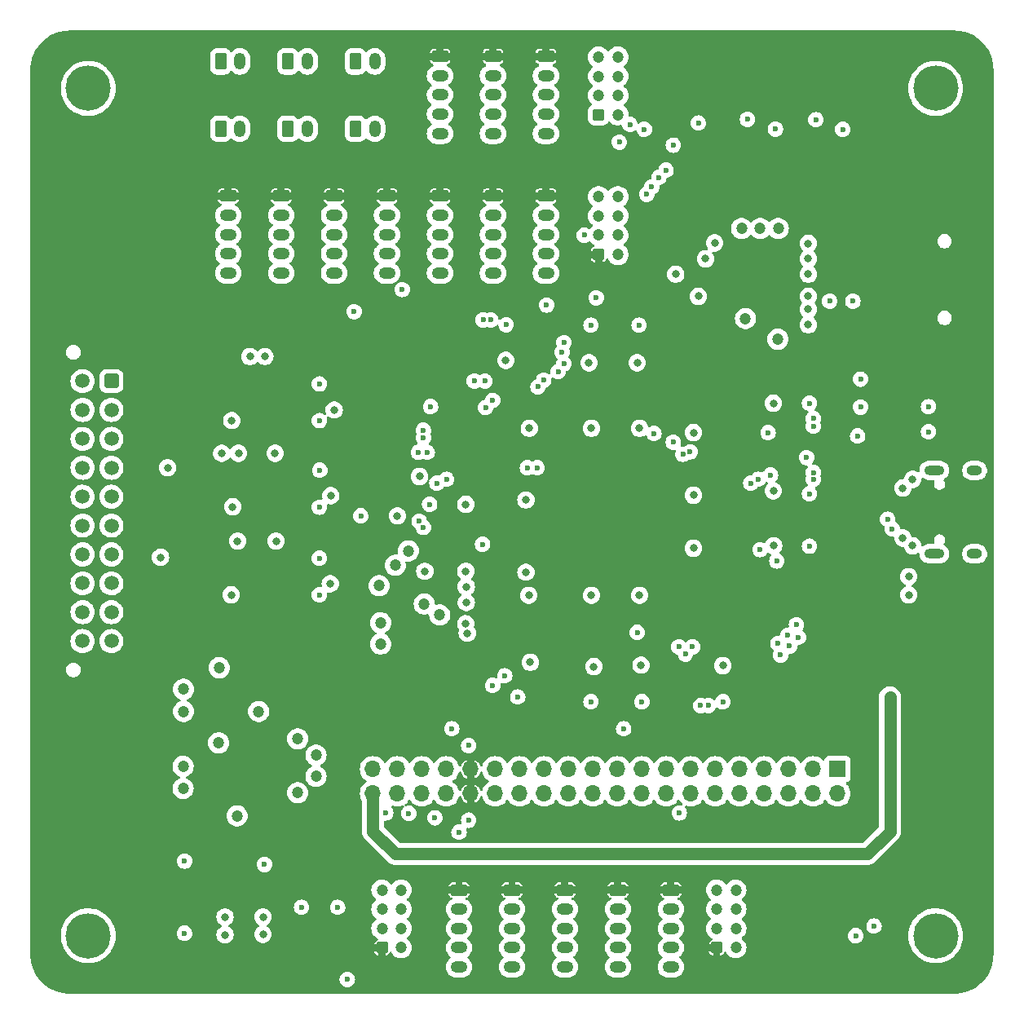
<source format=gbr>
%TF.GenerationSoftware,KiCad,Pcbnew,8.0.0*%
%TF.CreationDate,2024-03-17T16:56:24+08:00*%
%TF.ProjectId,bigger-brain,62696767-6572-42d6-9272-61696e2e6b69,2*%
%TF.SameCoordinates,Original*%
%TF.FileFunction,Copper,L3,Inr*%
%TF.FilePolarity,Positive*%
%FSLAX46Y46*%
G04 Gerber Fmt 4.6, Leading zero omitted, Abs format (unit mm)*
G04 Created by KiCad (PCBNEW 8.0.0) date 2024-03-17 16:56:24*
%MOMM*%
%LPD*%
G01*
G04 APERTURE LIST*
G04 Aperture macros list*
%AMRoundRect*
0 Rectangle with rounded corners*
0 $1 Rounding radius*
0 $2 $3 $4 $5 $6 $7 $8 $9 X,Y pos of 4 corners*
0 Add a 4 corners polygon primitive as box body*
4,1,4,$2,$3,$4,$5,$6,$7,$8,$9,$2,$3,0*
0 Add four circle primitives for the rounded corners*
1,1,$1+$1,$2,$3*
1,1,$1+$1,$4,$5*
1,1,$1+$1,$6,$7*
1,1,$1+$1,$8,$9*
0 Add four rect primitives between the rounded corners*
20,1,$1+$1,$2,$3,$4,$5,0*
20,1,$1+$1,$4,$5,$6,$7,0*
20,1,$1+$1,$6,$7,$8,$9,0*
20,1,$1+$1,$8,$9,$2,$3,0*%
G04 Aperture macros list end*
%TA.AperFunction,ComponentPad*%
%ADD10RoundRect,0.250000X-0.625000X0.350000X-0.625000X-0.350000X0.625000X-0.350000X0.625000X0.350000X0*%
%TD*%
%TA.AperFunction,ComponentPad*%
%ADD11O,1.750000X1.200000*%
%TD*%
%TA.AperFunction,ComponentPad*%
%ADD12C,4.700000*%
%TD*%
%TA.AperFunction,ComponentPad*%
%ADD13RoundRect,0.250000X-0.350000X-0.625000X0.350000X-0.625000X0.350000X0.625000X-0.350000X0.625000X0*%
%TD*%
%TA.AperFunction,ComponentPad*%
%ADD14O,1.200000X1.750000*%
%TD*%
%TA.AperFunction,ComponentPad*%
%ADD15R,1.700000X1.700000*%
%TD*%
%TA.AperFunction,ComponentPad*%
%ADD16O,1.700000X1.700000*%
%TD*%
%TA.AperFunction,ComponentPad*%
%ADD17O,2.100000X1.000000*%
%TD*%
%TA.AperFunction,ComponentPad*%
%ADD18O,1.600000X1.000000*%
%TD*%
%TA.AperFunction,ComponentPad*%
%ADD19RoundRect,0.250000X0.350000X-0.350000X0.350000X0.350000X-0.350000X0.350000X-0.350000X-0.350000X0*%
%TD*%
%TA.AperFunction,ComponentPad*%
%ADD20C,1.200000*%
%TD*%
%TA.AperFunction,ComponentPad*%
%ADD21RoundRect,0.250001X-0.499999X0.499999X-0.499999X-0.499999X0.499999X-0.499999X0.499999X0.499999X0*%
%TD*%
%TA.AperFunction,ComponentPad*%
%ADD22C,1.500000*%
%TD*%
%TA.AperFunction,ViaPad*%
%ADD23C,0.800000*%
%TD*%
%TA.AperFunction,ViaPad*%
%ADD24C,0.600000*%
%TD*%
%TA.AperFunction,ViaPad*%
%ADD25C,1.200000*%
%TD*%
%TA.AperFunction,Conductor*%
%ADD26C,1.270000*%
%TD*%
G04 APERTURE END LIST*
D10*
%TO.N,PP-5.0V*%
%TO.C,J414*%
X51027276Y-72181808D03*
D11*
%TO.N,MCU-3.3V*%
X51027276Y-74181808D03*
%TO.N,/UART10_TX*%
X51027276Y-76181808D03*
%TO.N,/UART10_RX*%
X51027276Y-78181808D03*
%TO.N,GND*%
X51027276Y-80181808D03*
%TD*%
D12*
%TO.N,GND*%
%TO.C,H404*%
X119000000Y-149000000D03*
%TD*%
D10*
%TO.N,PP-5.0V*%
%TO.C,J418*%
X73027276Y-72181807D03*
D11*
%TO.N,MCU-3.3V*%
X73027276Y-74181807D03*
%TO.N,PE00*%
X73027276Y-76181807D03*
%TO.N,PE01*%
X73027276Y-78181807D03*
%TO.N,GND*%
X73027276Y-80181807D03*
%TD*%
D10*
%TO.N,PP-5.0V*%
%TO.C,J424*%
X80500000Y-144250000D03*
D11*
%TO.N,MCU-3.3V*%
X80500000Y-146250000D03*
%TO.N,/UART3_TX*%
X80500000Y-148250000D03*
%TO.N,/UART3_RX*%
X80500000Y-150250000D03*
%TO.N,GND*%
X80500000Y-152250000D03*
%TD*%
D13*
%TO.N,/CanTrx2/CAN_L*%
%TO.C,J410*%
X44749999Y-65199998D03*
D14*
%TO.N,/CanTrx2/CAN_H*%
X46749999Y-65199998D03*
%TD*%
D15*
%TO.N,PG07*%
%TO.C,J403*%
X108809415Y-131697663D03*
D16*
%TO.N,PG08*%
X108809415Y-134237663D03*
%TO.N,PG05*%
X106269415Y-131697663D03*
%TO.N,PG06*%
X106269415Y-134237663D03*
%TO.N,PG03*%
X103729415Y-131697663D03*
%TO.N,PG04*%
X103729415Y-134237663D03*
%TO.N,PD15*%
X101189415Y-131697663D03*
%TO.N,PG02*%
X101189415Y-134237663D03*
%TO.N,PD13*%
X98649415Y-131697663D03*
%TO.N,PD14*%
X98649415Y-134237663D03*
%TO.N,PD11*%
X96109415Y-131697663D03*
%TO.N,PD12*%
X96109415Y-134237663D03*
%TO.N,PE14*%
X93569415Y-131697663D03*
%TO.N,PD10*%
X93569415Y-134237663D03*
%TO.N,PE12*%
X91029415Y-131697663D03*
%TO.N,PE13*%
X91029415Y-134237663D03*
%TO.N,PE10*%
X88489415Y-131697663D03*
%TO.N,PE11*%
X88489415Y-134237663D03*
%TO.N,PE08*%
X85949415Y-131697663D03*
%TO.N,PE09*%
X85949415Y-134237663D03*
%TO.N,PG01*%
X83409415Y-131697663D03*
%TO.N,PE07*%
X83409415Y-134237663D03*
%TO.N,PF15*%
X80869415Y-131697663D03*
%TO.N,PG00*%
X80869415Y-134237663D03*
%TO.N,PF13*%
X78329415Y-131697663D03*
%TO.N,PF14*%
X78329415Y-134237663D03*
%TO.N,PB02*%
X75789415Y-131697663D03*
%TO.N,PF11*%
X75789415Y-134237663D03*
%TO.N,PB00*%
X73249415Y-131697663D03*
%TO.N,PB01*%
X73249415Y-134237663D03*
%TO.N,PP-5.0V*%
X70709415Y-131697663D03*
X70709415Y-134237663D03*
%TO.N,GND*%
X68169415Y-131697663D03*
X68169415Y-134237663D03*
%TO.N,MCU-3.3V*%
X65629415Y-131697663D03*
X65629415Y-134237663D03*
%TO.N,GND*%
X63089415Y-131697663D03*
X63089415Y-134237663D03*
%TO.N,VCC*%
X60549415Y-131697663D03*
X60549415Y-134237663D03*
%TD*%
D12*
%TO.N,GND*%
%TO.C,H401*%
X31000000Y-61000000D03*
%TD*%
D10*
%TO.N,PP-5.0V*%
%TO.C,J419*%
X78527276Y-72181807D03*
D11*
%TO.N,MCU-3.3V*%
X78527276Y-74181807D03*
%TO.N,PG12*%
X78527276Y-76181807D03*
%TO.N,PG13*%
X78527276Y-78181807D03*
%TO.N,GND*%
X78527276Y-80181807D03*
%TD*%
D13*
%TO.N,/CanTrx1/CAN_L*%
%TO.C,J411*%
X51749999Y-65199998D03*
D14*
%TO.N,/CanTrx1/CAN_H*%
X53749999Y-65199998D03*
%TD*%
D10*
%TO.N,PP-5.0V*%
%TO.C,J409*%
X78527276Y-57681807D03*
D11*
%TO.N,MCU-3.3V*%
X78527276Y-59681807D03*
%TO.N,/I2C5_SDA*%
X78527276Y-61681807D03*
%TO.N,/I2C5_SCL*%
X78527276Y-63681807D03*
%TO.N,GND*%
X78527276Y-65681807D03*
%TD*%
D10*
%TO.N,PP-5.0V*%
%TO.C,J417*%
X67527276Y-72181807D03*
D11*
%TO.N,MCU-3.3V*%
X67527276Y-74181807D03*
%TO.N,PB03*%
X67527276Y-76181807D03*
%TO.N,PB04*%
X67527276Y-78181807D03*
%TO.N,GND*%
X67527276Y-80181807D03*
%TD*%
D13*
%TO.N,/CanTrx1/CAN_L*%
%TO.C,J405*%
X51749999Y-58199999D03*
D14*
%TO.N,/CanTrx1/CAN_H*%
X53749999Y-58199999D03*
%TD*%
D13*
%TO.N,/CanTrx2/CAN_L*%
%TO.C,J404*%
X44749999Y-58199999D03*
D14*
%TO.N,/CanTrx2/CAN_H*%
X46749999Y-58199999D03*
%TD*%
D10*
%TO.N,PP-5.0V*%
%TO.C,J407*%
X67527276Y-57681807D03*
D11*
%TO.N,MCU-3.3V*%
X67527276Y-59681807D03*
%TO.N,/I2C5_SDA*%
X67527276Y-61681807D03*
%TO.N,/I2C5_SCL*%
X67527276Y-63681807D03*
%TO.N,GND*%
X67527276Y-65681807D03*
%TD*%
D10*
%TO.N,PP-5.0V*%
%TO.C,J426*%
X91500000Y-144250000D03*
D11*
%TO.N,MCU-3.3V*%
X91500000Y-146250000D03*
%TO.N,/I2C2_SDA*%
X91500000Y-148250000D03*
%TO.N,/I2C2_SCL*%
X91500000Y-150250000D03*
%TO.N,GND*%
X91500000Y-152250000D03*
%TD*%
D13*
%TO.N,/CanTrx3/CAN_L*%
%TO.C,J406*%
X58749999Y-58199999D03*
D14*
%TO.N,/CanTrx3/CAN_H*%
X60749999Y-58199999D03*
%TD*%
D10*
%TO.N,PP-5.0V*%
%TO.C,J415*%
X56527276Y-72181805D03*
D11*
%TO.N,MCU-3.3V*%
X56527276Y-74181805D03*
%TO.N,PF02*%
X56527276Y-76181805D03*
%TO.N,PF03*%
X56527276Y-78181805D03*
%TO.N,GND*%
X56527276Y-80181805D03*
%TD*%
D17*
%TO.N,unconnected-(J401-SHIELD-PadS1)_1*%
%TO.C,J401*%
X118870000Y-109320000D03*
D18*
%TO.N,unconnected-(J401-SHIELD-PadS1)_2*%
X123050000Y-109320000D03*
D17*
%TO.N,unconnected-(J401-SHIELD-PadS1)_0*%
X118870000Y-100680000D03*
D18*
%TO.N,unconnected-(J401-SHIELD-PadS1)*%
X123050000Y-100680000D03*
%TD*%
D19*
%TO.N,PP-5.0V*%
%TO.C,J421*%
X61500000Y-150250000D03*
D20*
%TO.N,PC04*%
X63500000Y-150250000D03*
%TO.N,MCU-3.3V*%
X61500000Y-148250000D03*
%TO.N,PA07*%
X63500000Y-148250000D03*
%TO.N,PC05*%
X61500000Y-146250000D03*
%TO.N,PA06*%
X63500000Y-146250000D03*
%TO.N,PA05*%
X61500000Y-144250000D03*
%TO.N,GND*%
X63500000Y-144250000D03*
%TD*%
D12*
%TO.N,GND*%
%TO.C,H402*%
X119000000Y-61000000D03*
%TD*%
D19*
%TO.N,MCU-3.3V*%
%TO.C,SWD401*%
X84000000Y-63750000D03*
D20*
X86000000Y-63750000D03*
%TO.N,/SWDIO*%
X84000000Y-61750000D03*
%TO.N,/UART1_RX*%
X86000000Y-61750000D03*
%TO.N,/SWCLK*%
X84000000Y-59750000D03*
%TO.N,/UART1_TX*%
X86000000Y-59750000D03*
%TO.N,GND*%
X84000000Y-57750000D03*
X86000000Y-57750000D03*
%TD*%
D10*
%TO.N,PP-5.0V*%
%TO.C,J423*%
X75000000Y-144250000D03*
D11*
%TO.N,MCU-3.3V*%
X75000000Y-146250000D03*
%TO.N,/UART2_TX*%
X75000000Y-148250000D03*
%TO.N,/UART2_RX*%
X75000000Y-150250000D03*
%TO.N,GND*%
X75000000Y-152250000D03*
%TD*%
D12*
%TO.N,GND*%
%TO.C,H403*%
X31000000Y-149000000D03*
%TD*%
D13*
%TO.N,/CanTrx3/CAN_L*%
%TO.C,J412*%
X58749999Y-65199998D03*
D14*
%TO.N,/CanTrx3/CAN_H*%
X60749999Y-65199998D03*
%TD*%
D10*
%TO.N,PP-5.0V*%
%TO.C,J413*%
X45527276Y-72181807D03*
D11*
%TO.N,MCU-3.3V*%
X45527276Y-74181807D03*
%TO.N,PE06*%
X45527276Y-76181807D03*
%TO.N,PE05*%
X45527276Y-78181807D03*
%TO.N,GND*%
X45527276Y-80181807D03*
%TD*%
D10*
%TO.N,PP-5.0V*%
%TO.C,J416*%
X62027276Y-72181807D03*
D11*
%TO.N,MCU-3.3V*%
X62027276Y-74181807D03*
%TO.N,PF02*%
X62027276Y-76181807D03*
%TO.N,PF03*%
X62027276Y-78181807D03*
%TO.N,GND*%
X62027276Y-80181807D03*
%TD*%
D10*
%TO.N,PP-5.0V*%
%TO.C,J425*%
X86000000Y-144250000D03*
D11*
%TO.N,MCU-3.3V*%
X86000000Y-146250000D03*
%TO.N,/I2C2_SDA*%
X86000000Y-148250000D03*
%TO.N,/I2C2_SCL*%
X86000000Y-150250000D03*
%TO.N,GND*%
X86000000Y-152250000D03*
%TD*%
D10*
%TO.N,PP-5.0V*%
%TO.C,J408*%
X73027276Y-57681807D03*
D11*
%TO.N,MCU-3.3V*%
X73027276Y-59681807D03*
%TO.N,/I2C5_SDA*%
X73027276Y-61681807D03*
%TO.N,/I2C5_SCL*%
X73027276Y-63681807D03*
%TO.N,GND*%
X73027276Y-65681807D03*
%TD*%
D19*
%TO.N,PP-5.0V*%
%TO.C,J427*%
X96250000Y-150250000D03*
D20*
%TO.N,/SPI2_SCLK*%
X98250000Y-150250000D03*
%TO.N,MCU-3.3V*%
X96250000Y-148250000D03*
%TO.N,/SPI2_MISO*%
X98250000Y-148250000D03*
%TO.N,/SPI2_IRQ*%
X96250000Y-146250000D03*
%TO.N,/SPI2_MOSI*%
X98250000Y-146250000D03*
%TO.N,/SPI2_CS*%
X96250000Y-144250000D03*
%TO.N,GND*%
X98250000Y-144250000D03*
%TD*%
D21*
%TO.N,/CanTrx2/CAN_L*%
%TO.C,J402*%
X33400000Y-91400000D03*
D22*
%TO.N,/CanTrx2/CAN_H*%
X33400000Y-94400000D03*
%TO.N,VBATT*%
X33400000Y-97400000D03*
%TO.N,/CanTrx1/CAN_L*%
X33400000Y-100400000D03*
%TO.N,/CanTrx1/CAN_H*%
X33400000Y-103400000D03*
%TO.N,GND*%
X33400000Y-106400000D03*
%TO.N,/CanTrx3/CAN_L*%
X33400000Y-109400000D03*
%TO.N,/CanTrx3/CAN_H*%
X33400000Y-112400000D03*
%TO.N,V1*%
X33400000Y-115400000D03*
%TO.N,V2*%
X33400000Y-118400000D03*
%TO.N,/HMI/CAN2_L-T*%
X30400000Y-91400000D03*
%TO.N,/CanTrx2/CAN_H*%
X30400000Y-94400000D03*
%TO.N,GND*%
X30400000Y-97400000D03*
%TO.N,/HMI/CAN1_L-T*%
X30400000Y-100400000D03*
%TO.N,/CanTrx1/CAN_H*%
X30400000Y-103400000D03*
%TO.N,GND*%
X30400000Y-106400000D03*
%TO.N,/HMI/CAN3_L-T*%
X30400000Y-109400000D03*
%TO.N,/CanTrx3/CAN_H*%
X30400000Y-112400000D03*
%TO.N,GND*%
X30400000Y-115400000D03*
X30400000Y-118400000D03*
%TD*%
D19*
%TO.N,PP-5.0V*%
%TO.C,J420*%
X84000000Y-78250000D03*
D20*
%TO.N,/SPI1_SCLK*%
X86000000Y-78250000D03*
%TO.N,MCU-3.3V*%
X84000000Y-76250000D03*
%TO.N,/SPI1_MISO*%
X86000000Y-76250000D03*
%TO.N,/SPI1_IRQ*%
X84000000Y-74250000D03*
%TO.N,/SPI1_MOSI*%
X86000000Y-74250000D03*
%TO.N,/SPI1_CS*%
X84000000Y-72250000D03*
%TO.N,GND*%
X86000000Y-72250000D03*
%TD*%
D10*
%TO.N,PP-5.0V*%
%TO.C,J422*%
X69500000Y-144249998D03*
D11*
%TO.N,MCU-3.3V*%
X69500000Y-146249998D03*
%TO.N,PF04*%
X69500000Y-148249998D03*
%TO.N,PF05*%
X69500000Y-150249998D03*
%TO.N,GND*%
X69500000Y-152249998D03*
%TD*%
D23*
%TO.N,MCU-3.3V*%
X96900000Y-120950000D03*
D24*
X63600000Y-81900000D03*
D25*
X102653745Y-75550000D03*
D23*
X88400000Y-120900000D03*
X102150000Y-93700000D03*
D24*
X66550000Y-94050000D03*
X118258577Y-94058577D03*
D25*
X52750000Y-134150000D03*
D24*
X59300000Y-105400000D03*
D25*
X54650000Y-130250000D03*
X100778744Y-75550000D03*
X102628745Y-87050000D03*
D23*
X83500000Y-121050000D03*
X46500000Y-108017149D03*
X83000000Y-89500000D03*
D25*
X61350000Y-118700000D03*
D23*
X74350000Y-89250000D03*
X102175000Y-108500000D03*
X76800000Y-96300000D03*
X46600000Y-98900000D03*
D24*
X94350000Y-64600000D03*
D25*
X52750000Y-128550000D03*
D24*
X106557385Y-64259758D03*
D23*
X102150000Y-102800000D03*
D24*
X118258579Y-96658579D03*
D23*
X47784523Y-88850000D03*
D24*
X99456611Y-64223965D03*
D23*
X76900000Y-120600000D03*
D25*
X54650000Y-132450000D03*
D24*
X58600000Y-84200000D03*
D23*
X70200000Y-111150000D03*
X88000000Y-89500000D03*
X70200000Y-104200000D03*
%TO.N,GND*%
X93850000Y-108750000D03*
D24*
X96900000Y-124700000D03*
D23*
X38500000Y-109700000D03*
D24*
X111200000Y-91200000D03*
X66450000Y-104200000D03*
X101850000Y-101150000D03*
D23*
X116600000Y-108500000D03*
D24*
X72800000Y-85050000D03*
D25*
X98850000Y-75550000D03*
D24*
X110400000Y-83100000D03*
D25*
X44600000Y-121167816D03*
D24*
X91750000Y-66900000D03*
D25*
X40849999Y-131400000D03*
D24*
X102356611Y-65223965D03*
D23*
X39250000Y-100400000D03*
D25*
X64250000Y-109025000D03*
D24*
X88200000Y-85600000D03*
X111200000Y-94100000D03*
D23*
X116200000Y-113600000D03*
X88250000Y-113650000D03*
X56184523Y-103300000D03*
D24*
X105900000Y-108550000D03*
X95400000Y-125100000D03*
X88500000Y-124700000D03*
D23*
X50400000Y-98900000D03*
X44850000Y-98900000D03*
D24*
X106300000Y-101600000D03*
X105900000Y-103100000D03*
D23*
X76750000Y-113650000D03*
D24*
X70500000Y-137000000D03*
D23*
X83250000Y-113650000D03*
X49150000Y-147050000D03*
D24*
X65800000Y-97300000D03*
X109356601Y-65252298D03*
D23*
X46000000Y-104450000D03*
D24*
X56900000Y-146050000D03*
D23*
X76450000Y-111250000D03*
X93850000Y-96750000D03*
X76450000Y-103750000D03*
X49150000Y-148850000D03*
X88250000Y-96300000D03*
D25*
X40850000Y-133699998D03*
D24*
X74400000Y-85550000D03*
D23*
X116200000Y-111700000D03*
D24*
X114000000Y-105750000D03*
X66200000Y-98800000D03*
X108000000Y-83100000D03*
X101600000Y-96750000D03*
X75600000Y-124200000D03*
D23*
X45900000Y-95500000D03*
D24*
X105900000Y-93700000D03*
D25*
X40900000Y-125699996D03*
D24*
X65300000Y-98800000D03*
D25*
X61350000Y-116500000D03*
D23*
X49334523Y-88850000D03*
D25*
X62875000Y-110525000D03*
D23*
X50500000Y-108017149D03*
X83250000Y-96300000D03*
X65950000Y-111150000D03*
D24*
X49300000Y-141600000D03*
X106300000Y-95300000D03*
X86150113Y-66578930D03*
X94600000Y-125100000D03*
X72000000Y-85050000D03*
D23*
X56134523Y-112450000D03*
D24*
X83200000Y-85600000D03*
D25*
X44549999Y-128967815D03*
X40900000Y-123399994D03*
D23*
X56534523Y-94400000D03*
D25*
X99250000Y-84900000D03*
D24*
X106300000Y-100900000D03*
D23*
X93850000Y-103250000D03*
D24*
X57900000Y-153550000D03*
X106300000Y-96100000D03*
D23*
X45850000Y-113600000D03*
D24*
X65800000Y-96500000D03*
D23*
X65400000Y-101300000D03*
D24*
X83200000Y-124700000D03*
D25*
X67500000Y-115700000D03*
D23*
X116600000Y-101600000D03*
X63100000Y-105400000D03*
D25*
%TO.N,VDDA*%
X65900000Y-114550000D03*
D23*
X70250000Y-114400000D03*
%TO.N,VREF+*%
X70250000Y-112750000D03*
D25*
X61200000Y-112650000D03*
%TO.N,VCC*%
X114250000Y-124250000D03*
X48700000Y-125700000D03*
X46450000Y-136550000D03*
%TO.N,PP-5.0V*%
X121100000Y-120850000D03*
X118650000Y-122950000D03*
D24*
X118300000Y-91200000D03*
D25*
X54650000Y-124500000D03*
D23*
X56134523Y-110900000D03*
D25*
X52750000Y-120600000D03*
D23*
X56184523Y-101800000D03*
D25*
X54650000Y-122000000D03*
D23*
X56534523Y-92800000D03*
D25*
X52750000Y-126150000D03*
D24*
%TO.N,/Power/V1_F*%
X41000000Y-141250000D03*
X41000000Y-148750000D03*
D23*
%TO.N,VBUS*%
X115600000Y-107700000D03*
X115600000Y-102500000D03*
%TO.N,/SD1_CMD*%
X92000000Y-80300000D03*
X105778745Y-80300000D03*
D24*
%TO.N,/SD1_DAT0*%
X99800000Y-102000000D03*
D23*
X105778745Y-83950000D03*
%TO.N,/SD1_DAT1*%
X105778745Y-85550000D03*
D24*
X100600000Y-101600000D03*
D23*
%TO.N,/SD1_DAT2*%
X105778745Y-77100000D03*
X96050000Y-77050001D03*
%TO.N,/SD1_DAT3*%
X105778745Y-78700000D03*
X95100000Y-78700000D03*
D24*
%TO.N,/CAN3_RX*%
X55000000Y-109800000D03*
X65356516Y-105934774D03*
%TO.N,/CAN3_TX*%
X55000000Y-113600000D03*
X65800000Y-106600000D03*
%TO.N,NRST*%
X71950000Y-108350000D03*
X53150000Y-146050000D03*
%TO.N,/SWCLK*%
X89000000Y-72000000D03*
X89750000Y-96837242D03*
X114500000Y-106750000D03*
%TO.N,/SWDIO*%
X91750000Y-97750000D03*
X89500000Y-71250000D03*
D23*
%TO.N,/SD1_CLK*%
X105778745Y-82600000D03*
X94350500Y-82600000D03*
D24*
%TO.N,/CAN2_RX*%
X55000000Y-91700500D03*
X80400000Y-89600000D03*
%TO.N,/CAN2_TX*%
X79791484Y-90408516D03*
X55000000Y-95510500D03*
%TO.N,BOOT0*%
X88750000Y-65250000D03*
X78600000Y-83500000D03*
%TO.N,/CAN1_RX*%
X78300000Y-91300000D03*
X55050000Y-100650000D03*
%TO.N,/CAN1_TX*%
X77700000Y-92000000D03*
X55000000Y-104500000D03*
D23*
%TO.N,/V1_SENSE*%
X45200000Y-148900000D03*
X70356135Y-117587232D03*
%TO.N,/V2_SENSE*%
X70200000Y-116600000D03*
X45200000Y-147050000D03*
D24*
%TO.N,/UART1_TX*%
X92741051Y-99002983D03*
X87250000Y-64750000D03*
X90250000Y-70250000D03*
%TO.N,/UART1_RX*%
X93500000Y-98750000D03*
X91000000Y-69500000D03*
%TO.N,/SPI1_SCLK*%
X83750000Y-82750000D03*
%TO.N,/SPI1_CS*%
X82500000Y-76250000D03*
%TO.N,/UART2_TX*%
X73000000Y-123000000D03*
%TO.N,/UART2_RX*%
X74250000Y-122000000D03*
%TO.N,/SPI2_CS*%
X102899457Y-119850543D03*
%TO.N,/SPI2_SCLK*%
X102609077Y-118640923D03*
%TO.N,/SPI2_MISO*%
X110700000Y-149000000D03*
X103830761Y-118919239D03*
%TO.N,/SPI2_MOSI*%
X103640379Y-117809618D03*
X112600000Y-148000000D03*
%TO.N,/UART3_TX*%
X104750000Y-118000000D03*
%TO.N,/UART3_RX*%
X104536658Y-116713342D03*
%TO.N,/SPI2_IRQ*%
X92369415Y-136250000D03*
X92330761Y-119000000D03*
%TO.N,PD13*%
X100750000Y-108900000D03*
X102501257Y-110082017D03*
%TO.N,/I2C2_SDA*%
X93750000Y-119000000D03*
%TO.N,/I2C2_SCL*%
X93019415Y-119750000D03*
%TO.N,PE09*%
X88000000Y-117500000D03*
X86599415Y-127500000D03*
%TO.N,PB03*%
X80400000Y-87400000D03*
%TO.N,PF02*%
X68200000Y-101600500D03*
X72200000Y-91400000D03*
%TO.N,PF03*%
X71081467Y-91400000D03*
X67200000Y-102000000D03*
%TO.N,PF04*%
X61889415Y-136250000D03*
%TO.N,PF05*%
X64289415Y-136289415D03*
%TO.N,PA06*%
X67000000Y-136750000D03*
X68750000Y-127500000D03*
%TO.N,PC04*%
X69500000Y-138250000D03*
X70500000Y-129250000D03*
%TO.N,/I2C5_SDA*%
X76600000Y-100400000D03*
X72259266Y-94140734D03*
%TO.N,/I2C5_SCL*%
X77600000Y-100400000D03*
X73000000Y-93400000D03*
%TO.N,PB04*%
X80200000Y-88400000D03*
%TO.N,USR_LED*%
X110900000Y-97100000D03*
X105600000Y-99350000D03*
%TD*%
D26*
%TO.N,VCC*%
X114250000Y-138150000D02*
X111900000Y-140500000D01*
X62900000Y-140500000D02*
X60549415Y-138149415D01*
X114250000Y-124250000D02*
X114250000Y-138150000D01*
X60549415Y-138149415D02*
X60549415Y-134237663D01*
X111900000Y-140500000D02*
X62900000Y-140500000D01*
%TD*%
%TA.AperFunction,Conductor*%
%TO.N,PP-5.0V*%
G36*
X61818039Y-149894685D02*
G01*
X61863794Y-149947489D01*
X61875000Y-149999000D01*
X61875000Y-150200630D01*
X61849444Y-150105255D01*
X61800075Y-150019745D01*
X61730255Y-149949925D01*
X61644745Y-149900556D01*
X61549370Y-149875000D01*
X61751000Y-149875000D01*
X61818039Y-149894685D01*
G37*
%TD.AperFunction*%
%TA.AperFunction,Conductor*%
G36*
X96568039Y-149894685D02*
G01*
X96613794Y-149947489D01*
X96625000Y-149999000D01*
X96625000Y-150200630D01*
X96599444Y-150105255D01*
X96550075Y-150019745D01*
X96480255Y-149949925D01*
X96394745Y-149900556D01*
X96299370Y-149875000D01*
X96501000Y-149875000D01*
X96568039Y-149894685D01*
G37*
%TD.AperFunction*%
%TA.AperFunction,Conductor*%
G36*
X71875476Y-131958768D02*
G01*
X71927870Y-132004992D01*
X71942736Y-132039005D01*
X71975510Y-132161321D01*
X71975511Y-132161323D01*
X71975512Y-132161326D01*
X72015424Y-132246917D01*
X72075380Y-132375493D01*
X72075382Y-132375497D01*
X72155001Y-132489204D01*
X72210916Y-132569059D01*
X72210921Y-132569065D01*
X72378012Y-132736156D01*
X72378018Y-132736161D01*
X72563573Y-132866088D01*
X72607198Y-132920665D01*
X72614392Y-132990163D01*
X72582869Y-133052518D01*
X72563573Y-133069238D01*
X72378012Y-133199168D01*
X72210920Y-133366260D01*
X72075380Y-133559832D01*
X72075379Y-133559834D01*
X71975513Y-133773998D01*
X71975510Y-133774005D01*
X71942736Y-133896320D01*
X71906371Y-133955980D01*
X71843524Y-133986509D01*
X71774148Y-133978214D01*
X71720270Y-133933729D01*
X71704300Y-133900221D01*
X71684180Y-133833896D01*
X71586686Y-133651496D01*
X71586682Y-133651489D01*
X71455470Y-133491607D01*
X71295588Y-133360395D01*
X71295581Y-133360391D01*
X71113178Y-133262895D01*
X71084415Y-133254169D01*
X71084415Y-133905557D01*
X71016422Y-133837564D01*
X70902408Y-133771738D01*
X70775241Y-133737663D01*
X70643589Y-133737663D01*
X70516422Y-133771738D01*
X70402408Y-133837564D01*
X70334415Y-133905557D01*
X70334415Y-133254169D01*
X70305651Y-133262895D01*
X70123248Y-133360391D01*
X70123241Y-133360395D01*
X69963359Y-133491607D01*
X69832147Y-133651489D01*
X69832143Y-133651496D01*
X69734647Y-133833899D01*
X69714528Y-133900222D01*
X69676230Y-133958660D01*
X69612418Y-133987117D01*
X69543351Y-133976556D01*
X69490958Y-133930331D01*
X69476093Y-133896319D01*
X69443320Y-133774007D01*
X69443319Y-133774005D01*
X69443318Y-133774000D01*
X69343450Y-133559834D01*
X69337840Y-133551821D01*
X69207909Y-133366260D01*
X69040817Y-133199169D01*
X69040811Y-133199164D01*
X68855257Y-133069238D01*
X68811632Y-133014661D01*
X68804438Y-132945163D01*
X68835961Y-132882808D01*
X68855257Y-132866088D01*
X68923912Y-132818015D01*
X69040816Y-132736158D01*
X69207910Y-132569064D01*
X69343450Y-132375493D01*
X69443318Y-132161326D01*
X69476093Y-132039005D01*
X69512457Y-131979346D01*
X69575304Y-131948816D01*
X69644680Y-131957110D01*
X69698558Y-132001595D01*
X69714528Y-132035103D01*
X69734647Y-132101426D01*
X69832143Y-132283829D01*
X69832147Y-132283836D01*
X69963359Y-132443718D01*
X70123241Y-132574930D01*
X70123248Y-132574934D01*
X70305648Y-132672428D01*
X70305651Y-132672429D01*
X70334415Y-132681154D01*
X70334415Y-132029769D01*
X70402408Y-132097762D01*
X70516422Y-132163588D01*
X70643589Y-132197663D01*
X70775241Y-132197663D01*
X70902408Y-132163588D01*
X71016422Y-132097762D01*
X71084415Y-132029769D01*
X71084415Y-132681153D01*
X71113178Y-132672429D01*
X71113181Y-132672428D01*
X71295581Y-132574934D01*
X71295588Y-132574930D01*
X71455470Y-132443718D01*
X71586682Y-132283836D01*
X71586686Y-132283829D01*
X71684181Y-132101428D01*
X71704300Y-132035105D01*
X71742597Y-131976666D01*
X71806409Y-131948209D01*
X71875476Y-131958768D01*
G37*
%TD.AperFunction*%
%TA.AperFunction,Conductor*%
G36*
X84318039Y-77894685D02*
G01*
X84363794Y-77947489D01*
X84375000Y-77999000D01*
X84375000Y-78200630D01*
X84349444Y-78105255D01*
X84300075Y-78019745D01*
X84230255Y-77949925D01*
X84144745Y-77900556D01*
X84049370Y-77875000D01*
X84251000Y-77875000D01*
X84318039Y-77894685D01*
G37*
%TD.AperFunction*%
%TA.AperFunction,Conductor*%
G36*
X121000733Y-55000008D02*
G01*
X121191077Y-55002343D01*
X121201681Y-55002930D01*
X121581224Y-55040312D01*
X121593249Y-55042096D01*
X121966527Y-55116345D01*
X121978329Y-55119301D01*
X122342544Y-55229785D01*
X122354002Y-55233885D01*
X122705627Y-55379532D01*
X122716626Y-55384734D01*
X123052282Y-55564147D01*
X123062713Y-55570399D01*
X123379169Y-55781849D01*
X123388942Y-55789097D01*
X123683148Y-56030544D01*
X123692165Y-56038717D01*
X123961282Y-56307834D01*
X123969455Y-56316851D01*
X124210902Y-56611057D01*
X124218150Y-56620830D01*
X124429600Y-56937286D01*
X124435856Y-56947724D01*
X124615264Y-57283372D01*
X124620467Y-57294372D01*
X124766114Y-57645997D01*
X124770214Y-57657455D01*
X124880698Y-58021670D01*
X124883654Y-58033474D01*
X124957902Y-58406744D01*
X124959688Y-58418781D01*
X124997068Y-58798304D01*
X124997656Y-58808937D01*
X124999991Y-58999266D01*
X125000000Y-59000787D01*
X125000000Y-150999212D01*
X124999991Y-151000733D01*
X124997656Y-151191062D01*
X124997068Y-151201695D01*
X124959688Y-151581218D01*
X124957902Y-151593255D01*
X124883654Y-151966525D01*
X124880698Y-151978329D01*
X124770214Y-152342544D01*
X124766114Y-152354002D01*
X124620467Y-152705627D01*
X124615264Y-152716627D01*
X124435856Y-153052275D01*
X124429600Y-153062713D01*
X124218150Y-153379169D01*
X124210902Y-153388942D01*
X123969455Y-153683148D01*
X123961282Y-153692165D01*
X123692165Y-153961282D01*
X123683148Y-153969455D01*
X123388942Y-154210902D01*
X123379169Y-154218150D01*
X123062713Y-154429600D01*
X123052275Y-154435856D01*
X122716627Y-154615264D01*
X122705627Y-154620467D01*
X122354002Y-154766114D01*
X122342544Y-154770214D01*
X121978329Y-154880698D01*
X121966525Y-154883654D01*
X121593255Y-154957902D01*
X121581218Y-154959688D01*
X121201695Y-154997068D01*
X121191062Y-154997656D01*
X121000734Y-154999991D01*
X120999213Y-155000000D01*
X29000787Y-155000000D01*
X28999266Y-154999991D01*
X28808937Y-154997656D01*
X28798304Y-154997068D01*
X28418781Y-154959688D01*
X28406744Y-154957902D01*
X28033474Y-154883654D01*
X28021670Y-154880698D01*
X27657455Y-154770214D01*
X27645997Y-154766114D01*
X27294372Y-154620467D01*
X27283372Y-154615264D01*
X26947724Y-154435856D01*
X26937286Y-154429600D01*
X26620830Y-154218150D01*
X26611057Y-154210902D01*
X26316851Y-153969455D01*
X26307834Y-153961282D01*
X26038717Y-153692165D01*
X26030544Y-153683148D01*
X25921275Y-153550003D01*
X57094435Y-153550003D01*
X57114630Y-153729249D01*
X57114631Y-153729254D01*
X57174211Y-153899523D01*
X57213017Y-153961282D01*
X57270184Y-154052262D01*
X57397738Y-154179816D01*
X57550478Y-154275789D01*
X57720745Y-154335368D01*
X57720750Y-154335369D01*
X57899996Y-154355565D01*
X57900000Y-154355565D01*
X57900004Y-154355565D01*
X58079249Y-154335369D01*
X58079252Y-154335368D01*
X58079255Y-154335368D01*
X58249522Y-154275789D01*
X58402262Y-154179816D01*
X58529816Y-154052262D01*
X58625789Y-153899522D01*
X58685368Y-153729255D01*
X58705565Y-153550000D01*
X58687418Y-153388942D01*
X58685369Y-153370750D01*
X58685368Y-153370745D01*
X58650071Y-153269873D01*
X58625789Y-153200478D01*
X58619979Y-153191232D01*
X58556003Y-153089414D01*
X58529816Y-153047738D01*
X58402262Y-152920184D01*
X58249523Y-152824211D01*
X58079254Y-152764631D01*
X58079249Y-152764630D01*
X57900004Y-152744435D01*
X57899996Y-152744435D01*
X57720750Y-152764630D01*
X57720745Y-152764631D01*
X57550476Y-152824211D01*
X57397737Y-152920184D01*
X57270184Y-153047737D01*
X57174211Y-153200476D01*
X57114631Y-153370745D01*
X57114630Y-153370750D01*
X57094435Y-153549996D01*
X57094435Y-153550003D01*
X25921275Y-153550003D01*
X25789097Y-153388942D01*
X25781849Y-153379169D01*
X25570399Y-153062713D01*
X25564143Y-153052275D01*
X25561717Y-153047737D01*
X25384734Y-152716626D01*
X25379532Y-152705627D01*
X25365788Y-152672447D01*
X25233884Y-152354001D01*
X25229785Y-152342544D01*
X25227985Y-152336609D01*
X68124500Y-152336609D01*
X68151598Y-152507699D01*
X68205127Y-152672443D01*
X68283768Y-152826786D01*
X68385586Y-152966926D01*
X68508072Y-153089412D01*
X68648212Y-153191230D01*
X68802555Y-153269871D01*
X68967299Y-153323400D01*
X69138389Y-153350498D01*
X69138390Y-153350498D01*
X69861610Y-153350498D01*
X69861611Y-153350498D01*
X70032701Y-153323400D01*
X70197445Y-153269871D01*
X70351788Y-153191230D01*
X70491928Y-153089412D01*
X70614414Y-152966926D01*
X70716232Y-152826786D01*
X70794873Y-152672443D01*
X70848402Y-152507699D01*
X70875500Y-152336611D01*
X73624500Y-152336611D01*
X73651598Y-152507701D01*
X73705127Y-152672445D01*
X73783768Y-152826788D01*
X73885586Y-152966928D01*
X74008072Y-153089414D01*
X74148212Y-153191232D01*
X74302555Y-153269873D01*
X74467299Y-153323402D01*
X74638389Y-153350500D01*
X74638390Y-153350500D01*
X75361610Y-153350500D01*
X75361611Y-153350500D01*
X75532701Y-153323402D01*
X75697445Y-153269873D01*
X75851788Y-153191232D01*
X75991928Y-153089414D01*
X76114414Y-152966928D01*
X76216232Y-152826788D01*
X76294873Y-152672445D01*
X76348402Y-152507701D01*
X76375500Y-152336611D01*
X79124500Y-152336611D01*
X79151598Y-152507701D01*
X79205127Y-152672445D01*
X79283768Y-152826788D01*
X79385586Y-152966928D01*
X79508072Y-153089414D01*
X79648212Y-153191232D01*
X79802555Y-153269873D01*
X79967299Y-153323402D01*
X80138389Y-153350500D01*
X80138390Y-153350500D01*
X80861610Y-153350500D01*
X80861611Y-153350500D01*
X81032701Y-153323402D01*
X81197445Y-153269873D01*
X81351788Y-153191232D01*
X81491928Y-153089414D01*
X81614414Y-152966928D01*
X81716232Y-152826788D01*
X81794873Y-152672445D01*
X81848402Y-152507701D01*
X81875500Y-152336611D01*
X84624500Y-152336611D01*
X84651598Y-152507701D01*
X84705127Y-152672445D01*
X84783768Y-152826788D01*
X84885586Y-152966928D01*
X85008072Y-153089414D01*
X85148212Y-153191232D01*
X85302555Y-153269873D01*
X85467299Y-153323402D01*
X85638389Y-153350500D01*
X85638390Y-153350500D01*
X86361610Y-153350500D01*
X86361611Y-153350500D01*
X86532701Y-153323402D01*
X86697445Y-153269873D01*
X86851788Y-153191232D01*
X86991928Y-153089414D01*
X87114414Y-152966928D01*
X87216232Y-152826788D01*
X87294873Y-152672445D01*
X87348402Y-152507701D01*
X87375500Y-152336611D01*
X90124500Y-152336611D01*
X90151598Y-152507701D01*
X90205127Y-152672445D01*
X90283768Y-152826788D01*
X90385586Y-152966928D01*
X90508072Y-153089414D01*
X90648212Y-153191232D01*
X90802555Y-153269873D01*
X90967299Y-153323402D01*
X91138389Y-153350500D01*
X91138390Y-153350500D01*
X91861610Y-153350500D01*
X91861611Y-153350500D01*
X92032701Y-153323402D01*
X92197445Y-153269873D01*
X92351788Y-153191232D01*
X92491928Y-153089414D01*
X92614414Y-152966928D01*
X92716232Y-152826788D01*
X92794873Y-152672445D01*
X92848402Y-152507701D01*
X92875500Y-152336611D01*
X92875500Y-152163389D01*
X92848402Y-151992299D01*
X92794873Y-151827555D01*
X92716232Y-151673212D01*
X92614414Y-151533072D01*
X92491928Y-151410586D01*
X92408974Y-151350316D01*
X92366311Y-151294988D01*
X92360332Y-151225374D01*
X92392938Y-151163579D01*
X92408976Y-151149682D01*
X92491928Y-151089414D01*
X92614414Y-150966928D01*
X92716232Y-150826788D01*
X92794873Y-150672445D01*
X92810289Y-150625000D01*
X95450001Y-150625000D01*
X95450001Y-150654196D01*
X95452851Y-150684606D01*
X95497653Y-150812645D01*
X95578207Y-150921792D01*
X95687354Y-151002346D01*
X95815397Y-151047149D01*
X95845780Y-151049998D01*
X95845805Y-151049999D01*
X95875000Y-151049998D01*
X95875000Y-150625000D01*
X95450001Y-150625000D01*
X92810289Y-150625000D01*
X92848402Y-150507701D01*
X92875500Y-150336611D01*
X92875500Y-150163389D01*
X92848402Y-149992299D01*
X92794873Y-149827555D01*
X92716232Y-149673212D01*
X92614414Y-149533072D01*
X92491928Y-149410586D01*
X92408974Y-149350316D01*
X92366311Y-149294988D01*
X92360332Y-149225374D01*
X92392938Y-149163579D01*
X92408976Y-149149682D01*
X92491928Y-149089414D01*
X92614414Y-148966928D01*
X92716232Y-148826788D01*
X92794873Y-148672445D01*
X92848402Y-148507701D01*
X92875500Y-148336611D01*
X92875500Y-148250000D01*
X95144785Y-148250000D01*
X95163602Y-148453082D01*
X95219417Y-148649247D01*
X95219422Y-148649260D01*
X95310327Y-148831821D01*
X95433237Y-148994581D01*
X95583958Y-149131980D01*
X95583960Y-149131982D01*
X95660308Y-149179254D01*
X95757363Y-149239348D01*
X95760722Y-149240649D01*
X95762094Y-149241703D01*
X95762497Y-149241904D01*
X95762457Y-149241982D01*
X95816128Y-149283217D01*
X95839723Y-149348982D01*
X95824018Y-149417064D01*
X95773998Y-149465847D01*
X95756893Y-149473320D01*
X95687359Y-149497651D01*
X95687354Y-149497653D01*
X95578207Y-149578207D01*
X95497653Y-149687354D01*
X95452850Y-149815395D01*
X95452850Y-149815399D01*
X95450000Y-149845793D01*
X95450000Y-149875000D01*
X96200630Y-149875000D01*
X96105255Y-149900556D01*
X96019745Y-149949925D01*
X95949925Y-150019745D01*
X95900556Y-150105255D01*
X95875000Y-150200630D01*
X95875000Y-150299370D01*
X95900556Y-150394745D01*
X95949925Y-150480255D01*
X96019745Y-150550075D01*
X96105255Y-150599444D01*
X96200630Y-150625000D01*
X96299370Y-150625000D01*
X96394745Y-150599444D01*
X96480255Y-150550075D01*
X96550075Y-150480255D01*
X96599444Y-150394745D01*
X96625000Y-150299370D01*
X96625000Y-151049999D01*
X96654196Y-151049999D01*
X96684606Y-151047148D01*
X96812645Y-151002346D01*
X96921792Y-150921792D01*
X97002346Y-150812645D01*
X97028454Y-150738032D01*
X97069175Y-150681256D01*
X97134128Y-150655508D01*
X97202690Y-150668964D01*
X97253093Y-150717351D01*
X97256496Y-150723714D01*
X97310327Y-150831821D01*
X97433237Y-150994581D01*
X97583958Y-151131980D01*
X97583960Y-151131982D01*
X97679378Y-151191062D01*
X97757363Y-151239348D01*
X97947544Y-151313024D01*
X98148024Y-151350500D01*
X98148026Y-151350500D01*
X98351974Y-151350500D01*
X98351976Y-151350500D01*
X98552456Y-151313024D01*
X98742637Y-151239348D01*
X98916041Y-151131981D01*
X99058244Y-151002346D01*
X99066762Y-150994581D01*
X99066764Y-150994579D01*
X99189673Y-150831821D01*
X99280582Y-150649250D01*
X99336397Y-150453083D01*
X99355215Y-150250000D01*
X99347189Y-150163389D01*
X99336397Y-150046917D01*
X99322763Y-149999000D01*
X99280582Y-149850750D01*
X99269032Y-149827555D01*
X99197626Y-149684151D01*
X99189673Y-149668179D01*
X99087641Y-149533067D01*
X99066762Y-149505418D01*
X98916042Y-149368019D01*
X98904723Y-149361011D01*
X98895704Y-149355426D01*
X98849069Y-149303401D01*
X98837964Y-149234419D01*
X98865916Y-149170385D01*
X98895703Y-149144573D01*
X98916041Y-149131981D01*
X99060814Y-149000003D01*
X109894435Y-149000003D01*
X109914630Y-149179249D01*
X109914631Y-149179254D01*
X109974211Y-149349523D01*
X110053549Y-149475788D01*
X110070184Y-149502262D01*
X110197738Y-149629816D01*
X110266799Y-149673210D01*
X110327170Y-149711144D01*
X110350478Y-149725789D01*
X110421098Y-149750500D01*
X110520745Y-149785368D01*
X110520750Y-149785369D01*
X110699996Y-149805565D01*
X110700000Y-149805565D01*
X110700004Y-149805565D01*
X110879249Y-149785369D01*
X110879252Y-149785368D01*
X110879255Y-149785368D01*
X111049522Y-149725789D01*
X111202262Y-149629816D01*
X111329816Y-149502262D01*
X111425789Y-149349522D01*
X111485368Y-149179255D01*
X111485369Y-149179249D01*
X111505565Y-149000003D01*
X116144669Y-149000003D01*
X116163976Y-149331484D01*
X116163977Y-149331495D01*
X116221631Y-149658467D01*
X116221634Y-149658481D01*
X116221635Y-149658485D01*
X116226044Y-149673211D01*
X116316866Y-149976580D01*
X116448379Y-150281461D01*
X116448385Y-150281474D01*
X116614406Y-150569031D01*
X116812678Y-150835356D01*
X116812683Y-150835362D01*
X116812690Y-150835371D01*
X117040553Y-151076893D01*
X117217504Y-151225372D01*
X117294912Y-151290325D01*
X117294920Y-151290331D01*
X117572330Y-151472787D01*
X117572334Y-151472789D01*
X117869061Y-151621811D01*
X118181082Y-151735377D01*
X118181088Y-151735378D01*
X118181090Y-151735379D01*
X118504161Y-151811949D01*
X118504168Y-151811950D01*
X118504177Y-151811952D01*
X118833977Y-151850500D01*
X118833984Y-151850500D01*
X119166016Y-151850500D01*
X119166023Y-151850500D01*
X119495823Y-151811952D01*
X119495832Y-151811949D01*
X119495838Y-151811949D01*
X119756445Y-151750183D01*
X119818918Y-151735377D01*
X120130939Y-151621811D01*
X120427666Y-151472789D01*
X120613875Y-151350317D01*
X120705079Y-151290331D01*
X120705079Y-151290330D01*
X120705085Y-151290327D01*
X120959447Y-151076893D01*
X121187310Y-150835371D01*
X121385594Y-150569030D01*
X121551617Y-150281470D01*
X121683133Y-149976581D01*
X121778365Y-149658485D01*
X121836024Y-149331484D01*
X121855331Y-149000000D01*
X121855015Y-148994581D01*
X121851210Y-148929249D01*
X121836024Y-148668516D01*
X121832843Y-148650478D01*
X121778368Y-148341532D01*
X121778367Y-148341531D01*
X121778365Y-148341515D01*
X121683133Y-148023419D01*
X121551617Y-147718530D01*
X121385594Y-147430970D01*
X121376150Y-147418284D01*
X121187321Y-147164643D01*
X121187314Y-147164635D01*
X121187310Y-147164629D01*
X120959447Y-146923107D01*
X120706270Y-146710667D01*
X120705087Y-146709674D01*
X120705079Y-146709668D01*
X120427669Y-146527212D01*
X120130946Y-146378192D01*
X120130940Y-146378189D01*
X119818930Y-146264627D01*
X119818909Y-146264620D01*
X119495838Y-146188050D01*
X119495823Y-146188048D01*
X119166023Y-146149500D01*
X118833977Y-146149500D01*
X118545402Y-146183229D01*
X118504176Y-146188048D01*
X118504161Y-146188050D01*
X118181090Y-146264620D01*
X118181069Y-146264627D01*
X117869059Y-146378189D01*
X117869053Y-146378192D01*
X117572330Y-146527212D01*
X117294920Y-146709668D01*
X117294912Y-146709674D01*
X117113683Y-146861744D01*
X117040553Y-146923107D01*
X116812690Y-147164629D01*
X116812687Y-147164632D01*
X116812685Y-147164635D01*
X116812678Y-147164643D01*
X116614406Y-147430968D01*
X116448385Y-147718525D01*
X116448379Y-147718538D01*
X116316866Y-148023419D01*
X116221634Y-148341518D01*
X116221631Y-148341532D01*
X116163977Y-148668504D01*
X116163976Y-148668515D01*
X116144669Y-148999996D01*
X116144669Y-149000003D01*
X111505565Y-149000003D01*
X111505565Y-148999996D01*
X111485369Y-148820750D01*
X111485368Y-148820745D01*
X111447227Y-148711744D01*
X111425789Y-148650478D01*
X111425017Y-148649250D01*
X111386582Y-148588080D01*
X111329816Y-148497738D01*
X111202262Y-148370184D01*
X111156663Y-148341532D01*
X111049523Y-148274211D01*
X110879254Y-148214631D01*
X110879249Y-148214630D01*
X110700004Y-148194435D01*
X110699996Y-148194435D01*
X110520750Y-148214630D01*
X110520745Y-148214631D01*
X110350476Y-148274211D01*
X110197737Y-148370184D01*
X110070184Y-148497737D01*
X109974211Y-148650476D01*
X109914631Y-148820745D01*
X109914630Y-148820750D01*
X109894435Y-148999996D01*
X109894435Y-149000003D01*
X99060814Y-149000003D01*
X99066762Y-148994581D01*
X99066764Y-148994579D01*
X99189673Y-148831821D01*
X99280582Y-148649250D01*
X99336397Y-148453083D01*
X99355215Y-148250000D01*
X99347189Y-148163389D01*
X99336397Y-148046917D01*
X99334103Y-148038856D01*
X99323048Y-148000003D01*
X111794435Y-148000003D01*
X111814630Y-148179249D01*
X111814631Y-148179254D01*
X111874211Y-148349523D01*
X111939282Y-148453082D01*
X111970184Y-148502262D01*
X112097738Y-148629816D01*
X112165582Y-148672445D01*
X112228125Y-148711744D01*
X112250478Y-148725789D01*
X112319678Y-148750003D01*
X112420745Y-148785368D01*
X112420750Y-148785369D01*
X112599996Y-148805565D01*
X112600000Y-148805565D01*
X112600004Y-148805565D01*
X112779249Y-148785369D01*
X112779252Y-148785368D01*
X112779255Y-148785368D01*
X112949522Y-148725789D01*
X113102262Y-148629816D01*
X113229816Y-148502262D01*
X113325789Y-148349522D01*
X113385368Y-148179255D01*
X113385369Y-148179249D01*
X113405565Y-148000003D01*
X113405565Y-147999996D01*
X113385369Y-147820750D01*
X113385368Y-147820745D01*
X113349601Y-147718530D01*
X113325789Y-147650478D01*
X113229816Y-147497738D01*
X113102262Y-147370184D01*
X113078778Y-147355428D01*
X112949523Y-147274211D01*
X112779254Y-147214631D01*
X112779249Y-147214630D01*
X112600004Y-147194435D01*
X112599996Y-147194435D01*
X112420750Y-147214630D01*
X112420745Y-147214631D01*
X112250476Y-147274211D01*
X112097737Y-147370184D01*
X111970184Y-147497737D01*
X111874211Y-147650476D01*
X111814631Y-147820745D01*
X111814630Y-147820750D01*
X111794435Y-147999996D01*
X111794435Y-148000003D01*
X99323048Y-148000003D01*
X99280582Y-147850750D01*
X99273596Y-147836721D01*
X99236272Y-147761764D01*
X99189673Y-147668179D01*
X99066764Y-147505421D01*
X99066762Y-147505418D01*
X98916042Y-147368019D01*
X98904723Y-147361011D01*
X98895704Y-147355426D01*
X98849069Y-147303401D01*
X98837964Y-147234419D01*
X98865916Y-147170385D01*
X98895703Y-147144573D01*
X98916041Y-147131981D01*
X99066764Y-146994579D01*
X99189673Y-146831821D01*
X99280582Y-146649250D01*
X99336397Y-146453083D01*
X99355215Y-146250000D01*
X99347189Y-146163389D01*
X99336397Y-146046917D01*
X99280582Y-145850750D01*
X99269032Y-145827555D01*
X99192179Y-145673212D01*
X99189673Y-145668179D01*
X99066764Y-145505421D01*
X99066762Y-145505418D01*
X98916042Y-145368019D01*
X98904723Y-145361011D01*
X98895704Y-145355426D01*
X98849069Y-145303401D01*
X98837964Y-145234419D01*
X98865916Y-145170385D01*
X98895703Y-145144573D01*
X98916041Y-145131981D01*
X99066764Y-144994579D01*
X99189673Y-144831821D01*
X99280582Y-144649250D01*
X99336397Y-144453083D01*
X99355215Y-144250000D01*
X99336397Y-144046917D01*
X99280582Y-143850750D01*
X99262979Y-143815399D01*
X99199220Y-143687352D01*
X99189673Y-143668179D01*
X99066764Y-143505421D01*
X99066762Y-143505418D01*
X98916041Y-143368019D01*
X98916039Y-143368017D01*
X98742642Y-143260655D01*
X98742635Y-143260651D01*
X98647546Y-143223814D01*
X98552456Y-143186976D01*
X98351976Y-143149500D01*
X98148024Y-143149500D01*
X97947544Y-143186976D01*
X97947541Y-143186976D01*
X97947541Y-143186977D01*
X97757364Y-143260651D01*
X97757357Y-143260655D01*
X97583960Y-143368017D01*
X97583958Y-143368019D01*
X97433237Y-143505419D01*
X97348954Y-143617028D01*
X97292845Y-143658664D01*
X97223133Y-143663355D01*
X97161951Y-143629613D01*
X97151046Y-143617028D01*
X97066762Y-143505419D01*
X96916041Y-143368019D01*
X96916039Y-143368017D01*
X96742642Y-143260655D01*
X96742635Y-143260651D01*
X96647546Y-143223814D01*
X96552456Y-143186976D01*
X96351976Y-143149500D01*
X96148024Y-143149500D01*
X95947544Y-143186976D01*
X95947541Y-143186976D01*
X95947541Y-143186977D01*
X95757364Y-143260651D01*
X95757357Y-143260655D01*
X95583960Y-143368017D01*
X95583958Y-143368019D01*
X95433237Y-143505418D01*
X95310327Y-143668178D01*
X95219422Y-143850739D01*
X95219417Y-143850752D01*
X95163602Y-144046917D01*
X95144785Y-144249999D01*
X95144785Y-144250000D01*
X95163602Y-144453082D01*
X95219417Y-144649247D01*
X95219422Y-144649260D01*
X95310327Y-144831821D01*
X95433237Y-144994581D01*
X95562898Y-145112782D01*
X95583959Y-145131981D01*
X95604294Y-145144572D01*
X95604296Y-145144573D01*
X95650931Y-145196601D01*
X95662035Y-145265583D01*
X95634082Y-145329617D01*
X95604296Y-145355427D01*
X95583957Y-145368020D01*
X95433237Y-145505418D01*
X95310327Y-145668178D01*
X95219422Y-145850739D01*
X95219417Y-145850752D01*
X95163602Y-146046917D01*
X95144785Y-146249999D01*
X95144785Y-146250000D01*
X95163602Y-146453082D01*
X95219417Y-146649247D01*
X95219422Y-146649260D01*
X95310327Y-146831821D01*
X95433237Y-146994581D01*
X95562898Y-147112782D01*
X95583959Y-147131981D01*
X95604294Y-147144572D01*
X95604296Y-147144573D01*
X95650931Y-147196601D01*
X95662035Y-147265583D01*
X95634082Y-147329617D01*
X95604296Y-147355427D01*
X95583957Y-147368020D01*
X95433237Y-147505418D01*
X95310327Y-147668178D01*
X95219422Y-147850739D01*
X95219417Y-147850752D01*
X95163602Y-148046917D01*
X95144785Y-148249999D01*
X95144785Y-148250000D01*
X92875500Y-148250000D01*
X92875500Y-148163389D01*
X92848402Y-147992299D01*
X92794873Y-147827555D01*
X92716232Y-147673212D01*
X92614414Y-147533072D01*
X92491928Y-147410586D01*
X92408974Y-147350316D01*
X92366311Y-147294988D01*
X92360332Y-147225374D01*
X92392938Y-147163579D01*
X92408976Y-147149682D01*
X92491928Y-147089414D01*
X92614414Y-146966928D01*
X92716232Y-146826788D01*
X92794873Y-146672445D01*
X92848402Y-146507701D01*
X92875500Y-146336611D01*
X92875500Y-146163389D01*
X92848402Y-145992299D01*
X92794873Y-145827555D01*
X92716232Y-145673212D01*
X92614414Y-145533072D01*
X92491928Y-145410586D01*
X92351788Y-145308768D01*
X92267032Y-145265583D01*
X92247985Y-145255878D01*
X92197189Y-145207904D01*
X92180394Y-145140083D01*
X92202931Y-145073948D01*
X92257646Y-145030496D01*
X92263326Y-145028351D01*
X92337645Y-145002346D01*
X92446792Y-144921792D01*
X92527346Y-144812645D01*
X92572149Y-144684604D01*
X92572149Y-144684600D01*
X92575000Y-144654206D01*
X92575000Y-144625000D01*
X91549370Y-144625000D01*
X91644745Y-144599444D01*
X91730255Y-144550075D01*
X91800075Y-144480255D01*
X91849444Y-144394745D01*
X91875000Y-144299370D01*
X91875000Y-144200630D01*
X91849444Y-144105255D01*
X91800075Y-144019745D01*
X91730255Y-143949925D01*
X91644745Y-143900556D01*
X91549370Y-143875000D01*
X91450630Y-143875000D01*
X91355255Y-143900556D01*
X91269745Y-143949925D01*
X91199925Y-144019745D01*
X91150556Y-144105255D01*
X91125000Y-144200630D01*
X91125000Y-144299370D01*
X91150556Y-144394745D01*
X91199925Y-144480255D01*
X91269745Y-144550075D01*
X91355255Y-144599444D01*
X91450630Y-144625000D01*
X90425001Y-144625000D01*
X90425001Y-144654196D01*
X90427851Y-144684606D01*
X90472653Y-144812645D01*
X90553207Y-144921792D01*
X90662354Y-145002346D01*
X90736673Y-145028351D01*
X90793449Y-145069073D01*
X90819197Y-145134025D01*
X90805741Y-145202587D01*
X90757354Y-145252990D01*
X90752014Y-145255878D01*
X90648211Y-145308768D01*
X90583990Y-145355428D01*
X90508072Y-145410586D01*
X90508070Y-145410588D01*
X90508069Y-145410588D01*
X90385588Y-145533069D01*
X90385588Y-145533070D01*
X90385586Y-145533072D01*
X90341859Y-145593256D01*
X90283768Y-145673211D01*
X90205128Y-145827552D01*
X90151597Y-145992302D01*
X90126700Y-146149500D01*
X90124500Y-146163389D01*
X90124500Y-146336611D01*
X90151598Y-146507701D01*
X90205127Y-146672445D01*
X90283768Y-146826788D01*
X90385586Y-146966928D01*
X90508072Y-147089414D01*
X90508075Y-147089416D01*
X90508078Y-147089418D01*
X90591023Y-147149683D01*
X90633689Y-147205013D01*
X90639667Y-147274626D01*
X90607061Y-147336421D01*
X90591023Y-147350317D01*
X90508078Y-147410581D01*
X90508069Y-147410588D01*
X90385588Y-147533069D01*
X90385588Y-147533070D01*
X90385586Y-147533072D01*
X90349882Y-147582214D01*
X90283768Y-147673211D01*
X90205128Y-147827552D01*
X90151597Y-147992302D01*
X90132029Y-148115851D01*
X90124500Y-148163389D01*
X90124500Y-148336611D01*
X90129817Y-148370184D01*
X90150736Y-148502262D01*
X90151598Y-148507701D01*
X90205127Y-148672445D01*
X90283768Y-148826788D01*
X90385586Y-148966928D01*
X90508072Y-149089414D01*
X90521986Y-149099523D01*
X90591023Y-149149683D01*
X90633689Y-149205013D01*
X90639667Y-149274626D01*
X90607061Y-149336421D01*
X90591023Y-149350317D01*
X90508078Y-149410581D01*
X90508069Y-149410588D01*
X90385588Y-149533069D01*
X90385588Y-149533070D01*
X90385586Y-149533072D01*
X90341859Y-149593256D01*
X90283768Y-149673211D01*
X90205128Y-149827552D01*
X90151597Y-149992302D01*
X90124500Y-150163387D01*
X90124500Y-150163389D01*
X90124500Y-150336611D01*
X90151598Y-150507701D01*
X90205127Y-150672445D01*
X90283768Y-150826788D01*
X90385586Y-150966928D01*
X90508072Y-151089414D01*
X90508075Y-151089416D01*
X90508078Y-151089418D01*
X90591023Y-151149683D01*
X90633689Y-151205013D01*
X90639667Y-151274626D01*
X90607061Y-151336421D01*
X90591023Y-151350317D01*
X90508078Y-151410581D01*
X90508069Y-151410588D01*
X90385588Y-151533069D01*
X90385588Y-151533070D01*
X90385586Y-151533072D01*
X90350606Y-151581218D01*
X90283768Y-151673211D01*
X90205128Y-151827552D01*
X90151597Y-151992302D01*
X90124500Y-152163387D01*
X90124500Y-152163389D01*
X90124500Y-152336611D01*
X87375500Y-152336611D01*
X87375500Y-152163389D01*
X87348402Y-151992299D01*
X87294873Y-151827555D01*
X87216232Y-151673212D01*
X87114414Y-151533072D01*
X86991928Y-151410586D01*
X86908974Y-151350316D01*
X86866311Y-151294988D01*
X86860332Y-151225374D01*
X86892938Y-151163579D01*
X86908976Y-151149682D01*
X86991928Y-151089414D01*
X87114414Y-150966928D01*
X87216232Y-150826788D01*
X87294873Y-150672445D01*
X87348402Y-150507701D01*
X87375500Y-150336611D01*
X87375500Y-150163389D01*
X87348402Y-149992299D01*
X87294873Y-149827555D01*
X87216232Y-149673212D01*
X87114414Y-149533072D01*
X86991928Y-149410586D01*
X86908974Y-149350316D01*
X86866311Y-149294988D01*
X86860332Y-149225374D01*
X86892938Y-149163579D01*
X86908976Y-149149682D01*
X86991928Y-149089414D01*
X87114414Y-148966928D01*
X87216232Y-148826788D01*
X87294873Y-148672445D01*
X87348402Y-148507701D01*
X87375500Y-148336611D01*
X87375500Y-148163389D01*
X87348402Y-147992299D01*
X87294873Y-147827555D01*
X87216232Y-147673212D01*
X87114414Y-147533072D01*
X86991928Y-147410586D01*
X86908974Y-147350316D01*
X86866311Y-147294988D01*
X86860332Y-147225374D01*
X86892938Y-147163579D01*
X86908976Y-147149682D01*
X86991928Y-147089414D01*
X87114414Y-146966928D01*
X87216232Y-146826788D01*
X87294873Y-146672445D01*
X87348402Y-146507701D01*
X87375500Y-146336611D01*
X87375500Y-146163389D01*
X87348402Y-145992299D01*
X87294873Y-145827555D01*
X87216232Y-145673212D01*
X87114414Y-145533072D01*
X86991928Y-145410586D01*
X86851788Y-145308768D01*
X86767032Y-145265583D01*
X86747985Y-145255878D01*
X86697189Y-145207904D01*
X86680394Y-145140083D01*
X86702931Y-145073948D01*
X86757646Y-145030496D01*
X86763326Y-145028351D01*
X86837645Y-145002346D01*
X86946792Y-144921792D01*
X87027346Y-144812645D01*
X87072149Y-144684604D01*
X87072149Y-144684600D01*
X87075000Y-144654206D01*
X87075000Y-144625000D01*
X86049370Y-144625000D01*
X86144745Y-144599444D01*
X86230255Y-144550075D01*
X86300075Y-144480255D01*
X86349444Y-144394745D01*
X86375000Y-144299370D01*
X86375000Y-144200630D01*
X86349444Y-144105255D01*
X86300075Y-144019745D01*
X86230255Y-143949925D01*
X86144745Y-143900556D01*
X86049370Y-143875000D01*
X85950630Y-143875000D01*
X85855255Y-143900556D01*
X85769745Y-143949925D01*
X85699925Y-144019745D01*
X85650556Y-144105255D01*
X85625000Y-144200630D01*
X85625000Y-144299370D01*
X85650556Y-144394745D01*
X85699925Y-144480255D01*
X85769745Y-144550075D01*
X85855255Y-144599444D01*
X85950630Y-144625000D01*
X84925001Y-144625000D01*
X84925001Y-144654196D01*
X84927851Y-144684606D01*
X84972653Y-144812645D01*
X85053207Y-144921792D01*
X85162354Y-145002346D01*
X85236673Y-145028351D01*
X85293449Y-145069073D01*
X85319197Y-145134025D01*
X85305741Y-145202587D01*
X85257354Y-145252990D01*
X85252014Y-145255878D01*
X85148211Y-145308768D01*
X85083990Y-145355428D01*
X85008072Y-145410586D01*
X85008070Y-145410588D01*
X85008069Y-145410588D01*
X84885588Y-145533069D01*
X84885588Y-145533070D01*
X84885586Y-145533072D01*
X84841859Y-145593256D01*
X84783768Y-145673211D01*
X84705128Y-145827552D01*
X84651597Y-145992302D01*
X84626700Y-146149500D01*
X84624500Y-146163389D01*
X84624500Y-146336611D01*
X84651598Y-146507701D01*
X84705127Y-146672445D01*
X84783768Y-146826788D01*
X84885586Y-146966928D01*
X85008072Y-147089414D01*
X85008075Y-147089416D01*
X85008078Y-147089418D01*
X85091023Y-147149683D01*
X85133689Y-147205013D01*
X85139667Y-147274626D01*
X85107061Y-147336421D01*
X85091023Y-147350317D01*
X85008078Y-147410581D01*
X85008069Y-147410588D01*
X84885588Y-147533069D01*
X84885588Y-147533070D01*
X84885586Y-147533072D01*
X84849882Y-147582214D01*
X84783768Y-147673211D01*
X84705128Y-147827552D01*
X84651597Y-147992302D01*
X84632029Y-148115851D01*
X84624500Y-148163389D01*
X84624500Y-148336611D01*
X84629817Y-148370184D01*
X84650736Y-148502262D01*
X84651598Y-148507701D01*
X84705127Y-148672445D01*
X84783768Y-148826788D01*
X84885586Y-148966928D01*
X85008072Y-149089414D01*
X85021986Y-149099523D01*
X85091023Y-149149683D01*
X85133689Y-149205013D01*
X85139667Y-149274626D01*
X85107061Y-149336421D01*
X85091023Y-149350317D01*
X85008078Y-149410581D01*
X85008069Y-149410588D01*
X84885588Y-149533069D01*
X84885588Y-149533070D01*
X84885586Y-149533072D01*
X84841859Y-149593256D01*
X84783768Y-149673211D01*
X84705128Y-149827552D01*
X84651597Y-149992302D01*
X84624500Y-150163387D01*
X84624500Y-150163389D01*
X84624500Y-150336611D01*
X84651598Y-150507701D01*
X84705127Y-150672445D01*
X84783768Y-150826788D01*
X84885586Y-150966928D01*
X85008072Y-151089414D01*
X85008075Y-151089416D01*
X85008078Y-151089418D01*
X85091023Y-151149683D01*
X85133689Y-151205013D01*
X85139667Y-151274626D01*
X85107061Y-151336421D01*
X85091023Y-151350317D01*
X85008078Y-151410581D01*
X85008069Y-151410588D01*
X84885588Y-151533069D01*
X84885588Y-151533070D01*
X84885586Y-151533072D01*
X84850606Y-151581218D01*
X84783768Y-151673211D01*
X84705128Y-151827552D01*
X84651597Y-151992302D01*
X84624500Y-152163387D01*
X84624500Y-152163389D01*
X84624500Y-152336611D01*
X81875500Y-152336611D01*
X81875500Y-152163389D01*
X81848402Y-151992299D01*
X81794873Y-151827555D01*
X81716232Y-151673212D01*
X81614414Y-151533072D01*
X81491928Y-151410586D01*
X81408974Y-151350316D01*
X81366311Y-151294988D01*
X81360332Y-151225374D01*
X81392938Y-151163579D01*
X81408976Y-151149682D01*
X81491928Y-151089414D01*
X81614414Y-150966928D01*
X81716232Y-150826788D01*
X81794873Y-150672445D01*
X81848402Y-150507701D01*
X81875500Y-150336611D01*
X81875500Y-150163389D01*
X81848402Y-149992299D01*
X81794873Y-149827555D01*
X81716232Y-149673212D01*
X81614414Y-149533072D01*
X81491928Y-149410586D01*
X81408974Y-149350316D01*
X81366311Y-149294988D01*
X81360332Y-149225374D01*
X81392938Y-149163579D01*
X81408976Y-149149682D01*
X81491928Y-149089414D01*
X81614414Y-148966928D01*
X81716232Y-148826788D01*
X81794873Y-148672445D01*
X81848402Y-148507701D01*
X81875500Y-148336611D01*
X81875500Y-148163389D01*
X81848402Y-147992299D01*
X81794873Y-147827555D01*
X81716232Y-147673212D01*
X81614414Y-147533072D01*
X81491928Y-147410586D01*
X81408974Y-147350316D01*
X81366311Y-147294988D01*
X81360332Y-147225374D01*
X81392938Y-147163579D01*
X81408976Y-147149682D01*
X81491928Y-147089414D01*
X81614414Y-146966928D01*
X81716232Y-146826788D01*
X81794873Y-146672445D01*
X81848402Y-146507701D01*
X81875500Y-146336611D01*
X81875500Y-146163389D01*
X81848402Y-145992299D01*
X81794873Y-145827555D01*
X81716232Y-145673212D01*
X81614414Y-145533072D01*
X81491928Y-145410586D01*
X81351788Y-145308768D01*
X81267032Y-145265583D01*
X81247985Y-145255878D01*
X81197189Y-145207904D01*
X81180394Y-145140083D01*
X81202931Y-145073948D01*
X81257646Y-145030496D01*
X81263326Y-145028351D01*
X81337645Y-145002346D01*
X81446792Y-144921792D01*
X81527346Y-144812645D01*
X81572149Y-144684604D01*
X81572149Y-144684600D01*
X81575000Y-144654206D01*
X81575000Y-144625000D01*
X80549370Y-144625000D01*
X80644745Y-144599444D01*
X80730255Y-144550075D01*
X80800075Y-144480255D01*
X80849444Y-144394745D01*
X80875000Y-144299370D01*
X80875000Y-144200630D01*
X80849444Y-144105255D01*
X80800075Y-144019745D01*
X80730255Y-143949925D01*
X80644745Y-143900556D01*
X80549370Y-143875000D01*
X80450630Y-143875000D01*
X80355255Y-143900556D01*
X80269745Y-143949925D01*
X80199925Y-144019745D01*
X80150556Y-144105255D01*
X80125000Y-144200630D01*
X80125000Y-144299370D01*
X80150556Y-144394745D01*
X80199925Y-144480255D01*
X80269745Y-144550075D01*
X80355255Y-144599444D01*
X80450630Y-144625000D01*
X79425001Y-144625000D01*
X79425001Y-144654196D01*
X79427851Y-144684606D01*
X79472653Y-144812645D01*
X79553207Y-144921792D01*
X79662354Y-145002346D01*
X79736673Y-145028351D01*
X79793449Y-145069073D01*
X79819197Y-145134025D01*
X79805741Y-145202587D01*
X79757354Y-145252990D01*
X79752014Y-145255878D01*
X79648211Y-145308768D01*
X79583990Y-145355428D01*
X79508072Y-145410586D01*
X79508070Y-145410588D01*
X79508069Y-145410588D01*
X79385588Y-145533069D01*
X79385588Y-145533070D01*
X79385586Y-145533072D01*
X79341859Y-145593256D01*
X79283768Y-145673211D01*
X79205128Y-145827552D01*
X79151597Y-145992302D01*
X79126700Y-146149500D01*
X79124500Y-146163389D01*
X79124500Y-146336611D01*
X79151598Y-146507701D01*
X79205127Y-146672445D01*
X79283768Y-146826788D01*
X79385586Y-146966928D01*
X79508072Y-147089414D01*
X79508075Y-147089416D01*
X79508078Y-147089418D01*
X79591023Y-147149683D01*
X79633689Y-147205013D01*
X79639667Y-147274626D01*
X79607061Y-147336421D01*
X79591023Y-147350317D01*
X79508078Y-147410581D01*
X79508069Y-147410588D01*
X79385588Y-147533069D01*
X79385588Y-147533070D01*
X79385586Y-147533072D01*
X79349882Y-147582214D01*
X79283768Y-147673211D01*
X79205128Y-147827552D01*
X79151597Y-147992302D01*
X79132029Y-148115851D01*
X79124500Y-148163389D01*
X79124500Y-148336611D01*
X79129817Y-148370184D01*
X79150736Y-148502262D01*
X79151598Y-148507701D01*
X79205127Y-148672445D01*
X79283768Y-148826788D01*
X79385586Y-148966928D01*
X79508072Y-149089414D01*
X79521986Y-149099523D01*
X79591023Y-149149683D01*
X79633689Y-149205013D01*
X79639667Y-149274626D01*
X79607061Y-149336421D01*
X79591023Y-149350317D01*
X79508078Y-149410581D01*
X79508069Y-149410588D01*
X79385588Y-149533069D01*
X79385588Y-149533070D01*
X79385586Y-149533072D01*
X79341859Y-149593256D01*
X79283768Y-149673211D01*
X79205128Y-149827552D01*
X79151597Y-149992302D01*
X79124500Y-150163387D01*
X79124500Y-150163389D01*
X79124500Y-150336611D01*
X79151598Y-150507701D01*
X79205127Y-150672445D01*
X79283768Y-150826788D01*
X79385586Y-150966928D01*
X79508072Y-151089414D01*
X79508075Y-151089416D01*
X79508078Y-151089418D01*
X79591023Y-151149683D01*
X79633689Y-151205013D01*
X79639667Y-151274626D01*
X79607061Y-151336421D01*
X79591023Y-151350317D01*
X79508078Y-151410581D01*
X79508069Y-151410588D01*
X79385588Y-151533069D01*
X79385588Y-151533070D01*
X79385586Y-151533072D01*
X79350606Y-151581218D01*
X79283768Y-151673211D01*
X79205128Y-151827552D01*
X79151597Y-151992302D01*
X79124500Y-152163387D01*
X79124500Y-152163389D01*
X79124500Y-152336611D01*
X76375500Y-152336611D01*
X76375500Y-152163389D01*
X76348402Y-151992299D01*
X76294873Y-151827555D01*
X76216232Y-151673212D01*
X76114414Y-151533072D01*
X75991928Y-151410586D01*
X75908974Y-151350316D01*
X75866311Y-151294988D01*
X75860332Y-151225374D01*
X75892938Y-151163579D01*
X75908976Y-151149682D01*
X75991928Y-151089414D01*
X76114414Y-150966928D01*
X76216232Y-150826788D01*
X76294873Y-150672445D01*
X76348402Y-150507701D01*
X76375500Y-150336611D01*
X76375500Y-150163389D01*
X76348402Y-149992299D01*
X76294873Y-149827555D01*
X76216232Y-149673212D01*
X76114414Y-149533072D01*
X75991928Y-149410586D01*
X75908974Y-149350316D01*
X75866311Y-149294988D01*
X75860332Y-149225374D01*
X75892938Y-149163579D01*
X75908976Y-149149682D01*
X75991928Y-149089414D01*
X76114414Y-148966928D01*
X76216232Y-148826788D01*
X76294873Y-148672445D01*
X76348402Y-148507701D01*
X76375500Y-148336611D01*
X76375500Y-148163389D01*
X76348402Y-147992299D01*
X76294873Y-147827555D01*
X76216232Y-147673212D01*
X76114414Y-147533072D01*
X75991928Y-147410586D01*
X75908974Y-147350316D01*
X75866311Y-147294988D01*
X75860332Y-147225374D01*
X75892938Y-147163579D01*
X75908976Y-147149682D01*
X75991928Y-147089414D01*
X76114414Y-146966928D01*
X76216232Y-146826788D01*
X76294873Y-146672445D01*
X76348402Y-146507701D01*
X76375500Y-146336611D01*
X76375500Y-146163389D01*
X76348402Y-145992299D01*
X76294873Y-145827555D01*
X76216232Y-145673212D01*
X76114414Y-145533072D01*
X75991928Y-145410586D01*
X75851788Y-145308768D01*
X75767032Y-145265583D01*
X75747985Y-145255878D01*
X75697189Y-145207904D01*
X75680394Y-145140083D01*
X75702931Y-145073948D01*
X75757646Y-145030496D01*
X75763326Y-145028351D01*
X75837645Y-145002346D01*
X75946792Y-144921792D01*
X76027346Y-144812645D01*
X76072149Y-144684604D01*
X76072149Y-144684600D01*
X76075000Y-144654206D01*
X76075000Y-144625000D01*
X75049370Y-144625000D01*
X75144745Y-144599444D01*
X75230255Y-144550075D01*
X75300075Y-144480255D01*
X75349444Y-144394745D01*
X75375000Y-144299370D01*
X75375000Y-144200630D01*
X75349444Y-144105255D01*
X75300075Y-144019745D01*
X75230255Y-143949925D01*
X75144745Y-143900556D01*
X75049370Y-143875000D01*
X74950630Y-143875000D01*
X74855255Y-143900556D01*
X74769745Y-143949925D01*
X74699925Y-144019745D01*
X74650556Y-144105255D01*
X74625000Y-144200630D01*
X74625000Y-144299370D01*
X74650556Y-144394745D01*
X74699925Y-144480255D01*
X74769745Y-144550075D01*
X74855255Y-144599444D01*
X74950630Y-144625000D01*
X73925001Y-144625000D01*
X73925001Y-144654196D01*
X73927851Y-144684606D01*
X73972653Y-144812645D01*
X74053207Y-144921792D01*
X74162354Y-145002346D01*
X74236673Y-145028351D01*
X74293449Y-145069073D01*
X74319197Y-145134025D01*
X74305741Y-145202587D01*
X74257354Y-145252990D01*
X74252014Y-145255878D01*
X74148211Y-145308768D01*
X74083990Y-145355428D01*
X74008072Y-145410586D01*
X74008070Y-145410588D01*
X74008069Y-145410588D01*
X73885588Y-145533069D01*
X73885588Y-145533070D01*
X73885586Y-145533072D01*
X73841859Y-145593256D01*
X73783768Y-145673211D01*
X73705128Y-145827552D01*
X73651597Y-145992302D01*
X73626700Y-146149500D01*
X73624500Y-146163389D01*
X73624500Y-146336611D01*
X73651598Y-146507701D01*
X73705127Y-146672445D01*
X73783768Y-146826788D01*
X73885586Y-146966928D01*
X74008072Y-147089414D01*
X74008075Y-147089416D01*
X74008078Y-147089418D01*
X74091023Y-147149683D01*
X74133689Y-147205013D01*
X74139667Y-147274626D01*
X74107061Y-147336421D01*
X74091023Y-147350317D01*
X74008078Y-147410581D01*
X74008069Y-147410588D01*
X73885588Y-147533069D01*
X73885588Y-147533070D01*
X73885586Y-147533072D01*
X73849882Y-147582214D01*
X73783768Y-147673211D01*
X73705128Y-147827552D01*
X73651597Y-147992302D01*
X73632029Y-148115851D01*
X73624500Y-148163389D01*
X73624500Y-148336611D01*
X73629817Y-148370184D01*
X73650736Y-148502262D01*
X73651598Y-148507701D01*
X73705127Y-148672445D01*
X73783768Y-148826788D01*
X73885586Y-148966928D01*
X74008072Y-149089414D01*
X74021986Y-149099523D01*
X74091023Y-149149683D01*
X74133689Y-149205013D01*
X74139667Y-149274626D01*
X74107061Y-149336421D01*
X74091023Y-149350317D01*
X74008078Y-149410581D01*
X74008069Y-149410588D01*
X73885588Y-149533069D01*
X73885588Y-149533070D01*
X73885586Y-149533072D01*
X73841859Y-149593256D01*
X73783768Y-149673211D01*
X73705128Y-149827552D01*
X73651597Y-149992302D01*
X73624500Y-150163387D01*
X73624500Y-150163389D01*
X73624500Y-150336611D01*
X73651598Y-150507701D01*
X73705127Y-150672445D01*
X73783768Y-150826788D01*
X73885586Y-150966928D01*
X74008072Y-151089414D01*
X74008075Y-151089416D01*
X74008078Y-151089418D01*
X74091023Y-151149683D01*
X74133689Y-151205013D01*
X74139667Y-151274626D01*
X74107061Y-151336421D01*
X74091023Y-151350317D01*
X74008078Y-151410581D01*
X74008069Y-151410588D01*
X73885588Y-151533069D01*
X73885588Y-151533070D01*
X73885586Y-151533072D01*
X73850606Y-151581218D01*
X73783768Y-151673211D01*
X73705128Y-151827552D01*
X73651597Y-151992302D01*
X73624500Y-152163387D01*
X73624500Y-152163389D01*
X73624500Y-152336611D01*
X70875500Y-152336611D01*
X70875500Y-152336609D01*
X70875500Y-152163387D01*
X70848402Y-151992297D01*
X70794873Y-151827553D01*
X70716232Y-151673210D01*
X70614414Y-151533070D01*
X70491928Y-151410584D01*
X70408975Y-151350315D01*
X70366311Y-151294986D01*
X70360332Y-151225372D01*
X70392938Y-151163577D01*
X70408976Y-151149680D01*
X70491928Y-151089412D01*
X70614414Y-150966926D01*
X70716232Y-150826786D01*
X70794873Y-150672443D01*
X70848402Y-150507699D01*
X70875500Y-150336609D01*
X70875500Y-150163387D01*
X70848402Y-149992297D01*
X70794873Y-149827553D01*
X70716232Y-149673210D01*
X70614414Y-149533070D01*
X70491928Y-149410584D01*
X70408975Y-149350315D01*
X70366311Y-149294986D01*
X70360332Y-149225372D01*
X70392938Y-149163577D01*
X70408976Y-149149680D01*
X70491928Y-149089412D01*
X70614414Y-148966926D01*
X70716232Y-148826786D01*
X70794873Y-148672443D01*
X70848402Y-148507699D01*
X70875500Y-148336609D01*
X70875500Y-148163387D01*
X70848402Y-147992297D01*
X70794873Y-147827553D01*
X70716232Y-147673210D01*
X70614414Y-147533070D01*
X70491928Y-147410584D01*
X70408975Y-147350315D01*
X70366311Y-147294986D01*
X70360332Y-147225372D01*
X70392938Y-147163577D01*
X70408976Y-147149680D01*
X70491928Y-147089412D01*
X70614414Y-146966926D01*
X70716232Y-146826786D01*
X70794873Y-146672443D01*
X70848402Y-146507699D01*
X70875500Y-146336609D01*
X70875500Y-146163387D01*
X70848402Y-145992297D01*
X70794873Y-145827553D01*
X70716232Y-145673210D01*
X70614414Y-145533070D01*
X70491928Y-145410584D01*
X70351788Y-145308766D01*
X70267036Y-145265583D01*
X70247985Y-145255876D01*
X70197189Y-145207902D01*
X70180394Y-145140081D01*
X70202931Y-145073946D01*
X70257646Y-145030494D01*
X70263326Y-145028349D01*
X70337645Y-145002344D01*
X70446792Y-144921790D01*
X70527346Y-144812643D01*
X70572149Y-144684602D01*
X70572149Y-144684598D01*
X70575000Y-144654204D01*
X70575000Y-144624998D01*
X69549370Y-144624998D01*
X69644745Y-144599442D01*
X69730255Y-144550073D01*
X69800075Y-144480253D01*
X69849444Y-144394743D01*
X69875000Y-144299368D01*
X69875000Y-144200628D01*
X69849444Y-144105253D01*
X69800075Y-144019743D01*
X69730255Y-143949923D01*
X69644745Y-143900554D01*
X69549377Y-143875000D01*
X73925000Y-143875000D01*
X74625000Y-143875000D01*
X74625000Y-143450000D01*
X75375000Y-143450000D01*
X75375000Y-143875000D01*
X76074999Y-143875000D01*
X79425000Y-143875000D01*
X80125000Y-143875000D01*
X80125000Y-143450000D01*
X80875000Y-143450000D01*
X80875000Y-143875000D01*
X81574999Y-143875000D01*
X84925000Y-143875000D01*
X85625000Y-143875000D01*
X85625000Y-143450000D01*
X86375000Y-143450000D01*
X86375000Y-143875000D01*
X87074999Y-143875000D01*
X90425000Y-143875000D01*
X91125000Y-143875000D01*
X91125000Y-143450000D01*
X91875000Y-143450000D01*
X91875000Y-143875000D01*
X92574999Y-143875000D01*
X92574999Y-143845803D01*
X92572148Y-143815393D01*
X92527346Y-143687354D01*
X92446792Y-143578207D01*
X92337645Y-143497653D01*
X92209602Y-143452850D01*
X92179207Y-143450000D01*
X91875000Y-143450000D01*
X91125000Y-143450000D01*
X90820804Y-143450000D01*
X90790393Y-143452851D01*
X90662354Y-143497653D01*
X90553207Y-143578207D01*
X90472653Y-143687354D01*
X90427850Y-143815395D01*
X90427850Y-143815399D01*
X90425000Y-143845793D01*
X90425000Y-143875000D01*
X87074999Y-143875000D01*
X87074999Y-143845803D01*
X87072148Y-143815393D01*
X87027346Y-143687354D01*
X86946792Y-143578207D01*
X86837645Y-143497653D01*
X86709602Y-143452850D01*
X86679207Y-143450000D01*
X86375000Y-143450000D01*
X85625000Y-143450000D01*
X85320804Y-143450000D01*
X85290393Y-143452851D01*
X85162354Y-143497653D01*
X85053207Y-143578207D01*
X84972653Y-143687354D01*
X84927850Y-143815395D01*
X84927850Y-143815399D01*
X84925000Y-143845793D01*
X84925000Y-143875000D01*
X81574999Y-143875000D01*
X81574999Y-143845803D01*
X81572148Y-143815393D01*
X81527346Y-143687354D01*
X81446792Y-143578207D01*
X81337645Y-143497653D01*
X81209602Y-143452850D01*
X81179207Y-143450000D01*
X80875000Y-143450000D01*
X80125000Y-143450000D01*
X79820804Y-143450000D01*
X79790393Y-143452851D01*
X79662354Y-143497653D01*
X79553207Y-143578207D01*
X79472653Y-143687354D01*
X79427850Y-143815395D01*
X79427850Y-143815399D01*
X79425000Y-143845793D01*
X79425000Y-143875000D01*
X76074999Y-143875000D01*
X76074999Y-143845803D01*
X76072148Y-143815393D01*
X76027346Y-143687354D01*
X75946792Y-143578207D01*
X75837645Y-143497653D01*
X75709602Y-143452850D01*
X75679207Y-143450000D01*
X75375000Y-143450000D01*
X74625000Y-143450000D01*
X74320804Y-143450000D01*
X74290393Y-143452851D01*
X74162354Y-143497653D01*
X74053207Y-143578207D01*
X73972653Y-143687354D01*
X73927850Y-143815395D01*
X73927850Y-143815399D01*
X73925000Y-143845793D01*
X73925000Y-143875000D01*
X69549377Y-143875000D01*
X69549370Y-143874998D01*
X69450630Y-143874998D01*
X69355255Y-143900554D01*
X69269745Y-143949923D01*
X69199925Y-144019743D01*
X69150556Y-144105253D01*
X69125000Y-144200628D01*
X69125000Y-144299368D01*
X69150556Y-144394743D01*
X69199925Y-144480253D01*
X69269745Y-144550073D01*
X69355255Y-144599442D01*
X69450630Y-144624998D01*
X68425001Y-144624998D01*
X68425001Y-144654194D01*
X68427851Y-144684604D01*
X68472653Y-144812643D01*
X68553207Y-144921790D01*
X68662354Y-145002344D01*
X68736673Y-145028349D01*
X68793449Y-145069071D01*
X68819197Y-145134023D01*
X68805741Y-145202585D01*
X68757354Y-145252988D01*
X68752014Y-145255876D01*
X68648211Y-145308766D01*
X68619513Y-145329617D01*
X68508072Y-145410584D01*
X68508070Y-145410586D01*
X68508069Y-145410586D01*
X68385588Y-145533067D01*
X68385588Y-145533068D01*
X68385586Y-145533070D01*
X68385585Y-145533072D01*
X68283768Y-145673209D01*
X68205128Y-145827550D01*
X68151597Y-145992300D01*
X68124500Y-146163387D01*
X68124500Y-146336608D01*
X68142947Y-146453083D01*
X68151598Y-146507699D01*
X68205127Y-146672443D01*
X68283768Y-146826786D01*
X68385586Y-146966926D01*
X68508072Y-147089412D01*
X68525257Y-147101897D01*
X68591023Y-147149681D01*
X68633689Y-147205011D01*
X68639667Y-147274624D01*
X68607061Y-147336419D01*
X68591023Y-147350315D01*
X68508078Y-147410579D01*
X68508069Y-147410586D01*
X68385588Y-147533067D01*
X68385588Y-147533068D01*
X68385586Y-147533070D01*
X68385585Y-147533072D01*
X68283768Y-147673209D01*
X68205128Y-147827550D01*
X68205127Y-147827552D01*
X68205127Y-147827553D01*
X68202983Y-147834151D01*
X68151597Y-147992300D01*
X68124500Y-148163387D01*
X68124500Y-148336608D01*
X68147483Y-148481722D01*
X68151598Y-148507699D01*
X68205127Y-148672443D01*
X68283768Y-148826786D01*
X68385586Y-148966926D01*
X68508072Y-149089412D01*
X68521987Y-149099522D01*
X68591023Y-149149681D01*
X68633689Y-149205011D01*
X68639667Y-149274624D01*
X68607061Y-149336419D01*
X68591023Y-149350315D01*
X68508078Y-149410579D01*
X68508069Y-149410586D01*
X68385588Y-149533067D01*
X68385588Y-149533068D01*
X68385586Y-149533070D01*
X68352792Y-149578207D01*
X68283768Y-149673209D01*
X68205128Y-149827550D01*
X68151597Y-149992300D01*
X68124500Y-150163387D01*
X68124500Y-150336608D01*
X68142947Y-150453083D01*
X68151598Y-150507699D01*
X68205127Y-150672443D01*
X68283768Y-150826786D01*
X68385586Y-150966926D01*
X68508072Y-151089412D01*
X68525257Y-151101897D01*
X68591023Y-151149681D01*
X68633689Y-151205011D01*
X68639667Y-151274624D01*
X68607061Y-151336419D01*
X68591023Y-151350315D01*
X68508078Y-151410579D01*
X68508069Y-151410586D01*
X68385588Y-151533067D01*
X68385588Y-151533068D01*
X68385586Y-151533070D01*
X68385585Y-151533072D01*
X68283768Y-151673209D01*
X68205128Y-151827550D01*
X68151597Y-151992300D01*
X68151597Y-151992302D01*
X68124500Y-152163387D01*
X68124500Y-152336609D01*
X25227985Y-152336609D01*
X25119301Y-151978329D01*
X25116345Y-151966525D01*
X25088701Y-151827550D01*
X25042096Y-151593249D01*
X25040311Y-151581218D01*
X25035569Y-151533067D01*
X25002930Y-151201681D01*
X25002343Y-151191075D01*
X25000009Y-151000732D01*
X25000000Y-150999212D01*
X25000000Y-149000003D01*
X28144669Y-149000003D01*
X28163976Y-149331484D01*
X28163977Y-149331495D01*
X28221631Y-149658467D01*
X28221634Y-149658481D01*
X28221635Y-149658485D01*
X28226044Y-149673211D01*
X28316866Y-149976580D01*
X28448379Y-150281461D01*
X28448385Y-150281474D01*
X28614406Y-150569031D01*
X28812678Y-150835356D01*
X28812683Y-150835362D01*
X28812690Y-150835371D01*
X29040553Y-151076893D01*
X29217504Y-151225372D01*
X29294912Y-151290325D01*
X29294920Y-151290331D01*
X29572330Y-151472787D01*
X29572334Y-151472789D01*
X29869061Y-151621811D01*
X30181082Y-151735377D01*
X30181088Y-151735378D01*
X30181090Y-151735379D01*
X30504161Y-151811949D01*
X30504168Y-151811950D01*
X30504177Y-151811952D01*
X30833977Y-151850500D01*
X30833984Y-151850500D01*
X31166016Y-151850500D01*
X31166023Y-151850500D01*
X31495823Y-151811952D01*
X31495832Y-151811949D01*
X31495838Y-151811949D01*
X31756445Y-151750183D01*
X31818918Y-151735377D01*
X32130939Y-151621811D01*
X32427666Y-151472789D01*
X32613875Y-151350317D01*
X32705079Y-151290331D01*
X32705079Y-151290330D01*
X32705085Y-151290327D01*
X32959447Y-151076893D01*
X33187310Y-150835371D01*
X33343926Y-150625000D01*
X60700001Y-150625000D01*
X60700001Y-150654196D01*
X60702851Y-150684606D01*
X60747653Y-150812645D01*
X60828207Y-150921792D01*
X60937354Y-151002346D01*
X61065397Y-151047149D01*
X61095780Y-151049998D01*
X61095805Y-151049999D01*
X61125000Y-151049998D01*
X61125000Y-150625000D01*
X60700001Y-150625000D01*
X33343926Y-150625000D01*
X33385594Y-150569030D01*
X33551617Y-150281470D01*
X33683133Y-149976581D01*
X33778365Y-149658485D01*
X33836024Y-149331484D01*
X33855331Y-149000000D01*
X33855015Y-148994581D01*
X33851210Y-148929249D01*
X33840770Y-148750003D01*
X40194435Y-148750003D01*
X40214630Y-148929249D01*
X40214631Y-148929254D01*
X40274211Y-149099523D01*
X40331835Y-149191230D01*
X40370184Y-149252262D01*
X40497738Y-149379816D01*
X40557018Y-149417064D01*
X40646548Y-149473320D01*
X40650478Y-149475789D01*
X40785079Y-149522888D01*
X40820745Y-149535368D01*
X40820750Y-149535369D01*
X40999996Y-149555565D01*
X41000000Y-149555565D01*
X41000004Y-149555565D01*
X41179249Y-149535369D01*
X41179252Y-149535368D01*
X41179255Y-149535368D01*
X41349522Y-149475789D01*
X41502262Y-149379816D01*
X41629816Y-149252262D01*
X41725789Y-149099522D01*
X41785368Y-148929255D01*
X41785369Y-148929249D01*
X41788665Y-148900000D01*
X44294540Y-148900000D01*
X44314326Y-149088256D01*
X44314327Y-149088259D01*
X44372818Y-149268277D01*
X44372821Y-149268284D01*
X44467467Y-149432216D01*
X44560346Y-149535368D01*
X44594129Y-149572888D01*
X44747265Y-149684148D01*
X44747270Y-149684151D01*
X44920192Y-149761142D01*
X44920197Y-149761144D01*
X45105354Y-149800500D01*
X45105355Y-149800500D01*
X45294644Y-149800500D01*
X45294646Y-149800500D01*
X45479803Y-149761144D01*
X45652730Y-149684151D01*
X45805871Y-149572888D01*
X45932533Y-149432216D01*
X46027179Y-149268284D01*
X46085674Y-149088256D01*
X46105460Y-148900000D01*
X46100205Y-148850000D01*
X48244540Y-148850000D01*
X48264326Y-149038256D01*
X48264327Y-149038259D01*
X48322818Y-149218277D01*
X48322821Y-149218284D01*
X48417467Y-149382216D01*
X48521407Y-149497653D01*
X48544129Y-149522888D01*
X48697265Y-149634148D01*
X48697270Y-149634151D01*
X48870192Y-149711142D01*
X48870197Y-149711144D01*
X49055354Y-149750500D01*
X49055355Y-149750500D01*
X49244644Y-149750500D01*
X49244646Y-149750500D01*
X49429803Y-149711144D01*
X49602730Y-149634151D01*
X49755871Y-149522888D01*
X49882533Y-149382216D01*
X49977179Y-149218284D01*
X50035674Y-149038256D01*
X50055460Y-148850000D01*
X50035674Y-148661744D01*
X49977179Y-148481716D01*
X49882533Y-148317784D01*
X49821500Y-148250000D01*
X60394785Y-148250000D01*
X60413602Y-148453082D01*
X60469417Y-148649247D01*
X60469422Y-148649260D01*
X60560327Y-148831821D01*
X60683237Y-148994581D01*
X60833958Y-149131980D01*
X60833960Y-149131982D01*
X60910308Y-149179254D01*
X61007363Y-149239348D01*
X61010722Y-149240649D01*
X61012094Y-149241703D01*
X61012497Y-149241904D01*
X61012457Y-149241982D01*
X61066128Y-149283217D01*
X61089723Y-149348982D01*
X61074018Y-149417064D01*
X61023998Y-149465847D01*
X61006893Y-149473320D01*
X60937359Y-149497651D01*
X60937354Y-149497653D01*
X60828207Y-149578207D01*
X60747653Y-149687354D01*
X60702850Y-149815395D01*
X60702850Y-149815399D01*
X60700000Y-149845793D01*
X60700000Y-149875000D01*
X61450630Y-149875000D01*
X61355255Y-149900556D01*
X61269745Y-149949925D01*
X61199925Y-150019745D01*
X61150556Y-150105255D01*
X61125000Y-150200630D01*
X61125000Y-150299370D01*
X61150556Y-150394745D01*
X61199925Y-150480255D01*
X61269745Y-150550075D01*
X61355255Y-150599444D01*
X61450630Y-150625000D01*
X61549370Y-150625000D01*
X61644745Y-150599444D01*
X61730255Y-150550075D01*
X61800075Y-150480255D01*
X61849444Y-150394745D01*
X61875000Y-150299370D01*
X61875000Y-151049999D01*
X61904196Y-151049999D01*
X61934606Y-151047148D01*
X62062645Y-151002346D01*
X62171792Y-150921792D01*
X62252346Y-150812645D01*
X62278454Y-150738032D01*
X62319175Y-150681256D01*
X62384128Y-150655508D01*
X62452690Y-150668964D01*
X62503093Y-150717351D01*
X62506496Y-150723714D01*
X62560327Y-150831821D01*
X62683237Y-150994581D01*
X62833958Y-151131980D01*
X62833960Y-151131982D01*
X62929378Y-151191062D01*
X63007363Y-151239348D01*
X63197544Y-151313024D01*
X63398024Y-151350500D01*
X63398026Y-151350500D01*
X63601974Y-151350500D01*
X63601976Y-151350500D01*
X63802456Y-151313024D01*
X63992637Y-151239348D01*
X64166041Y-151131981D01*
X64308244Y-151002346D01*
X64316762Y-150994581D01*
X64316764Y-150994579D01*
X64439673Y-150831821D01*
X64530582Y-150649250D01*
X64586397Y-150453083D01*
X64605215Y-150250000D01*
X64597189Y-150163389D01*
X64586397Y-150046917D01*
X64572763Y-149999000D01*
X64530582Y-149850750D01*
X64519032Y-149827555D01*
X64447626Y-149684151D01*
X64439673Y-149668179D01*
X64337641Y-149533067D01*
X64316762Y-149505418D01*
X64166042Y-149368019D01*
X64154723Y-149361011D01*
X64145704Y-149355426D01*
X64099069Y-149303401D01*
X64087964Y-149234419D01*
X64115916Y-149170385D01*
X64145703Y-149144573D01*
X64166041Y-149131981D01*
X64310814Y-149000003D01*
X64316762Y-148994581D01*
X64316764Y-148994579D01*
X64439673Y-148831821D01*
X64530582Y-148649250D01*
X64586397Y-148453083D01*
X64605215Y-148250000D01*
X64597189Y-148163389D01*
X64586397Y-148046917D01*
X64584103Y-148038856D01*
X64530582Y-147850750D01*
X64523596Y-147836721D01*
X64486272Y-147761764D01*
X64439673Y-147668179D01*
X64316764Y-147505421D01*
X64316762Y-147505418D01*
X64166042Y-147368019D01*
X64154723Y-147361011D01*
X64145704Y-147355426D01*
X64099069Y-147303401D01*
X64087964Y-147234419D01*
X64115916Y-147170385D01*
X64145703Y-147144573D01*
X64166041Y-147131981D01*
X64316764Y-146994579D01*
X64439673Y-146831821D01*
X64530582Y-146649250D01*
X64586397Y-146453083D01*
X64605215Y-146250000D01*
X64597189Y-146163389D01*
X64586397Y-146046917D01*
X64530582Y-145850750D01*
X64519032Y-145827555D01*
X64442179Y-145673212D01*
X64439673Y-145668179D01*
X64316764Y-145505421D01*
X64316762Y-145505418D01*
X64166042Y-145368019D01*
X64154723Y-145361011D01*
X64145704Y-145355426D01*
X64099069Y-145303401D01*
X64087964Y-145234419D01*
X64115916Y-145170385D01*
X64145703Y-145144573D01*
X64166041Y-145131981D01*
X64316764Y-144994579D01*
X64439673Y-144831821D01*
X64530582Y-144649250D01*
X64586397Y-144453083D01*
X64605215Y-144250000D01*
X64586397Y-144046917D01*
X64537481Y-143874998D01*
X68425000Y-143874998D01*
X69125000Y-143874998D01*
X69125000Y-143449998D01*
X69875000Y-143449998D01*
X69875000Y-143874998D01*
X70574999Y-143874998D01*
X70574999Y-143845801D01*
X70572148Y-143815391D01*
X70527346Y-143687352D01*
X70446792Y-143578205D01*
X70337645Y-143497651D01*
X70209602Y-143452848D01*
X70179207Y-143449998D01*
X69875000Y-143449998D01*
X69125000Y-143449998D01*
X68820804Y-143449998D01*
X68790393Y-143452849D01*
X68662354Y-143497651D01*
X68553207Y-143578205D01*
X68472653Y-143687352D01*
X68427850Y-143815393D01*
X68427850Y-143815397D01*
X68425000Y-143845791D01*
X68425000Y-143874998D01*
X64537481Y-143874998D01*
X64530582Y-143850750D01*
X64512979Y-143815399D01*
X64449220Y-143687352D01*
X64439673Y-143668179D01*
X64316764Y-143505421D01*
X64316762Y-143505418D01*
X64166041Y-143368019D01*
X64166039Y-143368017D01*
X63992642Y-143260655D01*
X63992635Y-143260651D01*
X63897546Y-143223814D01*
X63802456Y-143186976D01*
X63601976Y-143149500D01*
X63398024Y-143149500D01*
X63197544Y-143186976D01*
X63197541Y-143186976D01*
X63197541Y-143186977D01*
X63007364Y-143260651D01*
X63007357Y-143260655D01*
X62833960Y-143368017D01*
X62833958Y-143368019D01*
X62683237Y-143505419D01*
X62598954Y-143617028D01*
X62542845Y-143658664D01*
X62473133Y-143663355D01*
X62411951Y-143629613D01*
X62401046Y-143617028D01*
X62316762Y-143505419D01*
X62166041Y-143368019D01*
X62166039Y-143368017D01*
X61992642Y-143260655D01*
X61992635Y-143260651D01*
X61897546Y-143223814D01*
X61802456Y-143186976D01*
X61601976Y-143149500D01*
X61398024Y-143149500D01*
X61197544Y-143186976D01*
X61197541Y-143186976D01*
X61197541Y-143186977D01*
X61007364Y-143260651D01*
X61007357Y-143260655D01*
X60833960Y-143368017D01*
X60833958Y-143368019D01*
X60683237Y-143505418D01*
X60560327Y-143668178D01*
X60469422Y-143850739D01*
X60469417Y-143850752D01*
X60413602Y-144046917D01*
X60394785Y-144249999D01*
X60394785Y-144250000D01*
X60413602Y-144453082D01*
X60469417Y-144649247D01*
X60469422Y-144649260D01*
X60560327Y-144831821D01*
X60683237Y-144994581D01*
X60812898Y-145112782D01*
X60833959Y-145131981D01*
X60854294Y-145144572D01*
X60854296Y-145144573D01*
X60900931Y-145196601D01*
X60912035Y-145265583D01*
X60884082Y-145329617D01*
X60854296Y-145355427D01*
X60833957Y-145368020D01*
X60683237Y-145505418D01*
X60560327Y-145668178D01*
X60469422Y-145850739D01*
X60469417Y-145850752D01*
X60413602Y-146046917D01*
X60394785Y-146249999D01*
X60394785Y-146250000D01*
X60413602Y-146453082D01*
X60469417Y-146649247D01*
X60469422Y-146649260D01*
X60560327Y-146831821D01*
X60683237Y-146994581D01*
X60812898Y-147112782D01*
X60833959Y-147131981D01*
X60854294Y-147144572D01*
X60854296Y-147144573D01*
X60900931Y-147196601D01*
X60912035Y-147265583D01*
X60884082Y-147329617D01*
X60854296Y-147355427D01*
X60833957Y-147368020D01*
X60683237Y-147505418D01*
X60560327Y-147668178D01*
X60469422Y-147850739D01*
X60469417Y-147850752D01*
X60413602Y-148046917D01*
X60394785Y-148249999D01*
X60394785Y-148250000D01*
X49821500Y-148250000D01*
X49755871Y-148177112D01*
X49736983Y-148163389D01*
X49602734Y-148065851D01*
X49602731Y-148065850D01*
X49602730Y-148065849D01*
X49596957Y-148063279D01*
X49543721Y-148018031D01*
X49523399Y-147951182D01*
X49542443Y-147883958D01*
X49594809Y-147837702D01*
X49596920Y-147836737D01*
X49602730Y-147834151D01*
X49755871Y-147722888D01*
X49882533Y-147582216D01*
X49977179Y-147418284D01*
X50035674Y-147238256D01*
X50055460Y-147050000D01*
X50035674Y-146861744D01*
X49977179Y-146681716D01*
X49882533Y-146517784D01*
X49755871Y-146377112D01*
X49755870Y-146377111D01*
X49602734Y-146265851D01*
X49602729Y-146265848D01*
X49429807Y-146188857D01*
X49429802Y-146188855D01*
X49284001Y-146157865D01*
X49244646Y-146149500D01*
X49055354Y-146149500D01*
X49022897Y-146156398D01*
X48870197Y-146188855D01*
X48870192Y-146188857D01*
X48697270Y-146265848D01*
X48697265Y-146265851D01*
X48544129Y-146377111D01*
X48417466Y-146517785D01*
X48322821Y-146681715D01*
X48322818Y-146681722D01*
X48264327Y-146861740D01*
X48264326Y-146861744D01*
X48244540Y-147050000D01*
X48264326Y-147238256D01*
X48264327Y-147238259D01*
X48322818Y-147418277D01*
X48322821Y-147418284D01*
X48417467Y-147582216D01*
X48540201Y-147718525D01*
X48544129Y-147722888D01*
X48697265Y-147834148D01*
X48697267Y-147834149D01*
X48697270Y-147834151D01*
X48703043Y-147836721D01*
X48756280Y-147881972D01*
X48776600Y-147948822D01*
X48757554Y-148016045D01*
X48705187Y-148062300D01*
X48703072Y-148063265D01*
X48700151Y-148064566D01*
X48697267Y-148065850D01*
X48697265Y-148065851D01*
X48544129Y-148177111D01*
X48417466Y-148317785D01*
X48322821Y-148481715D01*
X48322818Y-148481722D01*
X48264327Y-148661740D01*
X48264326Y-148661744D01*
X48244540Y-148850000D01*
X46100205Y-148850000D01*
X46085674Y-148711744D01*
X46027179Y-148531716D01*
X45932533Y-148367784D01*
X45805871Y-148227112D01*
X45788694Y-148214632D01*
X45652734Y-148115851D01*
X45652731Y-148115849D01*
X45652730Y-148115849D01*
X45590806Y-148088278D01*
X45537570Y-148043029D01*
X45517249Y-147976180D01*
X45536294Y-147908956D01*
X45588660Y-147862701D01*
X45590786Y-147861730D01*
X45652730Y-147834151D01*
X45805871Y-147722888D01*
X45932533Y-147582216D01*
X46027179Y-147418284D01*
X46085674Y-147238256D01*
X46105460Y-147050000D01*
X46085674Y-146861744D01*
X46027179Y-146681716D01*
X45932533Y-146517784D01*
X45805871Y-146377112D01*
X45805870Y-146377111D01*
X45652734Y-146265851D01*
X45652729Y-146265848D01*
X45479807Y-146188857D01*
X45479802Y-146188855D01*
X45334001Y-146157865D01*
X45294646Y-146149500D01*
X45105354Y-146149500D01*
X45072897Y-146156398D01*
X44920197Y-146188855D01*
X44920192Y-146188857D01*
X44747270Y-146265848D01*
X44747265Y-146265851D01*
X44594129Y-146377111D01*
X44467466Y-146517785D01*
X44372821Y-146681715D01*
X44372818Y-146681722D01*
X44314327Y-146861740D01*
X44314326Y-146861744D01*
X44294540Y-147050000D01*
X44314326Y-147238256D01*
X44314327Y-147238259D01*
X44372818Y-147418277D01*
X44372821Y-147418284D01*
X44467467Y-147582216D01*
X44590201Y-147718525D01*
X44594129Y-147722888D01*
X44747265Y-147834148D01*
X44747270Y-147834151D01*
X44809192Y-147861721D01*
X44862429Y-147906971D01*
X44882750Y-147973821D01*
X44863704Y-148041044D01*
X44811338Y-148087299D01*
X44809192Y-148088279D01*
X44747270Y-148115848D01*
X44747265Y-148115851D01*
X44594129Y-148227111D01*
X44467466Y-148367785D01*
X44372821Y-148531715D01*
X44372818Y-148531722D01*
X44327095Y-148672445D01*
X44314326Y-148711744D01*
X44294540Y-148900000D01*
X41788665Y-148900000D01*
X41805565Y-148750003D01*
X41805565Y-148749996D01*
X41785369Y-148570750D01*
X41785368Y-148570745D01*
X41763307Y-148507699D01*
X41725789Y-148400478D01*
X41629816Y-148247738D01*
X41502262Y-148120184D01*
X41415792Y-148065851D01*
X41349523Y-148024211D01*
X41179254Y-147964631D01*
X41179249Y-147964630D01*
X41000004Y-147944435D01*
X40999996Y-147944435D01*
X40820750Y-147964630D01*
X40820745Y-147964631D01*
X40650476Y-148024211D01*
X40497737Y-148120184D01*
X40370184Y-148247737D01*
X40274211Y-148400476D01*
X40214631Y-148570745D01*
X40214630Y-148570750D01*
X40194435Y-148749996D01*
X40194435Y-148750003D01*
X33840770Y-148750003D01*
X33836024Y-148668516D01*
X33832843Y-148650478D01*
X33778368Y-148341532D01*
X33778367Y-148341531D01*
X33778365Y-148341515D01*
X33683133Y-148023419D01*
X33551617Y-147718530D01*
X33385594Y-147430970D01*
X33376150Y-147418284D01*
X33187321Y-147164643D01*
X33187314Y-147164635D01*
X33187310Y-147164629D01*
X32959447Y-146923107D01*
X32706270Y-146710667D01*
X32705087Y-146709674D01*
X32705079Y-146709668D01*
X32427669Y-146527212D01*
X32130946Y-146378192D01*
X32130940Y-146378189D01*
X31818930Y-146264627D01*
X31818909Y-146264620D01*
X31495838Y-146188050D01*
X31495823Y-146188048D01*
X31166023Y-146149500D01*
X30833977Y-146149500D01*
X30545402Y-146183229D01*
X30504176Y-146188048D01*
X30504161Y-146188050D01*
X30181090Y-146264620D01*
X30181069Y-146264627D01*
X29869059Y-146378189D01*
X29869053Y-146378192D01*
X29572330Y-146527212D01*
X29294920Y-146709668D01*
X29294912Y-146709674D01*
X29113683Y-146861744D01*
X29040553Y-146923107D01*
X28812690Y-147164629D01*
X28812687Y-147164632D01*
X28812685Y-147164635D01*
X28812678Y-147164643D01*
X28614406Y-147430968D01*
X28448385Y-147718525D01*
X28448379Y-147718538D01*
X28316866Y-148023419D01*
X28221634Y-148341518D01*
X28221631Y-148341532D01*
X28163977Y-148668504D01*
X28163976Y-148668515D01*
X28144669Y-148999996D01*
X28144669Y-149000003D01*
X25000000Y-149000003D01*
X25000000Y-146050003D01*
X52344435Y-146050003D01*
X52364630Y-146229249D01*
X52364631Y-146229254D01*
X52424211Y-146399523D01*
X52492182Y-146507697D01*
X52520184Y-146552262D01*
X52647738Y-146679816D01*
X52800478Y-146775789D01*
X52946219Y-146826786D01*
X52970745Y-146835368D01*
X52970750Y-146835369D01*
X53149996Y-146855565D01*
X53150000Y-146855565D01*
X53150004Y-146855565D01*
X53329249Y-146835369D01*
X53329252Y-146835368D01*
X53329255Y-146835368D01*
X53499522Y-146775789D01*
X53652262Y-146679816D01*
X53779816Y-146552262D01*
X53875789Y-146399522D01*
X53935368Y-146229255D01*
X53940011Y-146188048D01*
X53955565Y-146050003D01*
X56094435Y-146050003D01*
X56114630Y-146229249D01*
X56114631Y-146229254D01*
X56174211Y-146399523D01*
X56242182Y-146507697D01*
X56270184Y-146552262D01*
X56397738Y-146679816D01*
X56550478Y-146775789D01*
X56696219Y-146826786D01*
X56720745Y-146835368D01*
X56720750Y-146835369D01*
X56899996Y-146855565D01*
X56900000Y-146855565D01*
X56900004Y-146855565D01*
X57079249Y-146835369D01*
X57079252Y-146835368D01*
X57079255Y-146835368D01*
X57249522Y-146775789D01*
X57402262Y-146679816D01*
X57529816Y-146552262D01*
X57625789Y-146399522D01*
X57685368Y-146229255D01*
X57690011Y-146188048D01*
X57705565Y-146050003D01*
X57705565Y-146049996D01*
X57685369Y-145870750D01*
X57685368Y-145870745D01*
X57625788Y-145700476D01*
X57586582Y-145638080D01*
X57529816Y-145547738D01*
X57402262Y-145420184D01*
X57319244Y-145368020D01*
X57249523Y-145324211D01*
X57079254Y-145264631D01*
X57079249Y-145264630D01*
X56900004Y-145244435D01*
X56899996Y-145244435D01*
X56720750Y-145264630D01*
X56720745Y-145264631D01*
X56550476Y-145324211D01*
X56397737Y-145420184D01*
X56270184Y-145547737D01*
X56174211Y-145700476D01*
X56114631Y-145870745D01*
X56114630Y-145870750D01*
X56094435Y-146049996D01*
X56094435Y-146050003D01*
X53955565Y-146050003D01*
X53955565Y-146049996D01*
X53935369Y-145870750D01*
X53935368Y-145870745D01*
X53875788Y-145700476D01*
X53836582Y-145638080D01*
X53779816Y-145547738D01*
X53652262Y-145420184D01*
X53569244Y-145368020D01*
X53499523Y-145324211D01*
X53329254Y-145264631D01*
X53329249Y-145264630D01*
X53150004Y-145244435D01*
X53149996Y-145244435D01*
X52970750Y-145264630D01*
X52970745Y-145264631D01*
X52800476Y-145324211D01*
X52647737Y-145420184D01*
X52520184Y-145547737D01*
X52424211Y-145700476D01*
X52364631Y-145870745D01*
X52364630Y-145870750D01*
X52344435Y-146049996D01*
X52344435Y-146050003D01*
X25000000Y-146050003D01*
X25000000Y-141250003D01*
X40194435Y-141250003D01*
X40214630Y-141429249D01*
X40214631Y-141429254D01*
X40274211Y-141599523D01*
X40296817Y-141635500D01*
X40370184Y-141752262D01*
X40497738Y-141879816D01*
X40650478Y-141975789D01*
X40820745Y-142035368D01*
X40820750Y-142035369D01*
X40999996Y-142055565D01*
X41000000Y-142055565D01*
X41000004Y-142055565D01*
X41179249Y-142035369D01*
X41179252Y-142035368D01*
X41179255Y-142035368D01*
X41349522Y-141975789D01*
X41502262Y-141879816D01*
X41629816Y-141752262D01*
X41725487Y-141600003D01*
X48494435Y-141600003D01*
X48514630Y-141779249D01*
X48514631Y-141779254D01*
X48574211Y-141949523D01*
X48628152Y-142035369D01*
X48670184Y-142102262D01*
X48797738Y-142229816D01*
X48950478Y-142325789D01*
X49120745Y-142385368D01*
X49120750Y-142385369D01*
X49299996Y-142405565D01*
X49300000Y-142405565D01*
X49300004Y-142405565D01*
X49479249Y-142385369D01*
X49479252Y-142385368D01*
X49479255Y-142385368D01*
X49649522Y-142325789D01*
X49802262Y-142229816D01*
X49929816Y-142102262D01*
X50025789Y-141949522D01*
X50085368Y-141779255D01*
X50085369Y-141779249D01*
X50105565Y-141600003D01*
X50105565Y-141599996D01*
X50085369Y-141420750D01*
X50085368Y-141420745D01*
X50025788Y-141250476D01*
X49929815Y-141097737D01*
X49802262Y-140970184D01*
X49649523Y-140874211D01*
X49479254Y-140814631D01*
X49479249Y-140814630D01*
X49300004Y-140794435D01*
X49299996Y-140794435D01*
X49120750Y-140814630D01*
X49120745Y-140814631D01*
X48950476Y-140874211D01*
X48797737Y-140970184D01*
X48670184Y-141097737D01*
X48574211Y-141250476D01*
X48514631Y-141420745D01*
X48514630Y-141420750D01*
X48494435Y-141599996D01*
X48494435Y-141600003D01*
X41725487Y-141600003D01*
X41725789Y-141599522D01*
X41785368Y-141429255D01*
X41785369Y-141429249D01*
X41805565Y-141250003D01*
X41805565Y-141249996D01*
X41785369Y-141070750D01*
X41785368Y-141070745D01*
X41725788Y-140900476D01*
X41629815Y-140747737D01*
X41502262Y-140620184D01*
X41349523Y-140524211D01*
X41179254Y-140464631D01*
X41179249Y-140464630D01*
X41000004Y-140444435D01*
X40999996Y-140444435D01*
X40820750Y-140464630D01*
X40820745Y-140464631D01*
X40650476Y-140524211D01*
X40497737Y-140620184D01*
X40370184Y-140747737D01*
X40274211Y-140900476D01*
X40214631Y-141070745D01*
X40214630Y-141070750D01*
X40194435Y-141249996D01*
X40194435Y-141250003D01*
X25000000Y-141250003D01*
X25000000Y-136550000D01*
X45344785Y-136550000D01*
X45363602Y-136753082D01*
X45419417Y-136949247D01*
X45419422Y-136949260D01*
X45510327Y-137131821D01*
X45633237Y-137294581D01*
X45783958Y-137431980D01*
X45783960Y-137431982D01*
X45836692Y-137464632D01*
X45957363Y-137539348D01*
X46147544Y-137613024D01*
X46348024Y-137650500D01*
X46348026Y-137650500D01*
X46551974Y-137650500D01*
X46551976Y-137650500D01*
X46752456Y-137613024D01*
X46942637Y-137539348D01*
X47116041Y-137431981D01*
X47266764Y-137294579D01*
X47389673Y-137131821D01*
X47480582Y-136949250D01*
X47536397Y-136753083D01*
X47555215Y-136550000D01*
X47544026Y-136429254D01*
X47536397Y-136346917D01*
X47508178Y-136247738D01*
X47480582Y-136150750D01*
X47440744Y-136070745D01*
X47417573Y-136024211D01*
X47389673Y-135968179D01*
X47266764Y-135805421D01*
X47266762Y-135805418D01*
X47116041Y-135668019D01*
X47116039Y-135668017D01*
X46942642Y-135560655D01*
X46942635Y-135560651D01*
X46815936Y-135511568D01*
X46752456Y-135486976D01*
X46551976Y-135449500D01*
X46348024Y-135449500D01*
X46147544Y-135486976D01*
X46147541Y-135486976D01*
X46147541Y-135486977D01*
X45957364Y-135560651D01*
X45957357Y-135560655D01*
X45783960Y-135668017D01*
X45783958Y-135668019D01*
X45633237Y-135805418D01*
X45510327Y-135968178D01*
X45419422Y-136150739D01*
X45419417Y-136150752D01*
X45363602Y-136346917D01*
X45344785Y-136549999D01*
X45344785Y-136550000D01*
X25000000Y-136550000D01*
X25000000Y-131400000D01*
X39744784Y-131400000D01*
X39763601Y-131603082D01*
X39819416Y-131799247D01*
X39819421Y-131799260D01*
X39910326Y-131981821D01*
X40033236Y-132144581D01*
X40183957Y-132281980D01*
X40183959Y-132281982D01*
X40277468Y-132339880D01*
X40357362Y-132389348D01*
X40473584Y-132434372D01*
X40528985Y-132476945D01*
X40552576Y-132542712D01*
X40536865Y-132610792D01*
X40486841Y-132659571D01*
X40473584Y-132665626D01*
X40357364Y-132710649D01*
X40357357Y-132710653D01*
X40183960Y-132818015D01*
X40183958Y-132818017D01*
X40033237Y-132955416D01*
X39910327Y-133118176D01*
X39819422Y-133300737D01*
X39819417Y-133300750D01*
X39763602Y-133496915D01*
X39744785Y-133699997D01*
X39744785Y-133699998D01*
X39763602Y-133903080D01*
X39819417Y-134099245D01*
X39819422Y-134099258D01*
X39910327Y-134281819D01*
X40033237Y-134444579D01*
X40183958Y-134581978D01*
X40183960Y-134581980D01*
X40274052Y-134637762D01*
X40357363Y-134689346D01*
X40547544Y-134763022D01*
X40748024Y-134800498D01*
X40748026Y-134800498D01*
X40951974Y-134800498D01*
X40951976Y-134800498D01*
X41152456Y-134763022D01*
X41342637Y-134689346D01*
X41516041Y-134581979D01*
X41666764Y-134444577D01*
X41789673Y-134281819D01*
X41855311Y-134150000D01*
X51644785Y-134150000D01*
X51663602Y-134353082D01*
X51719417Y-134549247D01*
X51719422Y-134549260D01*
X51810327Y-134731821D01*
X51933237Y-134894581D01*
X52083958Y-135031980D01*
X52083960Y-135031982D01*
X52183141Y-135093392D01*
X52257363Y-135139348D01*
X52447544Y-135213024D01*
X52648024Y-135250500D01*
X52648026Y-135250500D01*
X52851974Y-135250500D01*
X52851976Y-135250500D01*
X53052456Y-135213024D01*
X53242637Y-135139348D01*
X53416041Y-135031981D01*
X53566764Y-134894579D01*
X53689673Y-134731821D01*
X53780582Y-134549250D01*
X53836397Y-134353083D01*
X53847092Y-134237663D01*
X59193756Y-134237663D01*
X59214351Y-134473066D01*
X59214353Y-134473076D01*
X59275509Y-134701318D01*
X59275511Y-134701322D01*
X59275512Y-134701326D01*
X59375380Y-134915493D01*
X59391489Y-134938499D01*
X59413817Y-135004704D01*
X59413915Y-135009623D01*
X59413915Y-138238785D01*
X59415692Y-138250003D01*
X59441874Y-138415312D01*
X59461875Y-138476868D01*
X59483561Y-138543609D01*
X59497103Y-138585290D01*
X59497106Y-138585296D01*
X59578248Y-138744547D01*
X59683304Y-138889143D01*
X62160271Y-141366111D01*
X62216298Y-141406816D01*
X62216299Y-141406818D01*
X62216300Y-141406818D01*
X62304868Y-141471167D01*
X62380108Y-141509503D01*
X62464114Y-141552307D01*
X62464116Y-141552307D01*
X62464119Y-141552309D01*
X62634103Y-141607541D01*
X62732175Y-141623073D01*
X62810630Y-141635500D01*
X62810634Y-141635500D01*
X111989370Y-141635500D01*
X112067824Y-141623073D01*
X112165897Y-141607541D01*
X112294193Y-141565853D01*
X112335881Y-141552309D01*
X112495132Y-141471167D01*
X112639728Y-141366111D01*
X112766111Y-141239728D01*
X115116111Y-138889728D01*
X115116521Y-138889163D01*
X115116542Y-138889147D01*
X115116536Y-138889143D01*
X115221167Y-138745132D01*
X115302309Y-138585881D01*
X115315853Y-138544193D01*
X115357541Y-138415897D01*
X115373073Y-138317824D01*
X115385500Y-138239370D01*
X115385500Y-124160634D01*
X115363344Y-124020750D01*
X115357540Y-123984103D01*
X115357539Y-123984099D01*
X115357539Y-123984098D01*
X115302310Y-123814121D01*
X115302308Y-123814118D01*
X115297951Y-123805565D01*
X115221167Y-123654868D01*
X115116111Y-123510272D01*
X114989728Y-123383889D01*
X114845132Y-123278833D01*
X114685881Y-123197691D01*
X114685878Y-123197689D01*
X114515899Y-123142460D01*
X114398209Y-123123820D01*
X114339366Y-123114500D01*
X114160634Y-123114500D01*
X114101790Y-123123820D01*
X113984101Y-123142460D01*
X113984098Y-123142460D01*
X113814121Y-123197689D01*
X113814118Y-123197691D01*
X113654867Y-123278833D01*
X113510270Y-123383890D01*
X113383890Y-123510270D01*
X113278833Y-123654867D01*
X113197691Y-123814118D01*
X113197689Y-123814121D01*
X113142460Y-123984098D01*
X113142460Y-123984101D01*
X113114500Y-124160634D01*
X113114500Y-137628299D01*
X113094815Y-137695338D01*
X113078181Y-137715980D01*
X111465980Y-139328181D01*
X111404657Y-139361666D01*
X111378299Y-139364500D01*
X63421702Y-139364500D01*
X63354663Y-139344815D01*
X63334021Y-139328181D01*
X62255843Y-138250003D01*
X68694435Y-138250003D01*
X68714630Y-138429249D01*
X68714631Y-138429254D01*
X68774211Y-138599523D01*
X68865336Y-138744547D01*
X68870184Y-138752262D01*
X68997738Y-138879816D01*
X69150478Y-138975789D01*
X69320745Y-139035368D01*
X69320750Y-139035369D01*
X69499996Y-139055565D01*
X69500000Y-139055565D01*
X69500004Y-139055565D01*
X69679249Y-139035369D01*
X69679252Y-139035368D01*
X69679255Y-139035368D01*
X69849522Y-138975789D01*
X70002262Y-138879816D01*
X70129816Y-138752262D01*
X70225789Y-138599522D01*
X70285368Y-138429255D01*
X70286939Y-138415312D01*
X70305565Y-138250003D01*
X70305565Y-138249996D01*
X70285369Y-138070750D01*
X70285366Y-138070737D01*
X70245139Y-137955776D01*
X70241577Y-137885997D01*
X70276305Y-137825370D01*
X70338298Y-137793142D01*
X70376064Y-137791601D01*
X70499997Y-137805565D01*
X70500000Y-137805565D01*
X70500004Y-137805565D01*
X70679249Y-137785369D01*
X70679252Y-137785368D01*
X70679255Y-137785368D01*
X70849522Y-137725789D01*
X71002262Y-137629816D01*
X71129816Y-137502262D01*
X71225789Y-137349522D01*
X71285368Y-137179255D01*
X71286267Y-137171279D01*
X71305565Y-137000003D01*
X71305565Y-136999996D01*
X71285369Y-136820750D01*
X71285368Y-136820745D01*
X71225788Y-136650476D01*
X71186582Y-136588080D01*
X71129816Y-136497738D01*
X71002262Y-136370184D01*
X70965233Y-136346917D01*
X70849523Y-136274211D01*
X70679254Y-136214631D01*
X70679249Y-136214630D01*
X70500004Y-136194435D01*
X70499996Y-136194435D01*
X70320750Y-136214630D01*
X70320745Y-136214631D01*
X70150476Y-136274211D01*
X69997737Y-136370184D01*
X69870184Y-136497737D01*
X69774211Y-136650476D01*
X69714631Y-136820745D01*
X69714630Y-136820750D01*
X69694435Y-136999996D01*
X69694435Y-137000003D01*
X69714630Y-137179249D01*
X69714631Y-137179254D01*
X69754861Y-137294223D01*
X69758422Y-137364002D01*
X69723693Y-137424630D01*
X69661700Y-137456857D01*
X69623936Y-137458398D01*
X69500004Y-137444435D01*
X69499996Y-137444435D01*
X69320750Y-137464630D01*
X69320745Y-137464631D01*
X69150476Y-137524211D01*
X68997737Y-137620184D01*
X68870184Y-137747737D01*
X68774211Y-137900476D01*
X68714631Y-138070745D01*
X68714630Y-138070750D01*
X68694435Y-138249996D01*
X68694435Y-138250003D01*
X62255843Y-138250003D01*
X61721234Y-137715394D01*
X61687749Y-137654071D01*
X61684915Y-137627713D01*
X61684915Y-137171279D01*
X61704600Y-137104240D01*
X61757404Y-137058485D01*
X61822798Y-137048059D01*
X61857783Y-137052000D01*
X61889413Y-137055565D01*
X61889415Y-137055565D01*
X61889419Y-137055565D01*
X62068664Y-137035369D01*
X62068667Y-137035368D01*
X62068670Y-137035368D01*
X62238937Y-136975789D01*
X62391677Y-136879816D01*
X62519231Y-136752262D01*
X62615204Y-136599522D01*
X62674783Y-136429255D01*
X62674784Y-136429249D01*
X62694980Y-136250003D01*
X62694980Y-136249996D01*
X62674784Y-136070750D01*
X62674783Y-136070745D01*
X62658500Y-136024211D01*
X62615204Y-135900478D01*
X62519231Y-135747738D01*
X62480898Y-135709405D01*
X62447413Y-135648082D01*
X62452397Y-135578390D01*
X62494269Y-135522457D01*
X62559733Y-135498040D01*
X62620986Y-135509343D01*
X62625752Y-135511566D01*
X62854007Y-135572726D01*
X63042333Y-135589202D01*
X63089414Y-135593322D01*
X63089415Y-135593322D01*
X63089416Y-135593322D01*
X63128649Y-135589889D01*
X63324823Y-135572726D01*
X63553078Y-135511566D01*
X63631700Y-135474903D01*
X63700775Y-135464412D01*
X63764559Y-135492931D01*
X63802799Y-135551408D01*
X63803354Y-135621275D01*
X63771785Y-135674967D01*
X63659598Y-135787154D01*
X63563626Y-135939891D01*
X63504046Y-136110160D01*
X63504045Y-136110165D01*
X63483850Y-136289411D01*
X63483850Y-136289418D01*
X63504045Y-136468664D01*
X63504046Y-136468669D01*
X63563626Y-136638938D01*
X63633413Y-136750003D01*
X63659599Y-136791677D01*
X63787153Y-136919231D01*
X63834923Y-136949247D01*
X63915689Y-136999996D01*
X63939893Y-137015204D01*
X64055238Y-137055565D01*
X64110160Y-137074783D01*
X64110165Y-137074784D01*
X64289411Y-137094980D01*
X64289415Y-137094980D01*
X64289419Y-137094980D01*
X64468664Y-137074784D01*
X64468667Y-137074783D01*
X64468670Y-137074783D01*
X64638937Y-137015204D01*
X64791677Y-136919231D01*
X64919231Y-136791677D01*
X64945417Y-136750003D01*
X66194435Y-136750003D01*
X66214630Y-136929249D01*
X66214631Y-136929254D01*
X66274211Y-137099523D01*
X66370184Y-137252262D01*
X66497738Y-137379816D01*
X66569059Y-137424630D01*
X66632721Y-137464632D01*
X66650478Y-137475789D01*
X66788860Y-137524211D01*
X66820745Y-137535368D01*
X66820750Y-137535369D01*
X66999996Y-137555565D01*
X67000000Y-137555565D01*
X67000004Y-137555565D01*
X67179249Y-137535369D01*
X67179252Y-137535368D01*
X67179255Y-137535368D01*
X67349522Y-137475789D01*
X67502262Y-137379816D01*
X67629816Y-137252262D01*
X67725789Y-137099522D01*
X67785368Y-136929255D01*
X67785369Y-136929249D01*
X67805565Y-136750003D01*
X67805565Y-136749996D01*
X67785369Y-136570750D01*
X67785368Y-136570745D01*
X67749648Y-136468664D01*
X67725789Y-136400478D01*
X67629816Y-136247738D01*
X67502262Y-136120184D01*
X67486309Y-136110160D01*
X67349523Y-136024211D01*
X67179254Y-135964631D01*
X67179249Y-135964630D01*
X67000004Y-135944435D01*
X66999996Y-135944435D01*
X66820750Y-135964630D01*
X66820745Y-135964631D01*
X66650476Y-136024211D01*
X66497737Y-136120184D01*
X66370184Y-136247737D01*
X66274211Y-136400476D01*
X66214631Y-136570745D01*
X66214630Y-136570750D01*
X66194435Y-136749996D01*
X66194435Y-136750003D01*
X64945417Y-136750003D01*
X65015204Y-136638937D01*
X65074783Y-136468670D01*
X65079225Y-136429249D01*
X65094980Y-136289418D01*
X65094980Y-136289411D01*
X65074784Y-136110165D01*
X65074783Y-136110160D01*
X65044708Y-136024211D01*
X65015204Y-135939893D01*
X64919231Y-135787153D01*
X64791677Y-135659599D01*
X64730685Y-135621275D01*
X64638938Y-135563626D01*
X64468669Y-135504046D01*
X64468664Y-135504045D01*
X64289419Y-135483850D01*
X64289411Y-135483850D01*
X64110165Y-135504045D01*
X64110157Y-135504047D01*
X64009199Y-135539374D01*
X63939420Y-135542935D01*
X63878793Y-135508206D01*
X63846566Y-135446213D01*
X63852972Y-135376637D01*
X63895975Y-135321569D01*
X63897122Y-135320757D01*
X63960816Y-135276158D01*
X64127910Y-135109064D01*
X64257841Y-134923504D01*
X64312417Y-134879880D01*
X64381915Y-134872686D01*
X64444270Y-134904209D01*
X64460990Y-134923505D01*
X64590915Y-135109058D01*
X64590920Y-135109064D01*
X64758014Y-135276158D01*
X64821708Y-135320757D01*
X64951580Y-135411695D01*
X64951582Y-135411696D01*
X64951585Y-135411698D01*
X65165752Y-135511566D01*
X65394007Y-135572726D01*
X65582333Y-135589202D01*
X65629414Y-135593322D01*
X65629415Y-135593322D01*
X65629416Y-135593322D01*
X65668649Y-135589889D01*
X65864823Y-135572726D01*
X66093078Y-135511566D01*
X66307245Y-135411698D01*
X66500816Y-135276158D01*
X66667910Y-135109064D01*
X66797841Y-134923504D01*
X66852417Y-134879880D01*
X66921915Y-134872686D01*
X66984270Y-134904209D01*
X67000990Y-134923505D01*
X67130915Y-135109058D01*
X67130920Y-135109064D01*
X67298014Y-135276158D01*
X67361708Y-135320757D01*
X67491580Y-135411695D01*
X67491582Y-135411696D01*
X67491585Y-135411698D01*
X67705752Y-135511566D01*
X67934007Y-135572726D01*
X68122333Y-135589202D01*
X68169414Y-135593322D01*
X68169415Y-135593322D01*
X68169416Y-135593322D01*
X68208649Y-135589889D01*
X68404823Y-135572726D01*
X68633078Y-135511566D01*
X68847245Y-135411698D01*
X69040816Y-135276158D01*
X69207910Y-135109064D01*
X69343450Y-134915493D01*
X69443318Y-134701326D01*
X69476093Y-134579005D01*
X69512457Y-134519346D01*
X69575304Y-134488816D01*
X69644680Y-134497110D01*
X69698558Y-134541595D01*
X69714528Y-134575103D01*
X69734647Y-134641426D01*
X69832143Y-134823829D01*
X69832147Y-134823836D01*
X69963359Y-134983718D01*
X70123241Y-135114930D01*
X70123248Y-135114934D01*
X70305648Y-135212428D01*
X70305651Y-135212429D01*
X70334415Y-135221154D01*
X70334415Y-134569769D01*
X70402408Y-134637762D01*
X70516422Y-134703588D01*
X70643589Y-134737663D01*
X70775241Y-134737663D01*
X70902408Y-134703588D01*
X71016422Y-134637762D01*
X71084415Y-134569769D01*
X71084415Y-135221153D01*
X71113178Y-135212429D01*
X71113181Y-135212428D01*
X71295581Y-135114934D01*
X71295588Y-135114930D01*
X71455470Y-134983718D01*
X71586682Y-134823836D01*
X71586686Y-134823829D01*
X71684181Y-134641428D01*
X71704300Y-134575105D01*
X71742597Y-134516666D01*
X71806409Y-134488209D01*
X71875476Y-134498768D01*
X71927870Y-134544992D01*
X71942736Y-134579005D01*
X71975510Y-134701321D01*
X71975511Y-134701323D01*
X71975512Y-134701326D01*
X72021757Y-134800498D01*
X72075380Y-134915493D01*
X72075382Y-134915497D01*
X72183696Y-135070184D01*
X72210920Y-135109064D01*
X72378014Y-135276158D01*
X72441708Y-135320757D01*
X72571580Y-135411695D01*
X72571582Y-135411696D01*
X72571585Y-135411698D01*
X72785752Y-135511566D01*
X73014007Y-135572726D01*
X73202333Y-135589202D01*
X73249414Y-135593322D01*
X73249415Y-135593322D01*
X73249416Y-135593322D01*
X73288649Y-135589889D01*
X73484823Y-135572726D01*
X73713078Y-135511566D01*
X73927245Y-135411698D01*
X74120816Y-135276158D01*
X74287910Y-135109064D01*
X74417841Y-134923504D01*
X74472417Y-134879880D01*
X74541915Y-134872686D01*
X74604270Y-134904209D01*
X74620990Y-134923505D01*
X74750915Y-135109058D01*
X74750920Y-135109064D01*
X74918014Y-135276158D01*
X74981708Y-135320757D01*
X75111580Y-135411695D01*
X75111582Y-135411696D01*
X75111585Y-135411698D01*
X75325752Y-135511566D01*
X75554007Y-135572726D01*
X75742333Y-135589202D01*
X75789414Y-135593322D01*
X75789415Y-135593322D01*
X75789416Y-135593322D01*
X75828649Y-135589889D01*
X76024823Y-135572726D01*
X76253078Y-135511566D01*
X76467245Y-135411698D01*
X76660816Y-135276158D01*
X76827910Y-135109064D01*
X76957841Y-134923504D01*
X77012417Y-134879880D01*
X77081915Y-134872686D01*
X77144270Y-134904209D01*
X77160990Y-134923505D01*
X77290915Y-135109058D01*
X77290920Y-135109064D01*
X77458014Y-135276158D01*
X77521708Y-135320757D01*
X77651580Y-135411695D01*
X77651582Y-135411696D01*
X77651585Y-135411698D01*
X77865752Y-135511566D01*
X78094007Y-135572726D01*
X78282333Y-135589202D01*
X78329414Y-135593322D01*
X78329415Y-135593322D01*
X78329416Y-135593322D01*
X78368649Y-135589889D01*
X78564823Y-135572726D01*
X78793078Y-135511566D01*
X79007245Y-135411698D01*
X79200816Y-135276158D01*
X79367910Y-135109064D01*
X79497841Y-134923504D01*
X79552417Y-134879880D01*
X79621915Y-134872686D01*
X79684270Y-134904209D01*
X79700990Y-134923505D01*
X79830915Y-135109058D01*
X79830920Y-135109064D01*
X79998014Y-135276158D01*
X80061708Y-135320757D01*
X80191580Y-135411695D01*
X80191582Y-135411696D01*
X80191585Y-135411698D01*
X80405752Y-135511566D01*
X80634007Y-135572726D01*
X80822333Y-135589202D01*
X80869414Y-135593322D01*
X80869415Y-135593322D01*
X80869416Y-135593322D01*
X80908649Y-135589889D01*
X81104823Y-135572726D01*
X81333078Y-135511566D01*
X81547245Y-135411698D01*
X81740816Y-135276158D01*
X81907910Y-135109064D01*
X82037841Y-134923504D01*
X82092417Y-134879880D01*
X82161915Y-134872686D01*
X82224270Y-134904209D01*
X82240990Y-134923505D01*
X82370915Y-135109058D01*
X82370920Y-135109064D01*
X82538014Y-135276158D01*
X82601708Y-135320757D01*
X82731580Y-135411695D01*
X82731582Y-135411696D01*
X82731585Y-135411698D01*
X82945752Y-135511566D01*
X83174007Y-135572726D01*
X83362333Y-135589202D01*
X83409414Y-135593322D01*
X83409415Y-135593322D01*
X83409416Y-135593322D01*
X83448649Y-135589889D01*
X83644823Y-135572726D01*
X83873078Y-135511566D01*
X84087245Y-135411698D01*
X84280816Y-135276158D01*
X84447910Y-135109064D01*
X84577841Y-134923504D01*
X84632417Y-134879880D01*
X84701915Y-134872686D01*
X84764270Y-134904209D01*
X84780990Y-134923505D01*
X84910915Y-135109058D01*
X84910920Y-135109064D01*
X85078014Y-135276158D01*
X85141708Y-135320757D01*
X85271580Y-135411695D01*
X85271582Y-135411696D01*
X85271585Y-135411698D01*
X85485752Y-135511566D01*
X85714007Y-135572726D01*
X85902333Y-135589202D01*
X85949414Y-135593322D01*
X85949415Y-135593322D01*
X85949416Y-135593322D01*
X85988649Y-135589889D01*
X86184823Y-135572726D01*
X86413078Y-135511566D01*
X86627245Y-135411698D01*
X86820816Y-135276158D01*
X86987910Y-135109064D01*
X87117841Y-134923504D01*
X87172417Y-134879880D01*
X87241915Y-134872686D01*
X87304270Y-134904209D01*
X87320990Y-134923505D01*
X87450915Y-135109058D01*
X87450920Y-135109064D01*
X87618014Y-135276158D01*
X87681708Y-135320757D01*
X87811580Y-135411695D01*
X87811582Y-135411696D01*
X87811585Y-135411698D01*
X88025752Y-135511566D01*
X88254007Y-135572726D01*
X88442333Y-135589202D01*
X88489414Y-135593322D01*
X88489415Y-135593322D01*
X88489416Y-135593322D01*
X88528649Y-135589889D01*
X88724823Y-135572726D01*
X88953078Y-135511566D01*
X89167245Y-135411698D01*
X89360816Y-135276158D01*
X89527910Y-135109064D01*
X89657841Y-134923504D01*
X89712417Y-134879880D01*
X89781915Y-134872686D01*
X89844270Y-134904209D01*
X89860990Y-134923505D01*
X89990915Y-135109058D01*
X89990920Y-135109064D01*
X90158014Y-135276158D01*
X90221708Y-135320757D01*
X90351580Y-135411695D01*
X90351582Y-135411696D01*
X90351585Y-135411698D01*
X90565752Y-135511566D01*
X90794007Y-135572726D01*
X90982333Y-135589202D01*
X91029414Y-135593322D01*
X91029415Y-135593322D01*
X91029416Y-135593322D01*
X91068649Y-135589889D01*
X91264823Y-135572726D01*
X91493078Y-135511566D01*
X91707245Y-135411698D01*
X91900816Y-135276158D01*
X92067910Y-135109064D01*
X92197841Y-134923504D01*
X92252417Y-134879880D01*
X92321915Y-134872686D01*
X92384270Y-134904209D01*
X92400990Y-134923505D01*
X92530916Y-135109059D01*
X92530921Y-135109065D01*
X92684165Y-135262309D01*
X92717650Y-135323632D01*
X92712666Y-135393324D01*
X92670794Y-135449257D01*
X92605330Y-135473674D01*
X92555530Y-135467032D01*
X92548672Y-135464632D01*
X92548664Y-135464630D01*
X92369419Y-135444435D01*
X92369411Y-135444435D01*
X92190165Y-135464630D01*
X92190160Y-135464631D01*
X92019891Y-135524211D01*
X91867152Y-135620184D01*
X91739599Y-135747737D01*
X91643626Y-135900476D01*
X91584046Y-136070745D01*
X91584045Y-136070750D01*
X91563850Y-136249996D01*
X91563850Y-136250003D01*
X91584045Y-136429249D01*
X91584046Y-136429254D01*
X91643626Y-136599523D01*
X91738175Y-136749996D01*
X91739599Y-136752262D01*
X91867153Y-136879816D01*
X92019893Y-136975789D01*
X92089093Y-137000003D01*
X92190160Y-137035368D01*
X92190165Y-137035369D01*
X92369411Y-137055565D01*
X92369415Y-137055565D01*
X92369419Y-137055565D01*
X92548664Y-137035369D01*
X92548667Y-137035368D01*
X92548670Y-137035368D01*
X92718937Y-136975789D01*
X92871677Y-136879816D01*
X92999231Y-136752262D01*
X93095204Y-136599522D01*
X93154783Y-136429255D01*
X93154784Y-136429249D01*
X93174980Y-136250003D01*
X93174980Y-136249996D01*
X93154784Y-136070750D01*
X93154783Y-136070745D01*
X93138500Y-136024211D01*
X93095204Y-135900478D01*
X92999231Y-135747738D01*
X92960898Y-135709405D01*
X92927413Y-135648082D01*
X92932397Y-135578390D01*
X92974269Y-135522457D01*
X93039733Y-135498040D01*
X93100986Y-135509343D01*
X93105752Y-135511566D01*
X93334007Y-135572726D01*
X93522333Y-135589202D01*
X93569414Y-135593322D01*
X93569415Y-135593322D01*
X93569416Y-135593322D01*
X93608649Y-135589889D01*
X93804823Y-135572726D01*
X94033078Y-135511566D01*
X94247245Y-135411698D01*
X94440816Y-135276158D01*
X94607910Y-135109064D01*
X94737841Y-134923504D01*
X94792417Y-134879880D01*
X94861915Y-134872686D01*
X94924270Y-134904209D01*
X94940990Y-134923505D01*
X95070915Y-135109058D01*
X95070920Y-135109064D01*
X95238014Y-135276158D01*
X95301708Y-135320757D01*
X95431580Y-135411695D01*
X95431582Y-135411696D01*
X95431585Y-135411698D01*
X95645752Y-135511566D01*
X95874007Y-135572726D01*
X96062333Y-135589202D01*
X96109414Y-135593322D01*
X96109415Y-135593322D01*
X96109416Y-135593322D01*
X96148649Y-135589889D01*
X96344823Y-135572726D01*
X96573078Y-135511566D01*
X96787245Y-135411698D01*
X96980816Y-135276158D01*
X97147910Y-135109064D01*
X97277841Y-134923504D01*
X97332417Y-134879880D01*
X97401915Y-134872686D01*
X97464270Y-134904209D01*
X97480990Y-134923505D01*
X97610915Y-135109058D01*
X97610920Y-135109064D01*
X97778014Y-135276158D01*
X97841708Y-135320757D01*
X97971580Y-135411695D01*
X97971582Y-135411696D01*
X97971585Y-135411698D01*
X98185752Y-135511566D01*
X98414007Y-135572726D01*
X98602333Y-135589202D01*
X98649414Y-135593322D01*
X98649415Y-135593322D01*
X98649416Y-135593322D01*
X98688649Y-135589889D01*
X98884823Y-135572726D01*
X99113078Y-135511566D01*
X99327245Y-135411698D01*
X99520816Y-135276158D01*
X99687910Y-135109064D01*
X99817841Y-134923504D01*
X99872417Y-134879880D01*
X99941915Y-134872686D01*
X100004270Y-134904209D01*
X100020990Y-134923505D01*
X100150915Y-135109058D01*
X100150920Y-135109064D01*
X100318014Y-135276158D01*
X100381708Y-135320757D01*
X100511580Y-135411695D01*
X100511582Y-135411696D01*
X100511585Y-135411698D01*
X100725752Y-135511566D01*
X100954007Y-135572726D01*
X101142333Y-135589202D01*
X101189414Y-135593322D01*
X101189415Y-135593322D01*
X101189416Y-135593322D01*
X101228649Y-135589889D01*
X101424823Y-135572726D01*
X101653078Y-135511566D01*
X101867245Y-135411698D01*
X102060816Y-135276158D01*
X102227910Y-135109064D01*
X102357841Y-134923504D01*
X102412417Y-134879880D01*
X102481915Y-134872686D01*
X102544270Y-134904209D01*
X102560990Y-134923505D01*
X102690915Y-135109058D01*
X102690920Y-135109064D01*
X102858014Y-135276158D01*
X102921708Y-135320757D01*
X103051580Y-135411695D01*
X103051582Y-135411696D01*
X103051585Y-135411698D01*
X103265752Y-135511566D01*
X103494007Y-135572726D01*
X103682333Y-135589202D01*
X103729414Y-135593322D01*
X103729415Y-135593322D01*
X103729416Y-135593322D01*
X103768649Y-135589889D01*
X103964823Y-135572726D01*
X104193078Y-135511566D01*
X104407245Y-135411698D01*
X104600816Y-135276158D01*
X104767910Y-135109064D01*
X104897841Y-134923504D01*
X104952417Y-134879880D01*
X105021915Y-134872686D01*
X105084270Y-134904209D01*
X105100990Y-134923505D01*
X105230915Y-135109058D01*
X105230920Y-135109064D01*
X105398014Y-135276158D01*
X105461708Y-135320757D01*
X105591580Y-135411695D01*
X105591582Y-135411696D01*
X105591585Y-135411698D01*
X105805752Y-135511566D01*
X106034007Y-135572726D01*
X106222333Y-135589202D01*
X106269414Y-135593322D01*
X106269415Y-135593322D01*
X106269416Y-135593322D01*
X106308649Y-135589889D01*
X106504823Y-135572726D01*
X106733078Y-135511566D01*
X106947245Y-135411698D01*
X107140816Y-135276158D01*
X107307910Y-135109064D01*
X107437841Y-134923504D01*
X107492417Y-134879880D01*
X107561915Y-134872686D01*
X107624270Y-134904209D01*
X107640990Y-134923505D01*
X107770915Y-135109058D01*
X107770920Y-135109064D01*
X107938014Y-135276158D01*
X108001708Y-135320757D01*
X108131580Y-135411695D01*
X108131582Y-135411696D01*
X108131585Y-135411698D01*
X108345752Y-135511566D01*
X108574007Y-135572726D01*
X108762333Y-135589202D01*
X108809414Y-135593322D01*
X108809415Y-135593322D01*
X108809416Y-135593322D01*
X108848649Y-135589889D01*
X109044823Y-135572726D01*
X109273078Y-135511566D01*
X109487245Y-135411698D01*
X109680816Y-135276158D01*
X109847910Y-135109064D01*
X109983450Y-134915493D01*
X110083318Y-134701326D01*
X110144478Y-134473071D01*
X110165074Y-134237663D01*
X110144478Y-134002255D01*
X110083318Y-133774000D01*
X109983450Y-133559834D01*
X109977839Y-133551821D01*
X109847911Y-133366263D01*
X109813628Y-133331980D01*
X109725982Y-133244334D01*
X109692499Y-133183014D01*
X109697483Y-133113322D01*
X109739354Y-133057388D01*
X109770330Y-133040473D01*
X109901746Y-132991459D01*
X110016961Y-132905209D01*
X110103211Y-132789994D01*
X110153506Y-132655146D01*
X110159915Y-132595536D01*
X110159914Y-130799791D01*
X110153506Y-130740180D01*
X110152225Y-130736746D01*
X110103212Y-130605334D01*
X110103208Y-130605327D01*
X110016962Y-130490118D01*
X110016959Y-130490115D01*
X109901750Y-130403869D01*
X109901743Y-130403865D01*
X109766897Y-130353571D01*
X109766898Y-130353571D01*
X109707298Y-130347164D01*
X109707296Y-130347163D01*
X109707288Y-130347163D01*
X109707279Y-130347163D01*
X107911544Y-130347163D01*
X107911538Y-130347164D01*
X107851931Y-130353571D01*
X107717086Y-130403865D01*
X107717079Y-130403869D01*
X107601870Y-130490115D01*
X107601867Y-130490118D01*
X107515621Y-130605327D01*
X107515618Y-130605332D01*
X107466604Y-130736746D01*
X107424732Y-130792679D01*
X107359268Y-130817096D01*
X107290995Y-130802244D01*
X107262741Y-130781093D01*
X107140817Y-130659169D01*
X107140810Y-130659164D01*
X107135464Y-130655421D01*
X107063933Y-130605334D01*
X106947249Y-130523630D01*
X106947245Y-130523628D01*
X106935212Y-130518017D01*
X106733078Y-130423760D01*
X106733074Y-130423759D01*
X106733070Y-130423757D01*
X106504828Y-130362601D01*
X106504818Y-130362599D01*
X106269416Y-130342004D01*
X106269414Y-130342004D01*
X106034011Y-130362599D01*
X106034001Y-130362601D01*
X105805759Y-130423757D01*
X105805750Y-130423761D01*
X105591586Y-130523627D01*
X105591584Y-130523628D01*
X105398012Y-130659168D01*
X105230920Y-130826260D01*
X105100990Y-131011821D01*
X105046413Y-131055446D01*
X104976915Y-131062640D01*
X104914560Y-131031117D01*
X104897840Y-131011821D01*
X104767909Y-130826260D01*
X104600817Y-130659169D01*
X104600810Y-130659164D01*
X104595464Y-130655421D01*
X104523933Y-130605334D01*
X104407249Y-130523630D01*
X104407245Y-130523628D01*
X104395212Y-130518017D01*
X104193078Y-130423760D01*
X104193074Y-130423759D01*
X104193070Y-130423757D01*
X103964828Y-130362601D01*
X103964818Y-130362599D01*
X103729416Y-130342004D01*
X103729414Y-130342004D01*
X103494011Y-130362599D01*
X103494001Y-130362601D01*
X103265759Y-130423757D01*
X103265750Y-130423761D01*
X103051586Y-130523627D01*
X103051584Y-130523628D01*
X102858012Y-130659168D01*
X102690920Y-130826260D01*
X102560990Y-131011821D01*
X102506413Y-131055446D01*
X102436915Y-131062640D01*
X102374560Y-131031117D01*
X102357840Y-131011821D01*
X102227909Y-130826260D01*
X102060817Y-130659169D01*
X102060810Y-130659164D01*
X102055464Y-130655421D01*
X101983933Y-130605334D01*
X101867249Y-130523630D01*
X101867245Y-130523628D01*
X101855212Y-130518017D01*
X101653078Y-130423760D01*
X101653074Y-130423759D01*
X101653070Y-130423757D01*
X101424828Y-130362601D01*
X101424818Y-130362599D01*
X101189416Y-130342004D01*
X101189414Y-130342004D01*
X100954011Y-130362599D01*
X100954001Y-130362601D01*
X100725759Y-130423757D01*
X100725750Y-130423761D01*
X100511586Y-130523627D01*
X100511584Y-130523628D01*
X100318012Y-130659168D01*
X100150920Y-130826260D01*
X100020990Y-131011821D01*
X99966413Y-131055446D01*
X99896915Y-131062640D01*
X99834560Y-131031117D01*
X99817840Y-131011821D01*
X99687909Y-130826260D01*
X99520817Y-130659169D01*
X99520810Y-130659164D01*
X99515464Y-130655421D01*
X99443933Y-130605334D01*
X99327249Y-130523630D01*
X99327245Y-130523628D01*
X99315212Y-130518017D01*
X99113078Y-130423760D01*
X99113074Y-130423759D01*
X99113070Y-130423757D01*
X98884828Y-130362601D01*
X98884818Y-130362599D01*
X98649416Y-130342004D01*
X98649414Y-130342004D01*
X98414011Y-130362599D01*
X98414001Y-130362601D01*
X98185759Y-130423757D01*
X98185750Y-130423761D01*
X97971586Y-130523627D01*
X97971584Y-130523628D01*
X97778012Y-130659168D01*
X97610920Y-130826260D01*
X97480990Y-131011821D01*
X97426413Y-131055446D01*
X97356915Y-131062640D01*
X97294560Y-131031117D01*
X97277840Y-131011821D01*
X97147909Y-130826260D01*
X96980817Y-130659169D01*
X96980810Y-130659164D01*
X96975464Y-130655421D01*
X96903933Y-130605334D01*
X96787249Y-130523630D01*
X96787245Y-130523628D01*
X96775212Y-130518017D01*
X96573078Y-130423760D01*
X96573074Y-130423759D01*
X96573070Y-130423757D01*
X96344828Y-130362601D01*
X96344818Y-130362599D01*
X96109416Y-130342004D01*
X96109414Y-130342004D01*
X95874011Y-130362599D01*
X95874001Y-130362601D01*
X95645759Y-130423757D01*
X95645750Y-130423761D01*
X95431586Y-130523627D01*
X95431584Y-130523628D01*
X95238012Y-130659168D01*
X95070920Y-130826260D01*
X94940990Y-131011821D01*
X94886413Y-131055446D01*
X94816915Y-131062640D01*
X94754560Y-131031117D01*
X94737840Y-131011821D01*
X94607909Y-130826260D01*
X94440817Y-130659169D01*
X94440810Y-130659164D01*
X94435464Y-130655421D01*
X94363933Y-130605334D01*
X94247249Y-130523630D01*
X94247245Y-130523628D01*
X94235212Y-130518017D01*
X94033078Y-130423760D01*
X94033074Y-130423759D01*
X94033070Y-130423757D01*
X93804828Y-130362601D01*
X93804818Y-130362599D01*
X93569416Y-130342004D01*
X93569414Y-130342004D01*
X93334011Y-130362599D01*
X93334001Y-130362601D01*
X93105759Y-130423757D01*
X93105750Y-130423761D01*
X92891586Y-130523627D01*
X92891584Y-130523628D01*
X92698012Y-130659168D01*
X92530920Y-130826260D01*
X92400990Y-131011821D01*
X92346413Y-131055446D01*
X92276915Y-131062640D01*
X92214560Y-131031117D01*
X92197840Y-131011821D01*
X92067909Y-130826260D01*
X91900817Y-130659169D01*
X91900810Y-130659164D01*
X91895464Y-130655421D01*
X91823933Y-130605334D01*
X91707249Y-130523630D01*
X91707245Y-130523628D01*
X91695212Y-130518017D01*
X91493078Y-130423760D01*
X91493074Y-130423759D01*
X91493070Y-130423757D01*
X91264828Y-130362601D01*
X91264818Y-130362599D01*
X91029416Y-130342004D01*
X91029414Y-130342004D01*
X90794011Y-130362599D01*
X90794001Y-130362601D01*
X90565759Y-130423757D01*
X90565750Y-130423761D01*
X90351586Y-130523627D01*
X90351584Y-130523628D01*
X90158012Y-130659168D01*
X89990920Y-130826260D01*
X89860990Y-131011821D01*
X89806413Y-131055446D01*
X89736915Y-131062640D01*
X89674560Y-131031117D01*
X89657840Y-131011821D01*
X89527909Y-130826260D01*
X89360817Y-130659169D01*
X89360810Y-130659164D01*
X89355464Y-130655421D01*
X89283933Y-130605334D01*
X89167249Y-130523630D01*
X89167245Y-130523628D01*
X89155212Y-130518017D01*
X88953078Y-130423760D01*
X88953074Y-130423759D01*
X88953070Y-130423757D01*
X88724828Y-130362601D01*
X88724818Y-130362599D01*
X88489416Y-130342004D01*
X88489414Y-130342004D01*
X88254011Y-130362599D01*
X88254001Y-130362601D01*
X88025759Y-130423757D01*
X88025750Y-130423761D01*
X87811586Y-130523627D01*
X87811584Y-130523628D01*
X87618012Y-130659168D01*
X87450920Y-130826260D01*
X87320990Y-131011821D01*
X87266413Y-131055446D01*
X87196915Y-131062640D01*
X87134560Y-131031117D01*
X87117840Y-131011821D01*
X86987909Y-130826260D01*
X86820817Y-130659169D01*
X86820810Y-130659164D01*
X86815464Y-130655421D01*
X86743933Y-130605334D01*
X86627249Y-130523630D01*
X86627245Y-130523628D01*
X86615212Y-130518017D01*
X86413078Y-130423760D01*
X86413074Y-130423759D01*
X86413070Y-130423757D01*
X86184828Y-130362601D01*
X86184818Y-130362599D01*
X85949416Y-130342004D01*
X85949414Y-130342004D01*
X85714011Y-130362599D01*
X85714001Y-130362601D01*
X85485759Y-130423757D01*
X85485750Y-130423761D01*
X85271586Y-130523627D01*
X85271584Y-130523628D01*
X85078012Y-130659168D01*
X84910920Y-130826260D01*
X84780990Y-131011821D01*
X84726413Y-131055446D01*
X84656915Y-131062640D01*
X84594560Y-131031117D01*
X84577840Y-131011821D01*
X84447909Y-130826260D01*
X84280817Y-130659169D01*
X84280810Y-130659164D01*
X84275464Y-130655421D01*
X84203933Y-130605334D01*
X84087249Y-130523630D01*
X84087245Y-130523628D01*
X84075212Y-130518017D01*
X83873078Y-130423760D01*
X83873074Y-130423759D01*
X83873070Y-130423757D01*
X83644828Y-130362601D01*
X83644818Y-130362599D01*
X83409416Y-130342004D01*
X83409414Y-130342004D01*
X83174011Y-130362599D01*
X83174001Y-130362601D01*
X82945759Y-130423757D01*
X82945750Y-130423761D01*
X82731586Y-130523627D01*
X82731584Y-130523628D01*
X82538012Y-130659168D01*
X82370920Y-130826260D01*
X82240990Y-131011821D01*
X82186413Y-131055446D01*
X82116915Y-131062640D01*
X82054560Y-131031117D01*
X82037840Y-131011821D01*
X81907909Y-130826260D01*
X81740817Y-130659169D01*
X81740810Y-130659164D01*
X81735464Y-130655421D01*
X81663933Y-130605334D01*
X81547249Y-130523630D01*
X81547245Y-130523628D01*
X81535212Y-130518017D01*
X81333078Y-130423760D01*
X81333074Y-130423759D01*
X81333070Y-130423757D01*
X81104828Y-130362601D01*
X81104818Y-130362599D01*
X80869416Y-130342004D01*
X80869414Y-130342004D01*
X80634011Y-130362599D01*
X80634001Y-130362601D01*
X80405759Y-130423757D01*
X80405750Y-130423761D01*
X80191586Y-130523627D01*
X80191584Y-130523628D01*
X79998012Y-130659168D01*
X79830920Y-130826260D01*
X79700990Y-131011821D01*
X79646413Y-131055446D01*
X79576915Y-131062640D01*
X79514560Y-131031117D01*
X79497840Y-131011821D01*
X79367909Y-130826260D01*
X79200817Y-130659169D01*
X79200810Y-130659164D01*
X79195464Y-130655421D01*
X79123933Y-130605334D01*
X79007249Y-130523630D01*
X79007245Y-130523628D01*
X78995212Y-130518017D01*
X78793078Y-130423760D01*
X78793074Y-130423759D01*
X78793070Y-130423757D01*
X78564828Y-130362601D01*
X78564818Y-130362599D01*
X78329416Y-130342004D01*
X78329414Y-130342004D01*
X78094011Y-130362599D01*
X78094001Y-130362601D01*
X77865759Y-130423757D01*
X77865750Y-130423761D01*
X77651586Y-130523627D01*
X77651584Y-130523628D01*
X77458012Y-130659168D01*
X77290920Y-130826260D01*
X77160990Y-131011821D01*
X77106413Y-131055446D01*
X77036915Y-131062640D01*
X76974560Y-131031117D01*
X76957840Y-131011821D01*
X76827909Y-130826260D01*
X76660817Y-130659169D01*
X76660810Y-130659164D01*
X76655464Y-130655421D01*
X76583933Y-130605334D01*
X76467249Y-130523630D01*
X76467245Y-130523628D01*
X76455212Y-130518017D01*
X76253078Y-130423760D01*
X76253074Y-130423759D01*
X76253070Y-130423757D01*
X76024828Y-130362601D01*
X76024818Y-130362599D01*
X75789416Y-130342004D01*
X75789414Y-130342004D01*
X75554011Y-130362599D01*
X75554001Y-130362601D01*
X75325759Y-130423757D01*
X75325750Y-130423761D01*
X75111586Y-130523627D01*
X75111584Y-130523628D01*
X74918012Y-130659168D01*
X74750920Y-130826260D01*
X74620990Y-131011821D01*
X74566413Y-131055446D01*
X74496915Y-131062640D01*
X74434560Y-131031117D01*
X74417840Y-131011821D01*
X74287909Y-130826260D01*
X74120817Y-130659169D01*
X74120810Y-130659164D01*
X74115464Y-130655421D01*
X74043933Y-130605334D01*
X73927249Y-130523630D01*
X73927245Y-130523628D01*
X73915212Y-130518017D01*
X73713078Y-130423760D01*
X73713074Y-130423759D01*
X73713070Y-130423757D01*
X73484828Y-130362601D01*
X73484818Y-130362599D01*
X73249416Y-130342004D01*
X73249414Y-130342004D01*
X73014011Y-130362599D01*
X73014001Y-130362601D01*
X72785759Y-130423757D01*
X72785750Y-130423761D01*
X72571586Y-130523627D01*
X72571584Y-130523628D01*
X72378012Y-130659168D01*
X72210920Y-130826260D01*
X72075380Y-131019832D01*
X72075379Y-131019834D01*
X71975513Y-131233998D01*
X71975510Y-131234005D01*
X71942736Y-131356320D01*
X71906371Y-131415980D01*
X71843524Y-131446509D01*
X71774148Y-131438214D01*
X71720270Y-131393729D01*
X71704300Y-131360221D01*
X71684180Y-131293896D01*
X71586686Y-131111496D01*
X71586682Y-131111489D01*
X71455470Y-130951607D01*
X71295588Y-130820395D01*
X71295581Y-130820391D01*
X71113178Y-130722895D01*
X71084415Y-130714169D01*
X71084415Y-131365557D01*
X71016422Y-131297564D01*
X70902408Y-131231738D01*
X70775241Y-131197663D01*
X70643589Y-131197663D01*
X70516422Y-131231738D01*
X70402408Y-131297564D01*
X70334415Y-131365557D01*
X70334415Y-130714169D01*
X70305651Y-130722895D01*
X70123248Y-130820391D01*
X70123241Y-130820395D01*
X69963359Y-130951607D01*
X69832147Y-131111489D01*
X69832143Y-131111496D01*
X69734647Y-131293899D01*
X69714528Y-131360222D01*
X69676230Y-131418660D01*
X69612418Y-131447117D01*
X69543351Y-131436556D01*
X69490958Y-131390331D01*
X69476093Y-131356319D01*
X69443320Y-131234007D01*
X69443319Y-131234005D01*
X69443318Y-131234000D01*
X69343450Y-131019834D01*
X69337840Y-131011821D01*
X69207909Y-130826260D01*
X69040817Y-130659169D01*
X69040810Y-130659164D01*
X69035464Y-130655421D01*
X68963933Y-130605334D01*
X68847249Y-130523630D01*
X68847245Y-130523628D01*
X68835212Y-130518017D01*
X68633078Y-130423760D01*
X68633074Y-130423759D01*
X68633070Y-130423757D01*
X68404828Y-130362601D01*
X68404818Y-130362599D01*
X68169416Y-130342004D01*
X68169414Y-130342004D01*
X67934011Y-130362599D01*
X67934001Y-130362601D01*
X67705759Y-130423757D01*
X67705750Y-130423761D01*
X67491586Y-130523627D01*
X67491584Y-130523628D01*
X67298012Y-130659168D01*
X67130920Y-130826260D01*
X67000990Y-131011821D01*
X66946413Y-131055446D01*
X66876915Y-131062640D01*
X66814560Y-131031117D01*
X66797840Y-131011821D01*
X66667909Y-130826260D01*
X66500817Y-130659169D01*
X66500810Y-130659164D01*
X66495464Y-130655421D01*
X66423933Y-130605334D01*
X66307249Y-130523630D01*
X66307245Y-130523628D01*
X66295212Y-130518017D01*
X66093078Y-130423760D01*
X66093074Y-130423759D01*
X66093070Y-130423757D01*
X65864828Y-130362601D01*
X65864818Y-130362599D01*
X65629416Y-130342004D01*
X65629414Y-130342004D01*
X65394011Y-130362599D01*
X65394001Y-130362601D01*
X65165759Y-130423757D01*
X65165750Y-130423761D01*
X64951586Y-130523627D01*
X64951584Y-130523628D01*
X64758012Y-130659168D01*
X64590920Y-130826260D01*
X64460990Y-131011821D01*
X64406413Y-131055446D01*
X64336915Y-131062640D01*
X64274560Y-131031117D01*
X64257840Y-131011821D01*
X64127909Y-130826260D01*
X63960817Y-130659169D01*
X63960810Y-130659164D01*
X63955464Y-130655421D01*
X63883933Y-130605334D01*
X63767249Y-130523630D01*
X63767245Y-130523628D01*
X63755212Y-130518017D01*
X63553078Y-130423760D01*
X63553074Y-130423759D01*
X63553070Y-130423757D01*
X63324828Y-130362601D01*
X63324818Y-130362599D01*
X63089416Y-130342004D01*
X63089414Y-130342004D01*
X62854011Y-130362599D01*
X62854001Y-130362601D01*
X62625759Y-130423757D01*
X62625750Y-130423761D01*
X62411586Y-130523627D01*
X62411584Y-130523628D01*
X62218012Y-130659168D01*
X62050920Y-130826260D01*
X61920990Y-131011821D01*
X61866413Y-131055446D01*
X61796915Y-131062640D01*
X61734560Y-131031117D01*
X61717840Y-131011821D01*
X61587909Y-130826260D01*
X61420817Y-130659169D01*
X61420810Y-130659164D01*
X61415464Y-130655421D01*
X61343933Y-130605334D01*
X61227249Y-130523630D01*
X61227245Y-130523628D01*
X61215212Y-130518017D01*
X61013078Y-130423760D01*
X61013074Y-130423759D01*
X61013070Y-130423757D01*
X60784828Y-130362601D01*
X60784818Y-130362599D01*
X60549416Y-130342004D01*
X60549414Y-130342004D01*
X60314011Y-130362599D01*
X60314001Y-130362601D01*
X60085759Y-130423757D01*
X60085750Y-130423761D01*
X59871586Y-130523627D01*
X59871584Y-130523628D01*
X59678012Y-130659168D01*
X59510920Y-130826260D01*
X59375380Y-131019832D01*
X59375379Y-131019834D01*
X59275513Y-131233998D01*
X59275509Y-131234007D01*
X59214353Y-131462249D01*
X59214351Y-131462259D01*
X59193756Y-131697662D01*
X59193756Y-131697663D01*
X59214351Y-131933066D01*
X59214353Y-131933076D01*
X59275509Y-132161318D01*
X59275511Y-132161322D01*
X59275512Y-132161326D01*
X59315424Y-132246917D01*
X59375380Y-132375493D01*
X59375382Y-132375497D01*
X59455001Y-132489204D01*
X59510916Y-132569059D01*
X59510921Y-132569065D01*
X59678012Y-132736156D01*
X59678018Y-132736161D01*
X59863573Y-132866088D01*
X59907198Y-132920665D01*
X59914392Y-132990163D01*
X59882869Y-133052518D01*
X59863573Y-133069238D01*
X59678012Y-133199168D01*
X59510920Y-133366260D01*
X59375380Y-133559832D01*
X59375379Y-133559834D01*
X59275513Y-133773998D01*
X59275509Y-133774007D01*
X59214353Y-134002249D01*
X59214351Y-134002259D01*
X59193756Y-134237662D01*
X59193756Y-134237663D01*
X53847092Y-134237663D01*
X53855215Y-134150000D01*
X53836397Y-133946917D01*
X53780582Y-133750750D01*
X53774065Y-133737663D01*
X53703250Y-133595446D01*
X53689673Y-133568179D01*
X53630704Y-133490091D01*
X53566762Y-133405418D01*
X53416041Y-133268019D01*
X53416039Y-133268017D01*
X53242642Y-133160655D01*
X53242635Y-133160651D01*
X53120463Y-133113322D01*
X53052456Y-133086976D01*
X52851976Y-133049500D01*
X52648024Y-133049500D01*
X52447544Y-133086976D01*
X52447541Y-133086976D01*
X52447541Y-133086977D01*
X52257364Y-133160651D01*
X52257357Y-133160655D01*
X52083960Y-133268017D01*
X52083958Y-133268019D01*
X51933237Y-133405418D01*
X51810327Y-133568178D01*
X51719422Y-133750739D01*
X51719417Y-133750752D01*
X51663602Y-133946917D01*
X51644785Y-134149999D01*
X51644785Y-134150000D01*
X41855311Y-134150000D01*
X41880582Y-134099248D01*
X41936397Y-133903081D01*
X41955215Y-133699998D01*
X41936397Y-133496915D01*
X41880582Y-133300748D01*
X41852492Y-133244336D01*
X41804427Y-133147808D01*
X41789673Y-133118177D01*
X41724460Y-133031821D01*
X41666762Y-132955416D01*
X41516041Y-132818017D01*
X41516039Y-132818015D01*
X41342642Y-132710653D01*
X41342641Y-132710652D01*
X41342637Y-132710650D01*
X41342632Y-132710648D01*
X41342626Y-132710645D01*
X41226414Y-132665624D01*
X41171012Y-132623052D01*
X41147422Y-132557285D01*
X41163133Y-132489204D01*
X41203338Y-132450000D01*
X53544785Y-132450000D01*
X53563602Y-132653082D01*
X53619417Y-132849247D01*
X53619422Y-132849260D01*
X53710327Y-133031821D01*
X53833237Y-133194581D01*
X53983958Y-133331980D01*
X53983960Y-133331982D01*
X54039325Y-133366262D01*
X54157363Y-133439348D01*
X54347544Y-133513024D01*
X54548024Y-133550500D01*
X54548026Y-133550500D01*
X54751974Y-133550500D01*
X54751976Y-133550500D01*
X54952456Y-133513024D01*
X55142637Y-133439348D01*
X55316041Y-133331981D01*
X55461730Y-133199168D01*
X55466762Y-133194581D01*
X55492385Y-133160651D01*
X55589673Y-133031821D01*
X55680582Y-132849250D01*
X55736397Y-132653083D01*
X55755215Y-132450000D01*
X55749053Y-132383505D01*
X55736397Y-132246917D01*
X55714425Y-132169695D01*
X55680582Y-132050750D01*
X55674734Y-132039006D01*
X55600865Y-131890656D01*
X55589673Y-131868179D01*
X55466764Y-131705421D01*
X55466762Y-131705418D01*
X55316041Y-131568019D01*
X55316039Y-131568017D01*
X55137763Y-131457634D01*
X55138472Y-131456488D01*
X55092103Y-131413504D01*
X55074677Y-131345843D01*
X55096598Y-131279501D01*
X55138353Y-131243319D01*
X55137763Y-131242366D01*
X55316039Y-131131982D01*
X55316038Y-131131982D01*
X55316041Y-131131981D01*
X55466764Y-130994579D01*
X55589673Y-130831821D01*
X55680582Y-130649250D01*
X55736397Y-130453083D01*
X55755215Y-130250000D01*
X55736397Y-130046917D01*
X55680582Y-129850750D01*
X55680107Y-129849797D01*
X55611689Y-129712394D01*
X55589673Y-129668179D01*
X55500154Y-129549636D01*
X55466762Y-129505418D01*
X55316041Y-129368019D01*
X55316039Y-129368017D01*
X55142642Y-129260655D01*
X55142635Y-129260651D01*
X55115149Y-129250003D01*
X69694435Y-129250003D01*
X69714630Y-129429249D01*
X69714631Y-129429254D01*
X69774211Y-129599523D01*
X69870184Y-129752262D01*
X69997738Y-129879816D01*
X70088080Y-129936582D01*
X70120828Y-129957159D01*
X70150478Y-129975789D01*
X70307796Y-130030837D01*
X70320745Y-130035368D01*
X70320750Y-130035369D01*
X70499996Y-130055565D01*
X70500000Y-130055565D01*
X70500004Y-130055565D01*
X70679249Y-130035369D01*
X70679252Y-130035368D01*
X70679255Y-130035368D01*
X70849522Y-129975789D01*
X71002262Y-129879816D01*
X71129816Y-129752262D01*
X71225789Y-129599522D01*
X71285368Y-129429255D01*
X71292375Y-129367065D01*
X71305565Y-129250003D01*
X71305565Y-129249996D01*
X71285369Y-129070750D01*
X71285368Y-129070745D01*
X71249351Y-128967814D01*
X71225789Y-128900478D01*
X71129816Y-128747738D01*
X71002262Y-128620184D01*
X70849523Y-128524211D01*
X70679254Y-128464631D01*
X70679249Y-128464630D01*
X70500004Y-128444435D01*
X70499996Y-128444435D01*
X70320750Y-128464630D01*
X70320745Y-128464631D01*
X70150476Y-128524211D01*
X69997737Y-128620184D01*
X69870184Y-128747737D01*
X69774211Y-128900476D01*
X69714631Y-129070745D01*
X69714630Y-129070750D01*
X69694435Y-129249996D01*
X69694435Y-129250003D01*
X55115149Y-129250003D01*
X55047546Y-129223814D01*
X54952456Y-129186976D01*
X54751976Y-129149500D01*
X54548024Y-129149500D01*
X54347544Y-129186976D01*
X54347541Y-129186976D01*
X54347541Y-129186977D01*
X54157364Y-129260651D01*
X54157357Y-129260655D01*
X53983960Y-129368017D01*
X53983958Y-129368019D01*
X53833237Y-129505418D01*
X53710327Y-129668178D01*
X53619422Y-129850739D01*
X53619417Y-129850752D01*
X53563602Y-130046917D01*
X53544785Y-130249999D01*
X53544785Y-130250000D01*
X53563602Y-130453082D01*
X53619417Y-130649247D01*
X53619422Y-130649260D01*
X53710327Y-130831821D01*
X53833237Y-130994581D01*
X53983958Y-131131980D01*
X53983960Y-131131982D01*
X54162237Y-131242366D01*
X54161528Y-131243509D01*
X54207902Y-131286505D01*
X54225322Y-131354168D01*
X54203395Y-131420508D01*
X54161647Y-131456682D01*
X54162237Y-131457634D01*
X53983960Y-131568017D01*
X53983958Y-131568019D01*
X53833237Y-131705418D01*
X53710327Y-131868178D01*
X53619422Y-132050739D01*
X53619417Y-132050752D01*
X53563602Y-132246917D01*
X53544785Y-132449999D01*
X53544785Y-132450000D01*
X41203338Y-132450000D01*
X41213157Y-132440426D01*
X41226401Y-132434377D01*
X41342636Y-132389348D01*
X41516040Y-132281981D01*
X41666763Y-132144579D01*
X41789672Y-131981821D01*
X41880581Y-131799250D01*
X41936396Y-131603083D01*
X41955214Y-131400000D01*
X41951166Y-131356319D01*
X41936396Y-131196917D01*
X41917920Y-131131981D01*
X41880581Y-131000750D01*
X41877509Y-130994581D01*
X41836271Y-130911764D01*
X41789672Y-130818179D01*
X41711127Y-130714169D01*
X41666761Y-130655418D01*
X41516040Y-130518019D01*
X41516038Y-130518017D01*
X41342641Y-130410655D01*
X41342634Y-130410651D01*
X41218601Y-130362601D01*
X41152455Y-130336976D01*
X40951975Y-130299500D01*
X40748023Y-130299500D01*
X40547543Y-130336976D01*
X40547540Y-130336976D01*
X40547540Y-130336977D01*
X40357363Y-130410651D01*
X40357356Y-130410655D01*
X40183959Y-130518017D01*
X40183957Y-130518019D01*
X40033236Y-130655418D01*
X39910326Y-130818178D01*
X39819421Y-131000739D01*
X39819416Y-131000752D01*
X39763601Y-131196917D01*
X39744784Y-131399999D01*
X39744784Y-131400000D01*
X25000000Y-131400000D01*
X25000000Y-128967815D01*
X43444784Y-128967815D01*
X43463601Y-129170897D01*
X43519416Y-129367062D01*
X43519421Y-129367075D01*
X43610326Y-129549636D01*
X43733236Y-129712396D01*
X43883957Y-129849795D01*
X43883959Y-129849797D01*
X43932440Y-129879815D01*
X44057362Y-129957163D01*
X44247543Y-130030839D01*
X44448023Y-130068315D01*
X44448025Y-130068315D01*
X44651973Y-130068315D01*
X44651975Y-130068315D01*
X44852455Y-130030839D01*
X45042636Y-129957163D01*
X45216040Y-129849796D01*
X45366763Y-129712394D01*
X45489672Y-129549636D01*
X45580581Y-129367065D01*
X45636396Y-129170898D01*
X45655214Y-128967815D01*
X45653493Y-128949247D01*
X45636396Y-128764732D01*
X45580581Y-128568565D01*
X45571336Y-128550000D01*
X51644785Y-128550000D01*
X51663602Y-128753082D01*
X51719417Y-128949247D01*
X51719422Y-128949260D01*
X51810327Y-129131821D01*
X51933237Y-129294581D01*
X52083958Y-129431980D01*
X52083960Y-129431982D01*
X52183141Y-129493392D01*
X52257363Y-129539348D01*
X52447544Y-129613024D01*
X52648024Y-129650500D01*
X52648026Y-129650500D01*
X52851974Y-129650500D01*
X52851976Y-129650500D01*
X53052456Y-129613024D01*
X53242637Y-129539348D01*
X53416041Y-129431981D01*
X53566764Y-129294579D01*
X53689673Y-129131821D01*
X53780582Y-128949250D01*
X53836397Y-128753083D01*
X53855215Y-128550000D01*
X53847304Y-128464630D01*
X53836397Y-128346917D01*
X53818885Y-128285369D01*
X53780582Y-128150750D01*
X53770158Y-128129816D01*
X53694797Y-127978470D01*
X53689673Y-127968179D01*
X53600068Y-127849523D01*
X53566762Y-127805418D01*
X53416041Y-127668019D01*
X53416039Y-127668017D01*
X53242642Y-127560655D01*
X53242635Y-127560651D01*
X53147546Y-127523814D01*
X53086083Y-127500003D01*
X67944435Y-127500003D01*
X67964630Y-127679249D01*
X67964631Y-127679254D01*
X68024211Y-127849523D01*
X68105234Y-127978470D01*
X68120184Y-128002262D01*
X68247738Y-128129816D01*
X68400478Y-128225789D01*
X68570745Y-128285368D01*
X68570750Y-128285369D01*
X68749996Y-128305565D01*
X68750000Y-128305565D01*
X68750004Y-128305565D01*
X68929249Y-128285369D01*
X68929252Y-128285368D01*
X68929255Y-128285368D01*
X69099522Y-128225789D01*
X69252262Y-128129816D01*
X69379816Y-128002262D01*
X69475789Y-127849522D01*
X69535368Y-127679255D01*
X69536634Y-127668019D01*
X69555565Y-127500003D01*
X85793850Y-127500003D01*
X85814045Y-127679249D01*
X85814046Y-127679254D01*
X85873626Y-127849523D01*
X85954649Y-127978470D01*
X85969599Y-128002262D01*
X86097153Y-128129816D01*
X86249893Y-128225789D01*
X86420160Y-128285368D01*
X86420165Y-128285369D01*
X86599411Y-128305565D01*
X86599415Y-128305565D01*
X86599419Y-128305565D01*
X86778664Y-128285369D01*
X86778667Y-128285368D01*
X86778670Y-128285368D01*
X86948937Y-128225789D01*
X87101677Y-128129816D01*
X87229231Y-128002262D01*
X87325204Y-127849522D01*
X87384783Y-127679255D01*
X87386049Y-127668019D01*
X87404980Y-127500003D01*
X87404980Y-127499996D01*
X87384784Y-127320750D01*
X87384783Y-127320745D01*
X87325203Y-127150476D01*
X87229230Y-126997737D01*
X87101677Y-126870184D01*
X86948938Y-126774211D01*
X86778669Y-126714631D01*
X86778664Y-126714630D01*
X86599419Y-126694435D01*
X86599411Y-126694435D01*
X86420165Y-126714630D01*
X86420160Y-126714631D01*
X86249891Y-126774211D01*
X86097152Y-126870184D01*
X85969599Y-126997737D01*
X85873626Y-127150476D01*
X85814046Y-127320745D01*
X85814045Y-127320750D01*
X85793850Y-127499996D01*
X85793850Y-127500003D01*
X69555565Y-127500003D01*
X69555565Y-127499996D01*
X69535369Y-127320750D01*
X69535368Y-127320745D01*
X69475788Y-127150476D01*
X69379815Y-126997737D01*
X69252262Y-126870184D01*
X69099523Y-126774211D01*
X68929254Y-126714631D01*
X68929249Y-126714630D01*
X68750004Y-126694435D01*
X68749996Y-126694435D01*
X68570750Y-126714630D01*
X68570745Y-126714631D01*
X68400476Y-126774211D01*
X68247737Y-126870184D01*
X68120184Y-126997737D01*
X68024211Y-127150476D01*
X67964631Y-127320745D01*
X67964630Y-127320750D01*
X67944435Y-127499996D01*
X67944435Y-127500003D01*
X53086083Y-127500003D01*
X53052456Y-127486976D01*
X52851976Y-127449500D01*
X52648024Y-127449500D01*
X52447544Y-127486976D01*
X52447541Y-127486976D01*
X52447541Y-127486977D01*
X52257364Y-127560651D01*
X52257357Y-127560655D01*
X52083960Y-127668017D01*
X52083958Y-127668019D01*
X51933237Y-127805418D01*
X51810327Y-127968178D01*
X51719422Y-128150739D01*
X51719417Y-128150752D01*
X51663602Y-128346917D01*
X51644785Y-128549999D01*
X51644785Y-128550000D01*
X45571336Y-128550000D01*
X45571336Y-128549999D01*
X45518772Y-128444435D01*
X45489672Y-128385994D01*
X45366763Y-128223236D01*
X45366761Y-128223233D01*
X45216040Y-128085834D01*
X45216038Y-128085832D01*
X45042641Y-127978470D01*
X45042634Y-127978466D01*
X44947545Y-127941629D01*
X44852455Y-127904791D01*
X44651975Y-127867315D01*
X44448023Y-127867315D01*
X44247543Y-127904791D01*
X44247540Y-127904791D01*
X44247540Y-127904792D01*
X44057363Y-127978466D01*
X44057356Y-127978470D01*
X43883959Y-128085832D01*
X43883957Y-128085834D01*
X43733236Y-128223233D01*
X43610326Y-128385993D01*
X43519421Y-128568554D01*
X43519416Y-128568567D01*
X43463601Y-128764732D01*
X43444784Y-128967814D01*
X43444784Y-128967815D01*
X25000000Y-128967815D01*
X25000000Y-125699996D01*
X39794785Y-125699996D01*
X39813602Y-125903078D01*
X39814310Y-125905565D01*
X39869418Y-126099246D01*
X39869418Y-126099247D01*
X39869422Y-126099256D01*
X39960327Y-126281817D01*
X40083237Y-126444577D01*
X40233958Y-126581976D01*
X40233960Y-126581978D01*
X40333141Y-126643388D01*
X40407363Y-126689344D01*
X40597544Y-126763020D01*
X40798024Y-126800496D01*
X40798026Y-126800496D01*
X41001974Y-126800496D01*
X41001976Y-126800496D01*
X41202456Y-126763020D01*
X41392637Y-126689344D01*
X41566041Y-126581977D01*
X41694122Y-126465215D01*
X41716762Y-126444577D01*
X41716764Y-126444575D01*
X41839673Y-126281817D01*
X41930582Y-126099246D01*
X41986397Y-125903079D01*
X42005215Y-125700000D01*
X47594785Y-125700000D01*
X47613602Y-125903082D01*
X47669417Y-126099247D01*
X47669422Y-126099260D01*
X47760327Y-126281821D01*
X47883237Y-126444581D01*
X48033958Y-126581980D01*
X48033960Y-126581982D01*
X48133141Y-126643392D01*
X48207363Y-126689348D01*
X48397544Y-126763024D01*
X48598024Y-126800500D01*
X48598026Y-126800500D01*
X48801974Y-126800500D01*
X48801976Y-126800500D01*
X49002456Y-126763024D01*
X49192637Y-126689348D01*
X49366041Y-126581981D01*
X49516764Y-126444579D01*
X49639673Y-126281821D01*
X49730582Y-126099250D01*
X49786397Y-125903083D01*
X49805215Y-125700000D01*
X49786397Y-125496917D01*
X49730582Y-125300750D01*
X49729677Y-125298933D01*
X49681541Y-125202262D01*
X49639673Y-125118179D01*
X49516764Y-124955421D01*
X49516762Y-124955418D01*
X49366041Y-124818019D01*
X49366039Y-124818017D01*
X49192642Y-124710655D01*
X49192635Y-124710651D01*
X49060770Y-124659567D01*
X49002456Y-124636976D01*
X48801976Y-124599500D01*
X48598024Y-124599500D01*
X48397544Y-124636976D01*
X48397541Y-124636976D01*
X48397541Y-124636977D01*
X48207364Y-124710651D01*
X48207357Y-124710655D01*
X48033960Y-124818017D01*
X48033958Y-124818019D01*
X47883237Y-124955418D01*
X47760327Y-125118178D01*
X47669422Y-125300739D01*
X47669417Y-125300752D01*
X47613602Y-125496917D01*
X47594785Y-125699999D01*
X47594785Y-125700000D01*
X42005215Y-125700000D01*
X42005215Y-125699996D01*
X41986397Y-125496913D01*
X41930582Y-125300746D01*
X41929679Y-125298933D01*
X41881543Y-125202262D01*
X41839673Y-125118175D01*
X41716764Y-124955417D01*
X41716762Y-124955414D01*
X41566041Y-124818015D01*
X41566039Y-124818013D01*
X41392642Y-124710651D01*
X41392635Y-124710647D01*
X41339439Y-124690039D01*
X41276409Y-124665621D01*
X41221009Y-124623049D01*
X41197418Y-124557282D01*
X41213129Y-124489202D01*
X41263153Y-124440423D01*
X41276406Y-124434369D01*
X41392637Y-124389342D01*
X41566041Y-124281975D01*
X41655960Y-124200003D01*
X74794435Y-124200003D01*
X74814630Y-124379249D01*
X74814631Y-124379254D01*
X74874211Y-124549523D01*
X74968760Y-124699996D01*
X74970184Y-124702262D01*
X75097738Y-124829816D01*
X75176410Y-124879249D01*
X75242450Y-124920745D01*
X75250478Y-124925789D01*
X75420745Y-124985368D01*
X75420750Y-124985369D01*
X75599996Y-125005565D01*
X75600000Y-125005565D01*
X75600004Y-125005565D01*
X75779249Y-124985369D01*
X75779252Y-124985368D01*
X75779255Y-124985368D01*
X75949522Y-124925789D01*
X76102262Y-124829816D01*
X76229816Y-124702262D01*
X76231235Y-124700003D01*
X82394435Y-124700003D01*
X82414630Y-124879249D01*
X82414631Y-124879254D01*
X82474211Y-125049523D01*
X82517350Y-125118178D01*
X82570184Y-125202262D01*
X82697738Y-125329816D01*
X82850478Y-125425789D01*
X82918306Y-125449523D01*
X83020745Y-125485368D01*
X83020750Y-125485369D01*
X83199996Y-125505565D01*
X83200000Y-125505565D01*
X83200004Y-125505565D01*
X83379249Y-125485369D01*
X83379252Y-125485368D01*
X83379255Y-125485368D01*
X83549522Y-125425789D01*
X83702262Y-125329816D01*
X83829816Y-125202262D01*
X83925789Y-125049522D01*
X83985368Y-124879255D01*
X83985369Y-124879249D01*
X84005565Y-124700003D01*
X87694435Y-124700003D01*
X87714630Y-124879249D01*
X87714631Y-124879254D01*
X87774211Y-125049523D01*
X87817350Y-125118178D01*
X87870184Y-125202262D01*
X87997738Y-125329816D01*
X88150478Y-125425789D01*
X88218306Y-125449523D01*
X88320745Y-125485368D01*
X88320750Y-125485369D01*
X88499996Y-125505565D01*
X88500000Y-125505565D01*
X88500004Y-125505565D01*
X88679249Y-125485369D01*
X88679252Y-125485368D01*
X88679255Y-125485368D01*
X88849522Y-125425789D01*
X89002262Y-125329816D01*
X89129816Y-125202262D01*
X89194070Y-125100003D01*
X93794435Y-125100003D01*
X93814630Y-125279249D01*
X93814631Y-125279254D01*
X93874211Y-125449523D01*
X93903991Y-125496917D01*
X93970184Y-125602262D01*
X94097738Y-125729816D01*
X94188080Y-125786582D01*
X94248254Y-125824392D01*
X94250478Y-125825789D01*
X94420739Y-125885366D01*
X94420745Y-125885368D01*
X94420750Y-125885369D01*
X94599996Y-125905565D01*
X94600000Y-125905565D01*
X94600004Y-125905565D01*
X94779249Y-125885369D01*
X94779251Y-125885368D01*
X94779255Y-125885368D01*
X94779258Y-125885366D01*
X94779262Y-125885366D01*
X94956095Y-125823489D01*
X94956846Y-125825637D01*
X95015128Y-125816035D01*
X95043588Y-125824392D01*
X95043905Y-125823489D01*
X95220737Y-125885366D01*
X95220743Y-125885367D01*
X95220745Y-125885368D01*
X95220746Y-125885368D01*
X95220750Y-125885369D01*
X95399996Y-125905565D01*
X95400000Y-125905565D01*
X95400004Y-125905565D01*
X95579249Y-125885369D01*
X95579252Y-125885368D01*
X95579255Y-125885368D01*
X95749522Y-125825789D01*
X95902262Y-125729816D01*
X96029816Y-125602262D01*
X96125789Y-125449522D01*
X96162132Y-125345660D01*
X96202854Y-125288884D01*
X96267807Y-125263136D01*
X96336368Y-125276592D01*
X96366855Y-125298933D01*
X96397738Y-125329816D01*
X96550478Y-125425789D01*
X96618306Y-125449523D01*
X96720745Y-125485368D01*
X96720750Y-125485369D01*
X96899996Y-125505565D01*
X96900000Y-125505565D01*
X96900004Y-125505565D01*
X97079249Y-125485369D01*
X97079252Y-125485368D01*
X97079255Y-125485368D01*
X97249522Y-125425789D01*
X97402262Y-125329816D01*
X97529816Y-125202262D01*
X97625789Y-125049522D01*
X97685368Y-124879255D01*
X97685369Y-124879249D01*
X97705565Y-124700003D01*
X97705565Y-124699996D01*
X97685369Y-124520750D01*
X97685368Y-124520745D01*
X97639388Y-124389342D01*
X97625789Y-124350478D01*
X97603265Y-124314632D01*
X97531237Y-124200000D01*
X97529816Y-124197738D01*
X97402262Y-124070184D01*
X97249523Y-123974211D01*
X97079254Y-123914631D01*
X97079249Y-123914630D01*
X96900004Y-123894435D01*
X96899996Y-123894435D01*
X96720750Y-123914630D01*
X96720745Y-123914631D01*
X96550476Y-123974211D01*
X96397737Y-124070184D01*
X96270184Y-124197737D01*
X96174209Y-124350479D01*
X96137866Y-124454341D01*
X96097144Y-124511116D01*
X96032191Y-124536863D01*
X95963630Y-124523406D01*
X95933144Y-124501066D01*
X95902262Y-124470184D01*
X95749523Y-124374211D01*
X95579254Y-124314631D01*
X95579249Y-124314630D01*
X95400004Y-124294435D01*
X95399996Y-124294435D01*
X95220750Y-124314630D01*
X95220737Y-124314633D01*
X95043906Y-124376510D01*
X95043155Y-124374364D01*
X94984856Y-124383962D01*
X94956409Y-124375609D01*
X94956094Y-124376510D01*
X94779262Y-124314633D01*
X94779249Y-124314630D01*
X94600004Y-124294435D01*
X94599996Y-124294435D01*
X94420750Y-124314630D01*
X94420745Y-124314631D01*
X94250476Y-124374211D01*
X94097737Y-124470184D01*
X93970184Y-124597737D01*
X93874211Y-124750476D01*
X93814631Y-124920745D01*
X93814630Y-124920750D01*
X93794435Y-125099996D01*
X93794435Y-125100003D01*
X89194070Y-125100003D01*
X89225789Y-125049522D01*
X89285368Y-124879255D01*
X89285369Y-124879249D01*
X89305565Y-124700003D01*
X89305565Y-124699996D01*
X89285369Y-124520750D01*
X89285368Y-124520745D01*
X89239388Y-124389342D01*
X89225789Y-124350478D01*
X89203265Y-124314632D01*
X89131237Y-124200000D01*
X89129816Y-124197738D01*
X89002262Y-124070184D01*
X88849523Y-123974211D01*
X88679254Y-123914631D01*
X88679249Y-123914630D01*
X88500004Y-123894435D01*
X88499996Y-123894435D01*
X88320750Y-123914630D01*
X88320745Y-123914631D01*
X88150476Y-123974211D01*
X87997737Y-124070184D01*
X87870184Y-124197737D01*
X87774211Y-124350476D01*
X87714631Y-124520745D01*
X87714630Y-124520750D01*
X87694435Y-124699996D01*
X87694435Y-124700003D01*
X84005565Y-124700003D01*
X84005565Y-124699996D01*
X83985369Y-124520750D01*
X83985368Y-124520745D01*
X83939388Y-124389342D01*
X83925789Y-124350478D01*
X83903265Y-124314632D01*
X83831237Y-124200000D01*
X83829816Y-124197738D01*
X83702262Y-124070184D01*
X83549523Y-123974211D01*
X83379254Y-123914631D01*
X83379249Y-123914630D01*
X83200004Y-123894435D01*
X83199996Y-123894435D01*
X83020750Y-123914630D01*
X83020745Y-123914631D01*
X82850476Y-123974211D01*
X82697737Y-124070184D01*
X82570184Y-124197737D01*
X82474211Y-124350476D01*
X82414631Y-124520745D01*
X82414630Y-124520750D01*
X82394435Y-124699996D01*
X82394435Y-124700003D01*
X76231235Y-124700003D01*
X76325789Y-124549522D01*
X76385368Y-124379255D01*
X76385369Y-124379249D01*
X76405565Y-124200003D01*
X76405565Y-124199996D01*
X76385369Y-124020750D01*
X76385368Y-124020745D01*
X76325788Y-123850476D01*
X76284878Y-123785368D01*
X76229816Y-123697738D01*
X76102262Y-123570184D01*
X76006910Y-123510270D01*
X75949523Y-123474211D01*
X75779254Y-123414631D01*
X75779249Y-123414630D01*
X75600004Y-123394435D01*
X75599996Y-123394435D01*
X75420750Y-123414630D01*
X75420745Y-123414631D01*
X75250476Y-123474211D01*
X75097737Y-123570184D01*
X74970184Y-123697737D01*
X74874211Y-123850476D01*
X74814631Y-124020745D01*
X74814630Y-124020750D01*
X74794435Y-124199996D01*
X74794435Y-124200003D01*
X41655960Y-124200003D01*
X41716764Y-124144573D01*
X41839673Y-123981815D01*
X41930582Y-123799244D01*
X41986397Y-123603077D01*
X42005215Y-123399994D01*
X41986397Y-123196911D01*
X41930582Y-123000744D01*
X41930213Y-123000003D01*
X72194435Y-123000003D01*
X72214630Y-123179249D01*
X72214631Y-123179254D01*
X72274211Y-123349523D01*
X72315122Y-123414632D01*
X72370184Y-123502262D01*
X72497738Y-123629816D01*
X72537608Y-123654868D01*
X72605833Y-123697737D01*
X72650478Y-123725789D01*
X72820745Y-123785368D01*
X72820750Y-123785369D01*
X72999996Y-123805565D01*
X73000000Y-123805565D01*
X73000004Y-123805565D01*
X73179249Y-123785369D01*
X73179252Y-123785368D01*
X73179255Y-123785368D01*
X73349522Y-123725789D01*
X73502262Y-123629816D01*
X73629816Y-123502262D01*
X73725789Y-123349522D01*
X73785368Y-123179255D01*
X73805481Y-123000746D01*
X73805565Y-123000003D01*
X73805565Y-122999997D01*
X73791601Y-122876064D01*
X73803655Y-122807242D01*
X73851004Y-122755862D01*
X73918615Y-122738238D01*
X73955776Y-122745139D01*
X74070737Y-122785366D01*
X74070743Y-122785367D01*
X74070745Y-122785368D01*
X74070746Y-122785368D01*
X74070750Y-122785369D01*
X74249996Y-122805565D01*
X74250000Y-122805565D01*
X74250004Y-122805565D01*
X74429249Y-122785369D01*
X74429252Y-122785368D01*
X74429255Y-122785368D01*
X74599522Y-122725789D01*
X74752262Y-122629816D01*
X74879816Y-122502262D01*
X74975789Y-122349522D01*
X75035368Y-122179255D01*
X75037481Y-122160500D01*
X75055565Y-122000003D01*
X75055565Y-121999996D01*
X75035369Y-121820750D01*
X75035368Y-121820745D01*
X75014196Y-121760238D01*
X74975789Y-121650478D01*
X74879816Y-121497738D01*
X74752262Y-121370184D01*
X74669653Y-121318277D01*
X74599523Y-121274211D01*
X74429254Y-121214631D01*
X74429249Y-121214630D01*
X74250004Y-121194435D01*
X74249996Y-121194435D01*
X74070750Y-121214630D01*
X74070745Y-121214631D01*
X73900476Y-121274211D01*
X73747737Y-121370184D01*
X73620184Y-121497737D01*
X73524211Y-121650476D01*
X73464631Y-121820745D01*
X73464630Y-121820750D01*
X73444435Y-121999996D01*
X73444435Y-122000004D01*
X73458398Y-122123936D01*
X73446343Y-122192758D01*
X73398994Y-122244137D01*
X73331383Y-122261761D01*
X73294223Y-122254861D01*
X73179254Y-122214631D01*
X73179249Y-122214630D01*
X73000004Y-122194435D01*
X72999996Y-122194435D01*
X72820750Y-122214630D01*
X72820745Y-122214631D01*
X72650476Y-122274211D01*
X72497737Y-122370184D01*
X72370184Y-122497737D01*
X72274211Y-122650476D01*
X72214631Y-122820745D01*
X72214630Y-122820750D01*
X72194435Y-122999996D01*
X72194435Y-123000003D01*
X41930213Y-123000003D01*
X41840956Y-122820750D01*
X41839673Y-122818173D01*
X41716764Y-122655415D01*
X41716762Y-122655412D01*
X41566041Y-122518013D01*
X41566039Y-122518011D01*
X41392642Y-122410649D01*
X41392635Y-122410645D01*
X41234859Y-122349523D01*
X41202456Y-122336970D01*
X41001976Y-122299494D01*
X40798024Y-122299494D01*
X40597544Y-122336970D01*
X40597541Y-122336970D01*
X40597541Y-122336971D01*
X40407364Y-122410645D01*
X40407357Y-122410649D01*
X40233960Y-122518011D01*
X40233958Y-122518013D01*
X40083237Y-122655412D01*
X39960327Y-122818172D01*
X39869422Y-123000733D01*
X39869417Y-123000746D01*
X39813602Y-123196911D01*
X39794785Y-123399993D01*
X39794785Y-123399994D01*
X39813602Y-123603076D01*
X39869417Y-123799241D01*
X39869422Y-123799254D01*
X39960327Y-123981815D01*
X40083237Y-124144575D01*
X40233958Y-124281974D01*
X40233960Y-124281976D01*
X40333141Y-124343386D01*
X40407363Y-124389342D01*
X40450177Y-124405928D01*
X40523589Y-124434368D01*
X40578991Y-124476941D01*
X40602581Y-124542708D01*
X40586870Y-124610789D01*
X40536846Y-124659567D01*
X40523589Y-124665622D01*
X40407364Y-124710647D01*
X40407357Y-124710651D01*
X40233960Y-124818013D01*
X40233958Y-124818015D01*
X40083237Y-124955414D01*
X39960327Y-125118174D01*
X39869422Y-125300735D01*
X39869417Y-125300748D01*
X39813602Y-125496913D01*
X39794785Y-125699995D01*
X39794785Y-125699996D01*
X25000000Y-125699996D01*
X25000000Y-121474907D01*
X28699500Y-121474907D01*
X28728723Y-121621822D01*
X28728725Y-121621830D01*
X28786051Y-121760229D01*
X28786056Y-121760238D01*
X28869280Y-121884790D01*
X28869283Y-121884794D01*
X28975205Y-121990716D01*
X28975209Y-121990719D01*
X29099761Y-122073943D01*
X29099767Y-122073946D01*
X29099768Y-122073947D01*
X29238170Y-122131275D01*
X29385092Y-122160499D01*
X29385096Y-122160500D01*
X29385097Y-122160500D01*
X29534904Y-122160500D01*
X29534905Y-122160499D01*
X29681830Y-122131275D01*
X29820232Y-122073947D01*
X29944791Y-121990719D01*
X30050719Y-121884791D01*
X30133947Y-121760232D01*
X30191275Y-121621830D01*
X30220500Y-121474903D01*
X30220500Y-121325097D01*
X30191275Y-121178170D01*
X30186986Y-121167816D01*
X43494785Y-121167816D01*
X43513602Y-121370898D01*
X43569417Y-121567063D01*
X43569422Y-121567076D01*
X43660327Y-121749637D01*
X43783237Y-121912397D01*
X43933958Y-122049796D01*
X43933960Y-122049798D01*
X43972964Y-122073948D01*
X44107363Y-122157164D01*
X44297544Y-122230840D01*
X44498024Y-122268316D01*
X44498026Y-122268316D01*
X44701974Y-122268316D01*
X44701976Y-122268316D01*
X44902456Y-122230840D01*
X45092637Y-122157164D01*
X45266041Y-122049797D01*
X45416764Y-121912395D01*
X45539673Y-121749637D01*
X45630582Y-121567066D01*
X45686397Y-121370899D01*
X45705215Y-121167816D01*
X45686397Y-120964733D01*
X45630582Y-120768566D01*
X45627185Y-120761744D01*
X45566315Y-120639500D01*
X45546647Y-120600000D01*
X75994540Y-120600000D01*
X76014326Y-120788256D01*
X76014327Y-120788259D01*
X76072818Y-120968277D01*
X76072821Y-120968284D01*
X76167467Y-121132216D01*
X76241673Y-121214630D01*
X76294129Y-121272888D01*
X76447265Y-121384148D01*
X76447270Y-121384151D01*
X76620192Y-121461142D01*
X76620197Y-121461144D01*
X76805354Y-121500500D01*
X76805355Y-121500500D01*
X76994644Y-121500500D01*
X76994646Y-121500500D01*
X77179803Y-121461144D01*
X77352730Y-121384151D01*
X77505871Y-121272888D01*
X77632533Y-121132216D01*
X77680000Y-121050000D01*
X82594540Y-121050000D01*
X82614326Y-121238256D01*
X82614327Y-121238259D01*
X82672818Y-121418277D01*
X82672821Y-121418284D01*
X82767467Y-121582216D01*
X82828929Y-121650476D01*
X82894129Y-121722888D01*
X83047265Y-121834148D01*
X83047270Y-121834151D01*
X83220192Y-121911142D01*
X83220197Y-121911144D01*
X83405354Y-121950500D01*
X83405355Y-121950500D01*
X83594644Y-121950500D01*
X83594646Y-121950500D01*
X83779803Y-121911144D01*
X83952730Y-121834151D01*
X84105871Y-121722888D01*
X84232533Y-121582216D01*
X84327179Y-121418284D01*
X84385674Y-121238256D01*
X84405460Y-121050000D01*
X84389695Y-120900000D01*
X87494540Y-120900000D01*
X87514326Y-121088256D01*
X87514327Y-121088259D01*
X87572818Y-121268277D01*
X87572821Y-121268284D01*
X87667467Y-121432216D01*
X87788884Y-121567063D01*
X87794129Y-121572888D01*
X87947265Y-121684148D01*
X87947270Y-121684151D01*
X88120192Y-121761142D01*
X88120197Y-121761144D01*
X88305354Y-121800500D01*
X88305355Y-121800500D01*
X88494644Y-121800500D01*
X88494646Y-121800500D01*
X88679803Y-121761144D01*
X88852730Y-121684151D01*
X89005871Y-121572888D01*
X89132533Y-121432216D01*
X89227179Y-121268284D01*
X89285674Y-121088256D01*
X89300205Y-120950000D01*
X95994540Y-120950000D01*
X96014326Y-121138256D01*
X96014327Y-121138259D01*
X96072818Y-121318277D01*
X96072821Y-121318284D01*
X96167467Y-121482216D01*
X96243864Y-121567063D01*
X96294129Y-121622888D01*
X96447265Y-121734148D01*
X96447270Y-121734151D01*
X96620192Y-121811142D01*
X96620197Y-121811144D01*
X96805354Y-121850500D01*
X96805355Y-121850500D01*
X96994644Y-121850500D01*
X96994646Y-121850500D01*
X97179803Y-121811144D01*
X97352730Y-121734151D01*
X97505871Y-121622888D01*
X97632533Y-121482216D01*
X97727179Y-121318284D01*
X97785674Y-121138256D01*
X97805460Y-120950000D01*
X97785674Y-120761744D01*
X97727179Y-120581716D01*
X97632533Y-120417784D01*
X97505871Y-120277112D01*
X97490369Y-120265849D01*
X97352734Y-120165851D01*
X97352729Y-120165848D01*
X97179807Y-120088857D01*
X97179802Y-120088855D01*
X97034001Y-120057865D01*
X96994646Y-120049500D01*
X96805354Y-120049500D01*
X96772897Y-120056398D01*
X96620197Y-120088855D01*
X96620192Y-120088857D01*
X96447270Y-120165848D01*
X96447265Y-120165851D01*
X96294129Y-120277111D01*
X96167466Y-120417785D01*
X96072821Y-120581715D01*
X96072818Y-120581722D01*
X96014327Y-120761740D01*
X96014326Y-120761744D01*
X95994540Y-120950000D01*
X89300205Y-120950000D01*
X89305460Y-120900000D01*
X89285674Y-120711744D01*
X89227179Y-120531716D01*
X89132533Y-120367784D01*
X89005871Y-120227112D01*
X89005870Y-120227111D01*
X88852734Y-120115851D01*
X88852729Y-120115848D01*
X88679807Y-120038857D01*
X88679802Y-120038855D01*
X88534001Y-120007865D01*
X88494646Y-119999500D01*
X88305354Y-119999500D01*
X88272897Y-120006398D01*
X88120197Y-120038855D01*
X88120192Y-120038857D01*
X87947270Y-120115848D01*
X87947265Y-120115851D01*
X87794129Y-120227111D01*
X87667466Y-120367785D01*
X87572821Y-120531715D01*
X87572818Y-120531722D01*
X87514327Y-120711740D01*
X87514326Y-120711744D01*
X87494540Y-120900000D01*
X84389695Y-120900000D01*
X84385674Y-120861744D01*
X84327179Y-120681716D01*
X84232533Y-120517784D01*
X84105871Y-120377112D01*
X84105870Y-120377111D01*
X83952734Y-120265851D01*
X83952729Y-120265848D01*
X83779807Y-120188857D01*
X83779802Y-120188855D01*
X83634001Y-120157865D01*
X83594646Y-120149500D01*
X83405354Y-120149500D01*
X83372897Y-120156398D01*
X83220197Y-120188855D01*
X83220192Y-120188857D01*
X83047270Y-120265848D01*
X83047265Y-120265851D01*
X82894129Y-120377111D01*
X82767466Y-120517785D01*
X82672821Y-120681715D01*
X82672818Y-120681722D01*
X82614327Y-120861740D01*
X82614326Y-120861744D01*
X82594540Y-121050000D01*
X77680000Y-121050000D01*
X77727179Y-120968284D01*
X77785674Y-120788256D01*
X77805460Y-120600000D01*
X77785674Y-120411744D01*
X77727179Y-120231716D01*
X77632533Y-120067784D01*
X77505871Y-119927112D01*
X77505870Y-119927111D01*
X77352734Y-119815851D01*
X77352729Y-119815848D01*
X77179807Y-119738857D01*
X77179802Y-119738855D01*
X77018677Y-119704608D01*
X76994646Y-119699500D01*
X76805354Y-119699500D01*
X76781323Y-119704608D01*
X76620197Y-119738855D01*
X76620192Y-119738857D01*
X76447270Y-119815848D01*
X76447265Y-119815851D01*
X76294129Y-119927111D01*
X76167466Y-120067785D01*
X76072821Y-120231715D01*
X76072818Y-120231722D01*
X76024700Y-120379815D01*
X76014326Y-120411744D01*
X75994540Y-120600000D01*
X45546647Y-120600000D01*
X45539673Y-120585995D01*
X45480704Y-120507907D01*
X45416762Y-120423234D01*
X45266041Y-120285835D01*
X45266039Y-120285833D01*
X45092642Y-120178471D01*
X45092635Y-120178467D01*
X44997546Y-120141630D01*
X44902456Y-120104792D01*
X44701976Y-120067316D01*
X44498024Y-120067316D01*
X44297544Y-120104792D01*
X44297541Y-120104792D01*
X44297541Y-120104793D01*
X44107364Y-120178467D01*
X44107357Y-120178471D01*
X43933960Y-120285833D01*
X43933958Y-120285835D01*
X43783237Y-120423234D01*
X43660327Y-120585994D01*
X43569422Y-120768555D01*
X43569417Y-120768568D01*
X43513602Y-120964733D01*
X43494785Y-121167815D01*
X43494785Y-121167816D01*
X30186986Y-121167816D01*
X30133947Y-121039768D01*
X30133946Y-121039767D01*
X30133943Y-121039761D01*
X30050719Y-120915209D01*
X30050716Y-120915205D01*
X29944794Y-120809283D01*
X29944790Y-120809280D01*
X29820238Y-120726056D01*
X29820229Y-120726051D01*
X29681830Y-120668725D01*
X29681822Y-120668723D01*
X29534907Y-120639500D01*
X29534903Y-120639500D01*
X29385097Y-120639500D01*
X29385092Y-120639500D01*
X29238177Y-120668723D01*
X29238169Y-120668725D01*
X29099770Y-120726051D01*
X29099761Y-120726056D01*
X28975209Y-120809280D01*
X28975205Y-120809283D01*
X28869283Y-120915205D01*
X28869280Y-120915209D01*
X28786056Y-121039761D01*
X28786051Y-121039770D01*
X28728725Y-121178169D01*
X28728723Y-121178177D01*
X28699500Y-121325092D01*
X28699500Y-121474907D01*
X25000000Y-121474907D01*
X25000000Y-118400002D01*
X29144723Y-118400002D01*
X29163793Y-118617975D01*
X29163793Y-118617979D01*
X29220422Y-118829322D01*
X29220424Y-118829326D01*
X29220425Y-118829330D01*
X29230496Y-118850927D01*
X29312897Y-119027638D01*
X29312898Y-119027639D01*
X29438402Y-119206877D01*
X29593123Y-119361598D01*
X29772361Y-119487102D01*
X29970670Y-119579575D01*
X29970676Y-119579576D01*
X29970677Y-119579577D01*
X29979649Y-119581981D01*
X30182023Y-119636207D01*
X30364926Y-119652208D01*
X30399998Y-119655277D01*
X30400000Y-119655277D01*
X30400002Y-119655277D01*
X30428254Y-119652805D01*
X30617977Y-119636207D01*
X30829330Y-119579575D01*
X31027639Y-119487102D01*
X31206877Y-119361598D01*
X31361598Y-119206877D01*
X31487102Y-119027639D01*
X31579575Y-118829330D01*
X31636207Y-118617977D01*
X31655277Y-118400002D01*
X32144723Y-118400002D01*
X32163793Y-118617975D01*
X32163793Y-118617979D01*
X32220422Y-118829322D01*
X32220424Y-118829326D01*
X32220425Y-118829330D01*
X32230496Y-118850927D01*
X32312897Y-119027638D01*
X32312898Y-119027639D01*
X32438402Y-119206877D01*
X32593123Y-119361598D01*
X32772361Y-119487102D01*
X32970670Y-119579575D01*
X32970676Y-119579576D01*
X32970677Y-119579577D01*
X32979649Y-119581981D01*
X33182023Y-119636207D01*
X33364926Y-119652208D01*
X33399998Y-119655277D01*
X33400000Y-119655277D01*
X33400002Y-119655277D01*
X33428254Y-119652805D01*
X33617977Y-119636207D01*
X33829330Y-119579575D01*
X34027639Y-119487102D01*
X34206877Y-119361598D01*
X34361598Y-119206877D01*
X34487102Y-119027639D01*
X34579575Y-118829330D01*
X34614229Y-118700000D01*
X60244785Y-118700000D01*
X60263602Y-118903082D01*
X60319417Y-119099247D01*
X60319422Y-119099260D01*
X60410327Y-119281821D01*
X60533237Y-119444581D01*
X60683958Y-119581980D01*
X60683960Y-119581982D01*
X60771537Y-119636207D01*
X60857363Y-119689348D01*
X61047544Y-119763024D01*
X61248024Y-119800500D01*
X61248026Y-119800500D01*
X61451974Y-119800500D01*
X61451976Y-119800500D01*
X61652456Y-119763024D01*
X61842637Y-119689348D01*
X62016041Y-119581981D01*
X62166764Y-119444579D01*
X62289673Y-119281821D01*
X62380582Y-119099250D01*
X62408821Y-119000003D01*
X91525196Y-119000003D01*
X91545391Y-119179249D01*
X91545392Y-119179254D01*
X91604972Y-119349523D01*
X91681321Y-119471031D01*
X91700945Y-119502262D01*
X91828499Y-119629816D01*
X91981239Y-119725789D01*
X92147014Y-119783796D01*
X92203790Y-119824518D01*
X92229280Y-119886954D01*
X92234045Y-119929249D01*
X92293625Y-120099521D01*
X92293626Y-120099522D01*
X92389599Y-120252262D01*
X92517153Y-120379816D01*
X92669893Y-120475789D01*
X92789908Y-120517784D01*
X92840160Y-120535368D01*
X92840165Y-120535369D01*
X93019411Y-120555565D01*
X93019415Y-120555565D01*
X93019419Y-120555565D01*
X93198664Y-120535369D01*
X93198667Y-120535368D01*
X93198670Y-120535368D01*
X93368937Y-120475789D01*
X93521677Y-120379816D01*
X93649231Y-120252262D01*
X93745204Y-120099522D01*
X93804783Y-119929255D01*
X93808531Y-119895987D01*
X93835596Y-119831576D01*
X93893190Y-119792019D01*
X93917867Y-119786650D01*
X93929255Y-119785368D01*
X94099522Y-119725789D01*
X94252262Y-119629816D01*
X94379816Y-119502262D01*
X94475789Y-119349522D01*
X94535368Y-119179255D01*
X94539432Y-119143185D01*
X94555565Y-119000003D01*
X94555565Y-118999996D01*
X94535369Y-118820750D01*
X94535368Y-118820745D01*
X94475788Y-118650476D01*
X94469787Y-118640926D01*
X101803512Y-118640926D01*
X101823707Y-118820172D01*
X101823708Y-118820177D01*
X101883288Y-118990446D01*
X101951176Y-119098488D01*
X101979261Y-119143185D01*
X102106815Y-119270739D01*
X102124452Y-119281821D01*
X102153489Y-119300066D01*
X102199780Y-119352401D01*
X102210428Y-119421454D01*
X102192512Y-119471031D01*
X102173665Y-119501025D01*
X102114090Y-119671280D01*
X102114087Y-119671293D01*
X102093892Y-119850539D01*
X102093892Y-119850546D01*
X102114087Y-120029792D01*
X102114088Y-120029797D01*
X102173668Y-120200066D01*
X102227561Y-120285835D01*
X102269641Y-120352805D01*
X102397195Y-120480359D01*
X102456758Y-120517785D01*
X102516884Y-120555565D01*
X102549935Y-120576332D01*
X102720202Y-120635911D01*
X102720207Y-120635912D01*
X102899453Y-120656108D01*
X102899457Y-120656108D01*
X102899461Y-120656108D01*
X103078706Y-120635912D01*
X103078709Y-120635911D01*
X103078712Y-120635911D01*
X103248979Y-120576332D01*
X103401719Y-120480359D01*
X103529273Y-120352805D01*
X103625246Y-120200065D01*
X103684825Y-120029798D01*
X103696154Y-119929256D01*
X103705022Y-119850545D01*
X103705022Y-119848804D01*
X103705340Y-119847719D01*
X103705802Y-119843623D01*
X103706519Y-119843703D01*
X103724707Y-119781765D01*
X103777511Y-119736010D01*
X103823879Y-119725922D01*
X103823841Y-119725584D01*
X103827150Y-119725211D01*
X103829022Y-119724804D01*
X103830764Y-119724804D01*
X104010010Y-119704608D01*
X104010013Y-119704607D01*
X104010016Y-119704607D01*
X104180283Y-119645028D01*
X104333023Y-119549055D01*
X104460577Y-119421501D01*
X104556550Y-119268761D01*
X104616129Y-119098494D01*
X104624113Y-119027638D01*
X104636765Y-118915341D01*
X104663831Y-118850927D01*
X104721426Y-118811372D01*
X104746102Y-118806004D01*
X104749999Y-118805564D01*
X104750000Y-118805565D01*
X104814926Y-118798249D01*
X104929249Y-118785369D01*
X104929252Y-118785368D01*
X104929255Y-118785368D01*
X105099522Y-118725789D01*
X105252262Y-118629816D01*
X105379816Y-118502262D01*
X105475789Y-118349522D01*
X105535368Y-118179255D01*
X105539942Y-118138660D01*
X105555565Y-118000003D01*
X105555565Y-117999996D01*
X105535369Y-117820750D01*
X105535368Y-117820745D01*
X105495789Y-117707634D01*
X105475789Y-117650478D01*
X105463152Y-117630367D01*
X105381237Y-117500000D01*
X105379816Y-117497738D01*
X105252262Y-117370184D01*
X105226114Y-117353754D01*
X105179824Y-117301420D01*
X105169176Y-117232367D01*
X105187093Y-117182789D01*
X105207397Y-117150476D01*
X105262447Y-117062864D01*
X105322026Y-116892597D01*
X105322027Y-116892591D01*
X105342223Y-116713345D01*
X105342223Y-116713338D01*
X105322027Y-116534092D01*
X105322026Y-116534087D01*
X105262446Y-116363818D01*
X105220409Y-116296917D01*
X105166474Y-116211080D01*
X105038920Y-116083526D01*
X104886181Y-115987553D01*
X104715912Y-115927973D01*
X104715907Y-115927972D01*
X104536662Y-115907777D01*
X104536654Y-115907777D01*
X104357408Y-115927972D01*
X104357403Y-115927973D01*
X104187134Y-115987553D01*
X104034395Y-116083526D01*
X103906842Y-116211079D01*
X103810869Y-116363818D01*
X103751289Y-116534087D01*
X103751288Y-116534092D01*
X103731093Y-116713338D01*
X103731093Y-116713345D01*
X103748416Y-116867096D01*
X103736361Y-116935918D01*
X103689012Y-116987297D01*
X103639079Y-117004199D01*
X103461129Y-117024248D01*
X103461124Y-117024249D01*
X103290855Y-117083829D01*
X103138116Y-117179802D01*
X103010563Y-117307355D01*
X102914590Y-117460094D01*
X102855010Y-117630363D01*
X102855009Y-117630367D01*
X102843003Y-117736930D01*
X102815936Y-117801344D01*
X102758341Y-117840899D01*
X102705900Y-117846266D01*
X102609081Y-117835358D01*
X102609073Y-117835358D01*
X102429827Y-117855553D01*
X102429822Y-117855554D01*
X102259553Y-117915134D01*
X102106814Y-118011107D01*
X101979261Y-118138660D01*
X101883288Y-118291399D01*
X101823708Y-118461668D01*
X101823707Y-118461673D01*
X101803512Y-118640919D01*
X101803512Y-118640926D01*
X94469787Y-118640926D01*
X94392774Y-118518361D01*
X94379816Y-118497738D01*
X94252262Y-118370184D01*
X94141759Y-118300750D01*
X94099523Y-118274211D01*
X93929254Y-118214631D01*
X93929249Y-118214630D01*
X93750004Y-118194435D01*
X93749996Y-118194435D01*
X93570750Y-118214630D01*
X93570745Y-118214631D01*
X93400476Y-118274211D01*
X93247739Y-118370183D01*
X93128061Y-118489861D01*
X93066738Y-118523345D01*
X92997046Y-118518361D01*
X92952699Y-118489860D01*
X92833023Y-118370184D01*
X92680284Y-118274211D01*
X92510015Y-118214631D01*
X92510010Y-118214630D01*
X92330765Y-118194435D01*
X92330757Y-118194435D01*
X92151511Y-118214630D01*
X92151506Y-118214631D01*
X91981237Y-118274211D01*
X91828498Y-118370184D01*
X91700945Y-118497737D01*
X91604972Y-118650476D01*
X91545392Y-118820745D01*
X91545391Y-118820750D01*
X91525196Y-118999996D01*
X91525196Y-119000003D01*
X62408821Y-119000003D01*
X62436397Y-118903083D01*
X62455215Y-118700000D01*
X62449740Y-118640919D01*
X62436397Y-118496917D01*
X62408821Y-118400000D01*
X62380582Y-118300750D01*
X62372923Y-118285369D01*
X62320085Y-118179255D01*
X62289673Y-118118179D01*
X62200431Y-118000003D01*
X62166762Y-117955418D01*
X62016041Y-117818019D01*
X62016039Y-117818017D01*
X61837763Y-117707634D01*
X61838472Y-117706488D01*
X61792103Y-117663504D01*
X61774677Y-117595843D01*
X61796598Y-117529501D01*
X61838353Y-117493319D01*
X61837763Y-117492366D01*
X61988593Y-117398976D01*
X62016041Y-117381981D01*
X62166764Y-117244579D01*
X62289673Y-117081821D01*
X62380582Y-116899250D01*
X62436397Y-116703083D01*
X62455215Y-116500000D01*
X62436397Y-116296917D01*
X62380582Y-116100750D01*
X62379840Y-116099260D01*
X62294550Y-115927974D01*
X62289673Y-115918179D01*
X62166764Y-115755421D01*
X62166762Y-115755418D01*
X62016041Y-115618019D01*
X62016039Y-115618017D01*
X61842642Y-115510655D01*
X61842635Y-115510651D01*
X61747546Y-115473814D01*
X61652456Y-115436976D01*
X61451976Y-115399500D01*
X61248024Y-115399500D01*
X61047544Y-115436976D01*
X61047541Y-115436976D01*
X61047541Y-115436977D01*
X60857364Y-115510651D01*
X60857357Y-115510655D01*
X60683960Y-115618017D01*
X60683958Y-115618019D01*
X60533237Y-115755418D01*
X60410327Y-115918178D01*
X60319422Y-116100739D01*
X60319417Y-116100752D01*
X60263602Y-116296917D01*
X60244785Y-116499999D01*
X60244785Y-116500000D01*
X60263602Y-116703082D01*
X60319417Y-116899247D01*
X60319422Y-116899260D01*
X60410327Y-117081821D01*
X60533237Y-117244581D01*
X60683958Y-117381980D01*
X60683960Y-117381982D01*
X60862237Y-117492366D01*
X60861528Y-117493509D01*
X60907902Y-117536505D01*
X60925322Y-117604168D01*
X60903395Y-117670508D01*
X60861647Y-117706682D01*
X60862237Y-117707634D01*
X60683960Y-117818017D01*
X60683958Y-117818019D01*
X60533237Y-117955418D01*
X60410327Y-118118178D01*
X60319422Y-118300739D01*
X60319417Y-118300752D01*
X60263602Y-118496917D01*
X60244785Y-118699999D01*
X60244785Y-118700000D01*
X34614229Y-118700000D01*
X34636207Y-118617977D01*
X34655277Y-118400000D01*
X34636207Y-118182023D01*
X34579575Y-117970670D01*
X34487102Y-117772362D01*
X34487100Y-117772359D01*
X34487099Y-117772357D01*
X34361599Y-117593124D01*
X34297976Y-117529501D01*
X34206877Y-117438402D01*
X34027639Y-117312898D01*
X34027640Y-117312898D01*
X34027638Y-117312897D01*
X33928484Y-117266661D01*
X33829330Y-117220425D01*
X33829326Y-117220424D01*
X33829322Y-117220422D01*
X33617977Y-117163793D01*
X33400002Y-117144723D01*
X33399998Y-117144723D01*
X33254682Y-117157436D01*
X33182023Y-117163793D01*
X33182020Y-117163793D01*
X32970677Y-117220422D01*
X32970668Y-117220426D01*
X32772361Y-117312898D01*
X32772357Y-117312900D01*
X32593121Y-117438402D01*
X32438402Y-117593121D01*
X32312900Y-117772357D01*
X32312898Y-117772361D01*
X32220426Y-117970668D01*
X32220422Y-117970677D01*
X32163793Y-118182020D01*
X32163793Y-118182024D01*
X32144723Y-118399997D01*
X32144723Y-118400002D01*
X31655277Y-118400002D01*
X31655277Y-118400000D01*
X31636207Y-118182023D01*
X31579575Y-117970670D01*
X31487102Y-117772362D01*
X31487100Y-117772359D01*
X31487099Y-117772357D01*
X31361599Y-117593124D01*
X31297976Y-117529501D01*
X31206877Y-117438402D01*
X31027639Y-117312898D01*
X31027640Y-117312898D01*
X31027638Y-117312897D01*
X30928484Y-117266661D01*
X30829330Y-117220425D01*
X30829326Y-117220424D01*
X30829322Y-117220422D01*
X30617977Y-117163793D01*
X30400002Y-117144723D01*
X30399998Y-117144723D01*
X30254682Y-117157436D01*
X30182023Y-117163793D01*
X30182020Y-117163793D01*
X29970677Y-117220422D01*
X29970668Y-117220426D01*
X29772361Y-117312898D01*
X29772357Y-117312900D01*
X29593121Y-117438402D01*
X29438402Y-117593121D01*
X29312900Y-117772357D01*
X29312898Y-117772361D01*
X29220426Y-117970668D01*
X29220422Y-117970677D01*
X29163793Y-118182020D01*
X29163793Y-118182024D01*
X29144723Y-118399997D01*
X29144723Y-118400002D01*
X25000000Y-118400002D01*
X25000000Y-115400002D01*
X29144723Y-115400002D01*
X29163793Y-115617975D01*
X29163793Y-115617979D01*
X29220422Y-115829322D01*
X29220424Y-115829326D01*
X29220425Y-115829330D01*
X29266423Y-115927972D01*
X29312897Y-116027638D01*
X29312898Y-116027639D01*
X29438402Y-116206877D01*
X29593123Y-116361598D01*
X29772361Y-116487102D01*
X29970670Y-116579575D01*
X29970676Y-116579576D01*
X29970677Y-116579577D01*
X29979649Y-116581981D01*
X30182023Y-116636207D01*
X30364926Y-116652208D01*
X30399998Y-116655277D01*
X30400000Y-116655277D01*
X30400002Y-116655277D01*
X30428254Y-116652805D01*
X30617977Y-116636207D01*
X30829330Y-116579575D01*
X31027639Y-116487102D01*
X31206877Y-116361598D01*
X31361598Y-116206877D01*
X31487102Y-116027639D01*
X31579575Y-115829330D01*
X31636207Y-115617977D01*
X31655277Y-115400002D01*
X32144723Y-115400002D01*
X32163793Y-115617975D01*
X32163793Y-115617979D01*
X32220422Y-115829322D01*
X32220424Y-115829326D01*
X32220425Y-115829330D01*
X32266423Y-115927972D01*
X32312897Y-116027638D01*
X32312898Y-116027639D01*
X32438402Y-116206877D01*
X32593123Y-116361598D01*
X32772361Y-116487102D01*
X32970670Y-116579575D01*
X32970676Y-116579576D01*
X32970677Y-116579577D01*
X32979649Y-116581981D01*
X33182023Y-116636207D01*
X33364926Y-116652208D01*
X33399998Y-116655277D01*
X33400000Y-116655277D01*
X33400002Y-116655277D01*
X33428254Y-116652805D01*
X33617977Y-116636207D01*
X33829330Y-116579575D01*
X34027639Y-116487102D01*
X34206877Y-116361598D01*
X34361598Y-116206877D01*
X34487102Y-116027639D01*
X34579575Y-115829330D01*
X34636207Y-115617977D01*
X34655277Y-115400000D01*
X34655233Y-115399500D01*
X34646054Y-115294579D01*
X34636207Y-115182023D01*
X34579575Y-114970670D01*
X34487102Y-114772362D01*
X34487100Y-114772359D01*
X34487099Y-114772357D01*
X34361599Y-114593124D01*
X34318475Y-114550000D01*
X64794785Y-114550000D01*
X64813602Y-114753082D01*
X64869417Y-114949247D01*
X64869422Y-114949260D01*
X64960327Y-115131821D01*
X65083237Y-115294581D01*
X65233958Y-115431980D01*
X65233960Y-115431982D01*
X65333141Y-115493392D01*
X65407363Y-115539348D01*
X65597544Y-115613024D01*
X65798024Y-115650500D01*
X65798026Y-115650500D01*
X66001974Y-115650500D01*
X66001976Y-115650500D01*
X66202456Y-115613024D01*
X66227224Y-115603429D01*
X66296847Y-115597566D01*
X66358588Y-115630275D01*
X66392843Y-115691171D01*
X66395490Y-115707614D01*
X66413602Y-115903081D01*
X66469417Y-116099247D01*
X66469422Y-116099260D01*
X66560327Y-116281821D01*
X66683237Y-116444581D01*
X66833958Y-116581980D01*
X66833960Y-116581982D01*
X66921537Y-116636207D01*
X67007363Y-116689348D01*
X67197544Y-116763024D01*
X67398024Y-116800500D01*
X67398026Y-116800500D01*
X67601974Y-116800500D01*
X67601976Y-116800500D01*
X67802456Y-116763024D01*
X67992637Y-116689348D01*
X68136939Y-116600000D01*
X69294540Y-116600000D01*
X69314326Y-116788256D01*
X69314327Y-116788259D01*
X69372818Y-116968277D01*
X69372821Y-116968284D01*
X69467467Y-117132216D01*
X69485454Y-117152193D01*
X69515684Y-117215183D01*
X69511236Y-117273483D01*
X69470462Y-117398972D01*
X69470461Y-117398976D01*
X69450675Y-117587232D01*
X69470461Y-117775488D01*
X69470462Y-117775491D01*
X69528953Y-117955509D01*
X69528956Y-117955516D01*
X69623602Y-118119448D01*
X69719351Y-118225788D01*
X69750264Y-118260120D01*
X69903400Y-118371380D01*
X69903405Y-118371383D01*
X70076327Y-118448374D01*
X70076332Y-118448376D01*
X70261489Y-118487732D01*
X70261490Y-118487732D01*
X70450779Y-118487732D01*
X70450781Y-118487732D01*
X70635938Y-118448376D01*
X70808865Y-118371383D01*
X70962006Y-118260120D01*
X71088668Y-118119448D01*
X71183314Y-117955516D01*
X71241809Y-117775488D01*
X71261595Y-117587232D01*
X71252427Y-117500003D01*
X87194435Y-117500003D01*
X87214630Y-117679249D01*
X87214631Y-117679254D01*
X87274211Y-117849523D01*
X87350332Y-117970668D01*
X87370184Y-118002262D01*
X87497738Y-118129816D01*
X87588080Y-118186582D01*
X87632721Y-118214632D01*
X87650478Y-118225789D01*
X87788860Y-118274211D01*
X87820745Y-118285368D01*
X87820750Y-118285369D01*
X87999996Y-118305565D01*
X88000000Y-118305565D01*
X88000004Y-118305565D01*
X88179249Y-118285369D01*
X88179252Y-118285368D01*
X88179255Y-118285368D01*
X88349522Y-118225789D01*
X88502262Y-118129816D01*
X88629816Y-118002262D01*
X88725789Y-117849522D01*
X88785368Y-117679255D01*
X88787143Y-117663504D01*
X88805565Y-117500003D01*
X88805565Y-117499996D01*
X88785369Y-117320750D01*
X88785368Y-117320745D01*
X88750265Y-117220426D01*
X88725789Y-117150478D01*
X88629816Y-116997738D01*
X88502262Y-116870184D01*
X88349523Y-116774211D01*
X88179254Y-116714631D01*
X88179249Y-116714630D01*
X88000004Y-116694435D01*
X87999996Y-116694435D01*
X87820750Y-116714630D01*
X87820745Y-116714631D01*
X87650476Y-116774211D01*
X87497737Y-116870184D01*
X87370184Y-116997737D01*
X87274211Y-117150476D01*
X87214631Y-117320745D01*
X87214630Y-117320750D01*
X87194435Y-117499996D01*
X87194435Y-117500003D01*
X71252427Y-117500003D01*
X71241809Y-117398976D01*
X71183314Y-117218948D01*
X71088668Y-117055016D01*
X71070678Y-117035036D01*
X71040450Y-116972048D01*
X71044897Y-116913752D01*
X71085674Y-116788256D01*
X71105460Y-116600000D01*
X71085674Y-116411744D01*
X71027179Y-116231716D01*
X70932533Y-116067784D01*
X70805871Y-115927112D01*
X70793576Y-115918179D01*
X70652734Y-115815851D01*
X70652729Y-115815848D01*
X70479807Y-115738857D01*
X70479802Y-115738855D01*
X70332820Y-115707614D01*
X70294646Y-115699500D01*
X70105354Y-115699500D01*
X70072897Y-115706398D01*
X69920197Y-115738855D01*
X69920192Y-115738857D01*
X69747270Y-115815848D01*
X69747265Y-115815851D01*
X69594129Y-115927111D01*
X69467466Y-116067785D01*
X69372821Y-116231715D01*
X69372818Y-116231722D01*
X69314327Y-116411740D01*
X69314326Y-116411744D01*
X69294540Y-116600000D01*
X68136939Y-116600000D01*
X68166041Y-116581981D01*
X68316764Y-116444579D01*
X68439673Y-116281821D01*
X68530582Y-116099250D01*
X68586397Y-115903083D01*
X68605215Y-115700000D01*
X68597155Y-115613022D01*
X68586397Y-115496917D01*
X68567921Y-115431981D01*
X68530582Y-115300750D01*
X68527510Y-115294581D01*
X68471462Y-115182020D01*
X68439673Y-115118179D01*
X68328285Y-114970677D01*
X68316762Y-114955418D01*
X68166041Y-114818019D01*
X68166039Y-114818017D01*
X67992642Y-114710655D01*
X67992635Y-114710651D01*
X67897546Y-114673814D01*
X67802456Y-114636976D01*
X67601976Y-114599500D01*
X67398024Y-114599500D01*
X67197544Y-114636976D01*
X67197539Y-114636977D01*
X67172771Y-114646572D01*
X67103147Y-114652432D01*
X67041408Y-114619721D01*
X67007155Y-114558823D01*
X67004509Y-114542385D01*
X67001614Y-114511144D01*
X66986397Y-114346917D01*
X66930582Y-114150750D01*
X66921353Y-114132216D01*
X66864622Y-114018284D01*
X66839673Y-113968179D01*
X66716764Y-113805421D01*
X66716762Y-113805418D01*
X66566041Y-113668019D01*
X66566039Y-113668017D01*
X66392642Y-113560655D01*
X66392635Y-113560651D01*
X66202781Y-113487102D01*
X66202456Y-113486976D01*
X66001976Y-113449500D01*
X65798024Y-113449500D01*
X65597544Y-113486976D01*
X65597541Y-113486976D01*
X65597541Y-113486977D01*
X65407364Y-113560651D01*
X65407357Y-113560655D01*
X65233960Y-113668017D01*
X65233958Y-113668019D01*
X65083237Y-113805418D01*
X64960327Y-113968178D01*
X64869422Y-114150739D01*
X64869417Y-114150752D01*
X64813602Y-114346917D01*
X64794785Y-114549999D01*
X64794785Y-114550000D01*
X34318475Y-114550000D01*
X34310860Y-114542385D01*
X34206877Y-114438402D01*
X34027639Y-114312898D01*
X34027640Y-114312898D01*
X34027638Y-114312897D01*
X33928484Y-114266661D01*
X33829330Y-114220425D01*
X33829326Y-114220424D01*
X33829322Y-114220422D01*
X33617977Y-114163793D01*
X33400002Y-114144723D01*
X33399998Y-114144723D01*
X33254682Y-114157436D01*
X33182023Y-114163793D01*
X33182020Y-114163793D01*
X32970677Y-114220422D01*
X32970668Y-114220426D01*
X32772361Y-114312898D01*
X32772357Y-114312900D01*
X32593121Y-114438402D01*
X32438402Y-114593121D01*
X32312900Y-114772357D01*
X32312898Y-114772361D01*
X32220426Y-114970668D01*
X32220422Y-114970677D01*
X32163793Y-115182020D01*
X32163793Y-115182024D01*
X32144723Y-115399997D01*
X32144723Y-115400002D01*
X31655277Y-115400002D01*
X31655277Y-115400000D01*
X31655233Y-115399500D01*
X31646054Y-115294579D01*
X31636207Y-115182023D01*
X31579575Y-114970670D01*
X31487102Y-114772362D01*
X31487100Y-114772359D01*
X31487099Y-114772357D01*
X31361599Y-114593124D01*
X31310860Y-114542385D01*
X31206877Y-114438402D01*
X31027639Y-114312898D01*
X31027640Y-114312898D01*
X31027638Y-114312897D01*
X30928484Y-114266661D01*
X30829330Y-114220425D01*
X30829326Y-114220424D01*
X30829322Y-114220422D01*
X30617977Y-114163793D01*
X30400002Y-114144723D01*
X30399998Y-114144723D01*
X30254682Y-114157436D01*
X30182023Y-114163793D01*
X30182020Y-114163793D01*
X29970677Y-114220422D01*
X29970668Y-114220426D01*
X29772361Y-114312898D01*
X29772357Y-114312900D01*
X29593121Y-114438402D01*
X29438402Y-114593121D01*
X29312900Y-114772357D01*
X29312898Y-114772361D01*
X29220426Y-114970668D01*
X29220422Y-114970677D01*
X29163793Y-115182020D01*
X29163793Y-115182024D01*
X29144723Y-115399997D01*
X29144723Y-115400002D01*
X25000000Y-115400002D01*
X25000000Y-112400002D01*
X29144723Y-112400002D01*
X29163793Y-112617975D01*
X29163793Y-112617979D01*
X29220422Y-112829322D01*
X29220424Y-112829326D01*
X29220425Y-112829330D01*
X29266661Y-112928484D01*
X29312897Y-113027638D01*
X29312898Y-113027639D01*
X29438402Y-113206877D01*
X29593123Y-113361598D01*
X29772361Y-113487102D01*
X29970670Y-113579575D01*
X30182023Y-113636207D01*
X30364926Y-113652208D01*
X30399998Y-113655277D01*
X30400000Y-113655277D01*
X30400002Y-113655277D01*
X30428254Y-113652805D01*
X30617977Y-113636207D01*
X30829330Y-113579575D01*
X31027639Y-113487102D01*
X31206877Y-113361598D01*
X31361598Y-113206877D01*
X31487102Y-113027639D01*
X31579575Y-112829330D01*
X31636207Y-112617977D01*
X31655277Y-112400002D01*
X32144723Y-112400002D01*
X32163793Y-112617975D01*
X32163793Y-112617979D01*
X32220422Y-112829322D01*
X32220424Y-112829326D01*
X32220425Y-112829330D01*
X32266661Y-112928484D01*
X32312897Y-113027638D01*
X32312898Y-113027639D01*
X32438402Y-113206877D01*
X32593123Y-113361598D01*
X32772361Y-113487102D01*
X32970670Y-113579575D01*
X33182023Y-113636207D01*
X33364926Y-113652208D01*
X33399998Y-113655277D01*
X33400000Y-113655277D01*
X33400002Y-113655277D01*
X33428254Y-113652805D01*
X33617977Y-113636207D01*
X33753103Y-113600000D01*
X44944540Y-113600000D01*
X44964326Y-113788256D01*
X44964327Y-113788259D01*
X45022818Y-113968277D01*
X45022821Y-113968284D01*
X45117467Y-114132216D01*
X45196891Y-114220425D01*
X45244129Y-114272888D01*
X45397265Y-114384148D01*
X45397270Y-114384151D01*
X45570192Y-114461142D01*
X45570197Y-114461144D01*
X45755354Y-114500500D01*
X45755355Y-114500500D01*
X45944644Y-114500500D01*
X45944646Y-114500500D01*
X46129803Y-114461144D01*
X46302730Y-114384151D01*
X46455871Y-114272888D01*
X46582533Y-114132216D01*
X46677179Y-113968284D01*
X46735674Y-113788256D01*
X46755460Y-113600003D01*
X54194435Y-113600003D01*
X54214630Y-113779249D01*
X54214631Y-113779254D01*
X54274211Y-113949523D01*
X54370184Y-114102262D01*
X54497738Y-114229816D01*
X54566287Y-114272888D01*
X54629960Y-114312897D01*
X54650478Y-114325789D01*
X54817258Y-114384148D01*
X54820745Y-114385368D01*
X54820750Y-114385369D01*
X54999996Y-114405565D01*
X55000000Y-114405565D01*
X55000004Y-114405565D01*
X55179249Y-114385369D01*
X55179252Y-114385368D01*
X55179255Y-114385368D01*
X55349522Y-114325789D01*
X55502262Y-114229816D01*
X55629816Y-114102262D01*
X55725789Y-113949522D01*
X55785368Y-113779255D01*
X55791243Y-113727111D01*
X55805565Y-113600003D01*
X55805565Y-113599997D01*
X55793011Y-113488580D01*
X55790274Y-113464288D01*
X55802328Y-113395468D01*
X55849677Y-113344089D01*
X55917287Y-113326464D01*
X55939268Y-113329115D01*
X56039877Y-113350500D01*
X56039878Y-113350500D01*
X56229167Y-113350500D01*
X56229169Y-113350500D01*
X56414326Y-113311144D01*
X56587253Y-113234151D01*
X56740394Y-113122888D01*
X56867056Y-112982216D01*
X56961702Y-112818284D01*
X57016381Y-112650000D01*
X60094785Y-112650000D01*
X60113602Y-112853082D01*
X60169417Y-113049247D01*
X60169422Y-113049260D01*
X60260327Y-113231821D01*
X60383237Y-113394581D01*
X60533958Y-113531980D01*
X60533960Y-113531982D01*
X60580264Y-113560652D01*
X60707363Y-113639348D01*
X60897544Y-113713024D01*
X61098024Y-113750500D01*
X61098026Y-113750500D01*
X61301974Y-113750500D01*
X61301976Y-113750500D01*
X61502456Y-113713024D01*
X61692637Y-113639348D01*
X61866041Y-113531981D01*
X62016764Y-113394579D01*
X62139673Y-113231821D01*
X62230582Y-113049250D01*
X62286397Y-112853083D01*
X62305215Y-112650000D01*
X62296981Y-112561144D01*
X62286397Y-112446917D01*
X62267845Y-112381715D01*
X62230582Y-112250750D01*
X62221353Y-112232216D01*
X62161066Y-112111142D01*
X62139673Y-112068179D01*
X62062397Y-111965849D01*
X62016762Y-111905418D01*
X61866041Y-111768019D01*
X61866039Y-111768017D01*
X61692642Y-111660655D01*
X61692635Y-111660651D01*
X61583254Y-111618277D01*
X61502456Y-111586976D01*
X61301976Y-111549500D01*
X61098024Y-111549500D01*
X60897544Y-111586976D01*
X60897541Y-111586976D01*
X60897541Y-111586977D01*
X60707364Y-111660651D01*
X60707357Y-111660655D01*
X60533960Y-111768017D01*
X60533958Y-111768019D01*
X60383237Y-111905418D01*
X60260327Y-112068178D01*
X60169422Y-112250739D01*
X60169417Y-112250752D01*
X60113602Y-112446917D01*
X60094785Y-112649999D01*
X60094785Y-112650000D01*
X57016381Y-112650000D01*
X57020197Y-112638256D01*
X57039983Y-112450000D01*
X57020197Y-112261744D01*
X56961702Y-112081716D01*
X56867056Y-111917784D01*
X56740394Y-111777112D01*
X56740393Y-111777111D01*
X56587257Y-111665851D01*
X56587252Y-111665848D01*
X56414330Y-111588857D01*
X56414325Y-111588855D01*
X56268524Y-111557865D01*
X56229169Y-111549500D01*
X56039877Y-111549500D01*
X56007420Y-111556398D01*
X55854720Y-111588855D01*
X55854715Y-111588857D01*
X55681793Y-111665848D01*
X55681788Y-111665851D01*
X55528652Y-111777111D01*
X55401989Y-111917785D01*
X55307344Y-112081715D01*
X55307341Y-112081722D01*
X55248850Y-112261740D01*
X55248849Y-112261744D01*
X55229063Y-112450000D01*
X55248849Y-112638256D01*
X55248850Y-112638258D01*
X55251490Y-112646385D01*
X55253482Y-112716226D01*
X55217399Y-112776057D01*
X55154697Y-112806883D01*
X55119674Y-112807918D01*
X55000004Y-112794435D01*
X54999996Y-112794435D01*
X54820750Y-112814630D01*
X54820745Y-112814631D01*
X54650476Y-112874211D01*
X54497737Y-112970184D01*
X54370184Y-113097737D01*
X54274211Y-113250476D01*
X54214631Y-113420745D01*
X54214630Y-113420750D01*
X54194435Y-113599996D01*
X54194435Y-113600003D01*
X46755460Y-113600003D01*
X46755460Y-113600000D01*
X46735674Y-113411744D01*
X46677179Y-113231716D01*
X46582533Y-113067784D01*
X46455871Y-112927112D01*
X46455870Y-112927111D01*
X46302734Y-112815851D01*
X46302729Y-112815848D01*
X46129807Y-112738857D01*
X46129802Y-112738855D01*
X45984001Y-112707865D01*
X45944646Y-112699500D01*
X45755354Y-112699500D01*
X45722897Y-112706398D01*
X45570197Y-112738855D01*
X45570192Y-112738857D01*
X45397270Y-112815848D01*
X45397265Y-112815851D01*
X45244129Y-112927111D01*
X45117466Y-113067785D01*
X45022821Y-113231715D01*
X45022818Y-113231722D01*
X44969614Y-113395468D01*
X44964326Y-113411744D01*
X44944540Y-113600000D01*
X33753103Y-113600000D01*
X33829330Y-113579575D01*
X34027639Y-113487102D01*
X34206877Y-113361598D01*
X34361598Y-113206877D01*
X34487102Y-113027639D01*
X34579575Y-112829330D01*
X34636207Y-112617977D01*
X34655277Y-112400000D01*
X34653677Y-112381716D01*
X34643181Y-112261740D01*
X34636207Y-112182023D01*
X34590420Y-112011144D01*
X34579577Y-111970677D01*
X34579576Y-111970676D01*
X34579575Y-111970670D01*
X34487102Y-111772362D01*
X34487100Y-111772359D01*
X34487099Y-111772357D01*
X34361599Y-111593124D01*
X34286752Y-111518277D01*
X34206877Y-111438402D01*
X34063854Y-111338256D01*
X34027638Y-111312897D01*
X33928484Y-111266661D01*
X33829330Y-111220425D01*
X33829326Y-111220424D01*
X33829322Y-111220422D01*
X33617977Y-111163793D01*
X33400002Y-111144723D01*
X33399998Y-111144723D01*
X33254682Y-111157436D01*
X33182023Y-111163793D01*
X33182020Y-111163793D01*
X32970677Y-111220422D01*
X32970668Y-111220426D01*
X32772361Y-111312898D01*
X32772357Y-111312900D01*
X32593121Y-111438402D01*
X32438402Y-111593121D01*
X32312900Y-111772357D01*
X32312898Y-111772361D01*
X32220426Y-111970668D01*
X32220422Y-111970677D01*
X32163793Y-112182020D01*
X32163793Y-112182024D01*
X32144723Y-112399997D01*
X32144723Y-112400002D01*
X31655277Y-112400002D01*
X31655277Y-112400000D01*
X31653677Y-112381716D01*
X31643181Y-112261740D01*
X31636207Y-112182023D01*
X31590420Y-112011144D01*
X31579577Y-111970677D01*
X31579576Y-111970676D01*
X31579575Y-111970670D01*
X31487102Y-111772362D01*
X31487100Y-111772359D01*
X31487099Y-111772357D01*
X31361599Y-111593124D01*
X31286752Y-111518277D01*
X31206877Y-111438402D01*
X31063854Y-111338256D01*
X31027638Y-111312897D01*
X30928484Y-111266661D01*
X30829330Y-111220425D01*
X30829326Y-111220424D01*
X30829322Y-111220422D01*
X30617977Y-111163793D01*
X30400002Y-111144723D01*
X30399998Y-111144723D01*
X30254682Y-111157436D01*
X30182023Y-111163793D01*
X30182020Y-111163793D01*
X29970677Y-111220422D01*
X29970668Y-111220426D01*
X29772361Y-111312898D01*
X29772357Y-111312900D01*
X29593121Y-111438402D01*
X29438402Y-111593121D01*
X29312900Y-111772357D01*
X29312898Y-111772361D01*
X29220426Y-111970668D01*
X29220422Y-111970677D01*
X29163793Y-112182020D01*
X29163793Y-112182024D01*
X29144723Y-112399997D01*
X29144723Y-112400002D01*
X25000000Y-112400002D01*
X25000000Y-109400002D01*
X29144723Y-109400002D01*
X29163793Y-109617975D01*
X29163793Y-109617979D01*
X29220422Y-109829322D01*
X29220424Y-109829326D01*
X29220425Y-109829330D01*
X29247903Y-109888256D01*
X29312897Y-110027638D01*
X29312898Y-110027639D01*
X29438402Y-110206877D01*
X29593123Y-110361598D01*
X29772361Y-110487102D01*
X29970670Y-110579575D01*
X29970676Y-110579576D01*
X29970677Y-110579577D01*
X29992290Y-110585368D01*
X30182023Y-110636207D01*
X30364926Y-110652208D01*
X30399998Y-110655277D01*
X30400000Y-110655277D01*
X30400002Y-110655277D01*
X30428254Y-110652805D01*
X30617977Y-110636207D01*
X30829330Y-110579575D01*
X31027639Y-110487102D01*
X31206877Y-110361598D01*
X31361598Y-110206877D01*
X31487102Y-110027639D01*
X31579575Y-109829330D01*
X31636207Y-109617977D01*
X31655277Y-109400002D01*
X32144723Y-109400002D01*
X32163793Y-109617975D01*
X32163793Y-109617979D01*
X32220422Y-109829322D01*
X32220424Y-109829326D01*
X32220425Y-109829330D01*
X32247903Y-109888256D01*
X32312897Y-110027638D01*
X32312898Y-110027639D01*
X32438402Y-110206877D01*
X32593123Y-110361598D01*
X32772361Y-110487102D01*
X32970670Y-110579575D01*
X32970676Y-110579576D01*
X32970677Y-110579577D01*
X32992290Y-110585368D01*
X33182023Y-110636207D01*
X33364926Y-110652208D01*
X33399998Y-110655277D01*
X33400000Y-110655277D01*
X33400002Y-110655277D01*
X33428254Y-110652805D01*
X33617977Y-110636207D01*
X33829330Y-110579575D01*
X34027639Y-110487102D01*
X34206877Y-110361598D01*
X34361598Y-110206877D01*
X34487102Y-110027639D01*
X34579575Y-109829330D01*
X34614229Y-109700000D01*
X37594540Y-109700000D01*
X37614326Y-109888256D01*
X37614327Y-109888259D01*
X37672818Y-110068277D01*
X37672821Y-110068284D01*
X37767467Y-110232216D01*
X37848236Y-110321919D01*
X37894129Y-110372888D01*
X38047265Y-110484148D01*
X38047270Y-110484151D01*
X38220192Y-110561142D01*
X38220197Y-110561144D01*
X38405354Y-110600500D01*
X38405355Y-110600500D01*
X38594644Y-110600500D01*
X38594646Y-110600500D01*
X38779803Y-110561144D01*
X38952730Y-110484151D01*
X39105871Y-110372888D01*
X39232533Y-110232216D01*
X39327179Y-110068284D01*
X39385674Y-109888256D01*
X39394950Y-109800003D01*
X54194435Y-109800003D01*
X54214630Y-109979249D01*
X54214631Y-109979254D01*
X54274211Y-110149523D01*
X54357485Y-110282052D01*
X54370184Y-110302262D01*
X54497738Y-110429816D01*
X54573009Y-110477112D01*
X54649220Y-110524999D01*
X54650478Y-110525789D01*
X54751511Y-110561142D01*
X54820745Y-110585368D01*
X54820750Y-110585369D01*
X54999996Y-110605565D01*
X55000000Y-110605565D01*
X55000004Y-110605565D01*
X55179249Y-110585369D01*
X55179252Y-110585368D01*
X55179255Y-110585368D01*
X55349522Y-110525789D01*
X55350778Y-110525000D01*
X61769785Y-110525000D01*
X61788602Y-110728082D01*
X61844417Y-110924247D01*
X61844422Y-110924260D01*
X61935327Y-111106821D01*
X62058237Y-111269581D01*
X62208958Y-111406980D01*
X62208960Y-111406982D01*
X62259707Y-111438403D01*
X62382363Y-111514348D01*
X62572544Y-111588024D01*
X62773024Y-111625500D01*
X62773026Y-111625500D01*
X62976974Y-111625500D01*
X62976976Y-111625500D01*
X63177456Y-111588024D01*
X63367637Y-111514348D01*
X63541041Y-111406981D01*
X63691764Y-111269579D01*
X63782066Y-111150000D01*
X65044540Y-111150000D01*
X65064326Y-111338256D01*
X65064327Y-111338259D01*
X65122818Y-111518277D01*
X65122821Y-111518284D01*
X65217467Y-111682216D01*
X65294723Y-111768017D01*
X65344129Y-111822888D01*
X65497265Y-111934148D01*
X65497270Y-111934151D01*
X65670192Y-112011142D01*
X65670197Y-112011144D01*
X65855354Y-112050500D01*
X65855355Y-112050500D01*
X66044644Y-112050500D01*
X66044646Y-112050500D01*
X66229803Y-112011144D01*
X66402730Y-111934151D01*
X66555871Y-111822888D01*
X66682533Y-111682216D01*
X66777179Y-111518284D01*
X66835674Y-111338256D01*
X66855460Y-111150000D01*
X69294540Y-111150000D01*
X69314326Y-111338256D01*
X69314327Y-111338259D01*
X69372818Y-111518277D01*
X69372821Y-111518284D01*
X69467467Y-111682216D01*
X69544723Y-111768017D01*
X69594129Y-111822888D01*
X69656007Y-111867845D01*
X69698673Y-111923175D01*
X69704652Y-111992788D01*
X69672046Y-112054583D01*
X69656011Y-112068478D01*
X69644132Y-112077109D01*
X69644129Y-112077111D01*
X69517466Y-112217785D01*
X69422821Y-112381715D01*
X69422818Y-112381722D01*
X69372138Y-112537701D01*
X69364326Y-112561744D01*
X69344540Y-112750000D01*
X69364326Y-112938256D01*
X69364327Y-112938259D01*
X69422818Y-113118277D01*
X69422821Y-113118284D01*
X69517467Y-113282216D01*
X69618641Y-113394581D01*
X69644129Y-113422888D01*
X69715417Y-113474682D01*
X69758083Y-113530012D01*
X69764062Y-113599625D01*
X69731456Y-113661420D01*
X69715417Y-113675318D01*
X69644129Y-113727111D01*
X69517466Y-113867785D01*
X69422821Y-114031715D01*
X69422818Y-114031722D01*
X69379906Y-114163793D01*
X69364326Y-114211744D01*
X69344540Y-114400000D01*
X69364326Y-114588256D01*
X69364327Y-114588259D01*
X69422818Y-114768277D01*
X69422821Y-114768284D01*
X69517467Y-114932216D01*
X69552098Y-114970677D01*
X69644129Y-115072888D01*
X69797265Y-115184148D01*
X69797270Y-115184151D01*
X69970192Y-115261142D01*
X69970197Y-115261144D01*
X70155354Y-115300500D01*
X70155355Y-115300500D01*
X70344644Y-115300500D01*
X70344646Y-115300500D01*
X70529803Y-115261144D01*
X70702730Y-115184151D01*
X70855871Y-115072888D01*
X70982533Y-114932216D01*
X71077179Y-114768284D01*
X71135674Y-114588256D01*
X71155460Y-114400000D01*
X71135674Y-114211744D01*
X71077179Y-114031716D01*
X70982533Y-113867784D01*
X70855871Y-113727112D01*
X70784579Y-113675316D01*
X70765058Y-113650000D01*
X75844540Y-113650000D01*
X75864326Y-113838256D01*
X75864327Y-113838259D01*
X75922818Y-114018277D01*
X75922821Y-114018284D01*
X76017467Y-114182216D01*
X76099109Y-114272888D01*
X76144129Y-114322888D01*
X76297265Y-114434148D01*
X76297270Y-114434151D01*
X76470192Y-114511142D01*
X76470197Y-114511144D01*
X76655354Y-114550500D01*
X76655355Y-114550500D01*
X76844644Y-114550500D01*
X76844646Y-114550500D01*
X77029803Y-114511144D01*
X77202730Y-114434151D01*
X77355871Y-114322888D01*
X77482533Y-114182216D01*
X77577179Y-114018284D01*
X77635674Y-113838256D01*
X77655460Y-113650000D01*
X82344540Y-113650000D01*
X82364326Y-113838256D01*
X82364327Y-113838259D01*
X82422818Y-114018277D01*
X82422821Y-114018284D01*
X82517467Y-114182216D01*
X82599109Y-114272888D01*
X82644129Y-114322888D01*
X82797265Y-114434148D01*
X82797270Y-114434151D01*
X82970192Y-114511142D01*
X82970197Y-114511144D01*
X83155354Y-114550500D01*
X83155355Y-114550500D01*
X83344644Y-114550500D01*
X83344646Y-114550500D01*
X83529803Y-114511144D01*
X83702730Y-114434151D01*
X83855871Y-114322888D01*
X83982533Y-114182216D01*
X84077179Y-114018284D01*
X84135674Y-113838256D01*
X84155460Y-113650000D01*
X87344540Y-113650000D01*
X87364326Y-113838256D01*
X87364327Y-113838259D01*
X87422818Y-114018277D01*
X87422821Y-114018284D01*
X87517467Y-114182216D01*
X87599109Y-114272888D01*
X87644129Y-114322888D01*
X87797265Y-114434148D01*
X87797270Y-114434151D01*
X87970192Y-114511142D01*
X87970197Y-114511144D01*
X88155354Y-114550500D01*
X88155355Y-114550500D01*
X88344644Y-114550500D01*
X88344646Y-114550500D01*
X88529803Y-114511144D01*
X88702730Y-114434151D01*
X88855871Y-114322888D01*
X88982533Y-114182216D01*
X89077179Y-114018284D01*
X89135674Y-113838256D01*
X89155460Y-113650000D01*
X89150205Y-113600000D01*
X115294540Y-113600000D01*
X115314326Y-113788256D01*
X115314327Y-113788259D01*
X115372818Y-113968277D01*
X115372821Y-113968284D01*
X115467467Y-114132216D01*
X115546891Y-114220425D01*
X115594129Y-114272888D01*
X115747265Y-114384148D01*
X115747270Y-114384151D01*
X115920192Y-114461142D01*
X115920197Y-114461144D01*
X116105354Y-114500500D01*
X116105355Y-114500500D01*
X116294644Y-114500500D01*
X116294646Y-114500500D01*
X116479803Y-114461144D01*
X116652730Y-114384151D01*
X116805871Y-114272888D01*
X116932533Y-114132216D01*
X117027179Y-113968284D01*
X117085674Y-113788256D01*
X117105460Y-113600000D01*
X117085674Y-113411744D01*
X117027179Y-113231716D01*
X116932533Y-113067784D01*
X116805871Y-112927112D01*
X116805870Y-112927111D01*
X116652734Y-112815851D01*
X116652729Y-112815848D01*
X116534658Y-112763279D01*
X116481421Y-112718029D01*
X116461100Y-112651180D01*
X116480146Y-112583956D01*
X116532512Y-112537701D01*
X116534658Y-112536721D01*
X116583801Y-112514840D01*
X116652730Y-112484151D01*
X116805871Y-112372888D01*
X116932533Y-112232216D01*
X117027179Y-112068284D01*
X117085674Y-111888256D01*
X117105460Y-111700000D01*
X117085674Y-111511744D01*
X117027179Y-111331716D01*
X116932533Y-111167784D01*
X116805871Y-111027112D01*
X116805870Y-111027111D01*
X116652734Y-110915851D01*
X116652729Y-110915848D01*
X116479807Y-110838857D01*
X116479802Y-110838855D01*
X116333718Y-110807805D01*
X116294646Y-110799500D01*
X116105354Y-110799500D01*
X116072897Y-110806398D01*
X115920197Y-110838855D01*
X115920192Y-110838857D01*
X115747270Y-110915848D01*
X115747265Y-110915851D01*
X115594129Y-111027111D01*
X115467466Y-111167785D01*
X115372821Y-111331715D01*
X115372818Y-111331722D01*
X115314327Y-111511740D01*
X115314326Y-111511744D01*
X115294540Y-111700000D01*
X115314326Y-111888256D01*
X115314327Y-111888259D01*
X115372818Y-112068277D01*
X115372821Y-112068284D01*
X115467467Y-112232216D01*
X115594129Y-112372888D01*
X115747265Y-112484148D01*
X115747267Y-112484149D01*
X115747270Y-112484151D01*
X115827163Y-112519722D01*
X115865342Y-112536721D01*
X115918578Y-112581972D01*
X115938899Y-112648821D01*
X115919853Y-112716044D01*
X115867487Y-112762299D01*
X115865342Y-112763279D01*
X115747267Y-112815850D01*
X115747265Y-112815851D01*
X115594129Y-112927111D01*
X115467466Y-113067785D01*
X115372821Y-113231715D01*
X115372818Y-113231722D01*
X115319614Y-113395468D01*
X115314326Y-113411744D01*
X115294540Y-113600000D01*
X89150205Y-113600000D01*
X89135674Y-113461744D01*
X89081112Y-113293823D01*
X89077181Y-113281722D01*
X89077180Y-113281721D01*
X89077179Y-113281716D01*
X88982533Y-113117784D01*
X88855871Y-112977112D01*
X88855870Y-112977111D01*
X88702734Y-112865851D01*
X88702729Y-112865848D01*
X88529807Y-112788857D01*
X88529802Y-112788855D01*
X88384001Y-112757865D01*
X88344646Y-112749500D01*
X88155354Y-112749500D01*
X88122897Y-112756398D01*
X87970197Y-112788855D01*
X87970192Y-112788857D01*
X87797270Y-112865848D01*
X87797265Y-112865851D01*
X87644129Y-112977111D01*
X87517466Y-113117785D01*
X87422821Y-113281715D01*
X87422818Y-113281722D01*
X87376952Y-113422885D01*
X87364326Y-113461744D01*
X87344540Y-113650000D01*
X84155460Y-113650000D01*
X84135674Y-113461744D01*
X84081112Y-113293823D01*
X84077181Y-113281722D01*
X84077180Y-113281721D01*
X84077179Y-113281716D01*
X83982533Y-113117784D01*
X83855871Y-112977112D01*
X83855870Y-112977111D01*
X83702734Y-112865851D01*
X83702729Y-112865848D01*
X83529807Y-112788857D01*
X83529802Y-112788855D01*
X83384001Y-112757865D01*
X83344646Y-112749500D01*
X83155354Y-112749500D01*
X83122897Y-112756398D01*
X82970197Y-112788855D01*
X82970192Y-112788857D01*
X82797270Y-112865848D01*
X82797265Y-112865851D01*
X82644129Y-112977111D01*
X82517466Y-113117785D01*
X82422821Y-113281715D01*
X82422818Y-113281722D01*
X82376952Y-113422885D01*
X82364326Y-113461744D01*
X82344540Y-113650000D01*
X77655460Y-113650000D01*
X77635674Y-113461744D01*
X77581112Y-113293823D01*
X77577181Y-113281722D01*
X77577180Y-113281721D01*
X77577179Y-113281716D01*
X77482533Y-113117784D01*
X77355871Y-112977112D01*
X77355870Y-112977111D01*
X77202734Y-112865851D01*
X77202729Y-112865848D01*
X77029807Y-112788857D01*
X77029802Y-112788855D01*
X76884001Y-112757865D01*
X76844646Y-112749500D01*
X76655354Y-112749500D01*
... [264489 chars truncated]
</source>
